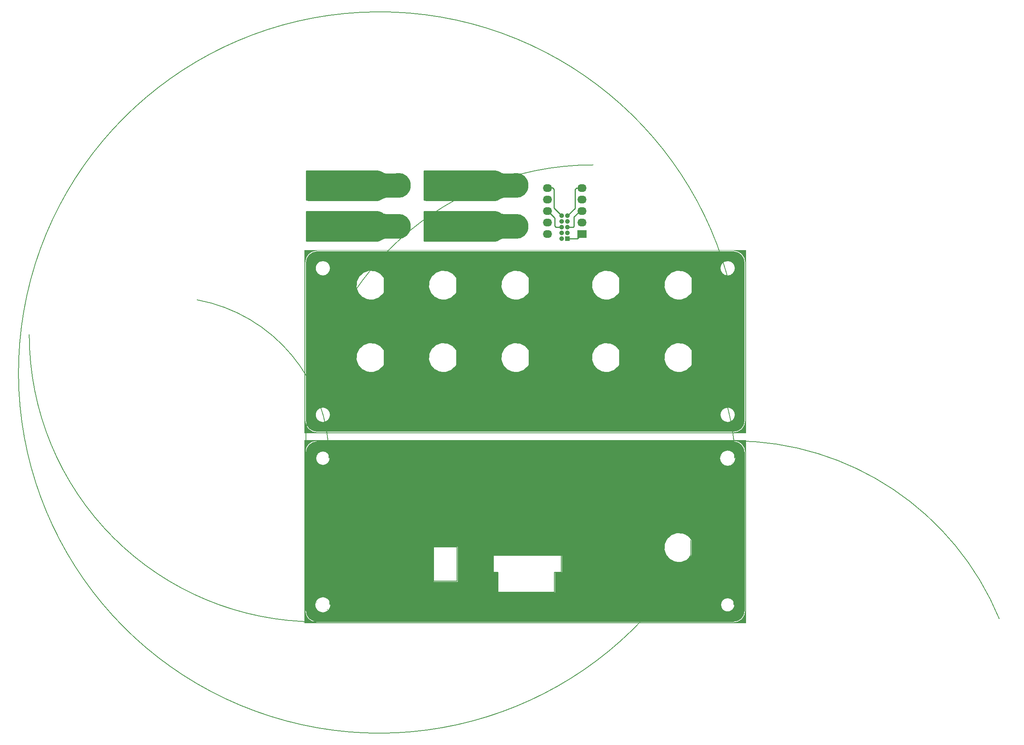
<source format=gbl>
%MOIN*%
%OFA0B0*%
%FSLAX46Y46*%
%IPPOS*%
%LPD*%
%ADD10C,0.0039370078740157488*%
%ADD11O,0.08X0.068*%
%ADD12R,0.08X0.068*%
%ADD13R,0.041338582677165357X0.041338582677165357*%
%ADD14C,0.041338582677165357*%
%ADD15C,0.00984251968503937*%
%ADD26C,0.0039370078740157488*%
%ADD27C,0.005905511811023622*%
%ADD38C,0.0039370078740157488*%
%ADD49C,0.0039370078740157488*%
%ADD50C,0.21653543307086615*%
%ADD51C,0.01*%
%ADD62C,0.0039370078740157488*%
%ADD63C,0.21653543307086615*%
%ADD64C,0.01*%
%ADD75C,0.0039370078740157488*%
%ADD76C,0.21653543307086615*%
%ADD77C,0.01*%
%ADD88C,0.0039370078740157488*%
%ADD89C,0.21653543307086615*%
%ADD90C,0.01*%
%LPD*%
G04 #@! TF.FileFunction,Copper,L2,Bot,Signal*
G04 Gerber Fmt 4.6, Leading zero omitted, Abs format (unit mm)*
G04 Created by KiCad (PCBNEW no-bzr-kicad_new3d-viewer) date 13/05/2016 23:43:42*
G01*
G04 APERTURE LIST*
G04 APERTURE END LIST*
D10*
D11*
X-0003370037Y0006472440D02*
X0002105552Y0003375590D03*
X0002105552Y0003475590D03*
X0002105552Y0003575590D03*
X0002105552Y0003675589D03*
X0002105552Y0003775590D03*
D12*
X0002405552Y0003375590D03*
D11*
X0002405552Y0003475590D03*
X0002405552Y0003575590D03*
X0002405552Y0003675589D03*
X0002405552Y0003775590D03*
D13*
X0002278072Y0003334251D03*
D14*
X0002278072Y0003384251D03*
X0002278072Y0003434251D03*
X0002278072Y0003484251D03*
X0002278072Y0003534251D03*
X0002228072Y0003384251D03*
X0002228072Y0003434251D03*
X0002228072Y0003484251D03*
X0002228072Y0003534251D03*
X0002228072Y0003334251D03*
D15*
X0002278072Y0003334251D02*
X0002364214Y0003334251D01*
X0002364214Y0003334251D02*
X0002405552Y0003375590D01*
X0002342560Y0003762440D02*
X0002342560Y0003614172D01*
X0002278072Y0003534251D02*
X0002342560Y0003598739D01*
X0002342560Y0003598739D02*
X0002342560Y0003614172D01*
X0002228072Y0003534251D02*
X0002160828Y0003601495D01*
X0002160828Y0003601495D02*
X0002160828Y0003764015D01*
X0002160828Y0003764015D02*
X0002147678Y0003777165D01*
X0002147678Y0003777165D02*
X0002097836Y0003777165D01*
X0002278072Y0003434251D02*
X0002327303Y0003434251D01*
X0002327303Y0003434251D02*
X0002334686Y0003441635D01*
X0002334686Y0003441635D02*
X0002334686Y0003523621D01*
X0002334686Y0003523621D02*
X0002386655Y0003575590D01*
X0002386655Y0003575590D02*
X0002405552Y0003575590D01*
X0002178841Y0003434251D02*
X0002168211Y0003444881D01*
X0002160970Y0003520172D02*
X0002168211Y0003512931D01*
X0002168211Y0003512931D02*
X0002168211Y0003444881D01*
X0002160828Y0003520172D02*
X0002160970Y0003520172D01*
X0002178841Y0003434251D02*
X0002228072Y0003434251D01*
X0002160828Y0003520172D02*
X0002103836Y0003577165D01*
X0002103836Y0003577165D02*
X0002097836Y0003577165D01*
X0002405552Y0003775590D02*
X0002355710Y0003775590D01*
X0002355710Y0003775590D02*
X0002342560Y0003762440D01*
G04 split*
G04 #@! TF.FileFunction,Copper,L2,Bot,Signal*
G04 Gerber Fmt 4.6, Leading zero omitted, Abs format (unit mm)*
G04 Created by KiCad (PCBNEW no-bzr-kicad_new3d-viewer) date 06/27/16 23:25:45*
G01G01*
G04 APERTURE LIST*
G04 APERTURE END LIST*
D26*
D27*
X0001319037Y0000652338D02*
X0001319037Y0000353127D01*
X0001114313Y0000652338D02*
X0001319037Y0000652338D01*
X0001114313Y0000353127D02*
X0001114313Y0000652338D01*
X0001319037Y0000353127D02*
X0001114313Y0000353127D01*
X0002165494Y0000431867D02*
X0002165494Y0000258637D01*
X0002224549Y0000431867D02*
X0002165494Y0000431867D01*
X0002224549Y0000577536D02*
X0002224549Y0000431867D01*
X0001633998Y0000577536D02*
X0002224549Y0000577536D01*
X0001633998Y0000431867D02*
X0001633998Y0000577536D01*
X0001673368Y0000431867D02*
X0001633998Y0000431867D01*
X0001673368Y0000258637D02*
X0001673368Y0000431867D01*
X0002165494Y0000258637D02*
X0001673368Y0000258637D01*
X0000212598Y0000149606D02*
G75*
G03G03X0005399999Y0003800002I-0001600000J0000000000D01X0005399999Y0003800002I-0001600000J0000000000D01*
G01G01*
X0000098425Y0000000000D02*
G75*
G02G02X0000000000Y0002500002I0000000000J0002500000D01X0000000000Y0002500002I0000000000J0002500000D01*
G01G01*
X0003724409Y0000149606D02*
G75*
G03G03X0094599999Y0003800002I-0001400000J0000000000D01X0094599999Y0003800002I-0001400000J0000000000D01*
G01G01*
X0003818897Y0000098425D02*
G75*
G02G02X0094499999Y0000000002I-0002500000J0000000000D01X0094499999Y0000000002I-0002500000J0000000000D01*
G01G01*
X0003732283Y0001425196D02*
G75*
G03G03X0094799999Y0036200002I-0001600000J0000000000D01X0094799999Y0036200002I-0001600000J0000000000D01*
G01G01*
X0003720472Y0001574803D02*
G75*
G02G02X0096999999Y0037500002I0000000000J-0002500000D01X0096999999Y0037500002I0000000000J-0002500000D01*
G01G01*
X0000000000Y0001476378D02*
G75*
G02G02X0002499999Y0040000002I0002500000J0000000000D01X0002499999Y0040000002I0002500000J0000000000D01*
G01G01*
X0000204724Y0001425196D02*
G75*
G03G03X0005199999Y0036200002I-0001400000J0000000000D01X0005199999Y0036200002I-0001400000J0000000000D01*
G01G01*
X0000000000Y0001476378D02*
X0000000000Y0000098425D01*
X0003818897Y0000098425D02*
X0003818897Y0001476378D01*
X0003720472Y0000000000D02*
X0000098425Y0000000000D01*
X0003720472Y0001574803D02*
X0000098425Y0001574803D01*
X0003352720Y0000585253D02*
G75*
G02G02X0085149999Y0018050002I-0002709089J0001584562D01X0085149999Y0018050002I-0002709089J0001584562D01*
G01G01*
X0003352362Y0000710630D02*
X0003352362Y0000584645D01*
D26*
X0003826771Y0001582677D02*
X-0000007874Y0001582677D01*
X0003826771Y0001580677D02*
X-0000007874Y0001580677D01*
X0003826771Y0001578677D02*
X0003726221Y0001578677D01*
X0000092674Y0001578677D02*
X-0000007874Y0001578677D01*
X0003826771Y0001576677D02*
X0003736276Y0001576677D01*
X0000082619Y0001576677D02*
X-0000007874Y0001576677D01*
X0003826771Y0001574677D02*
X0003746331Y0001574677D01*
X0000072566Y0001574677D02*
X-0000007874Y0001574677D01*
X0003826771Y0001572677D02*
X0003756385Y0001572677D01*
X0000062511Y0001572677D02*
X-0000007874Y0001572677D01*
X0003826771Y0001570677D02*
X0003761958Y0001570677D01*
X0000056939Y0001570677D02*
X-0000007874Y0001570677D01*
X0003826771Y0001568677D02*
X0003764951Y0001568677D01*
X0000053946Y0001568677D02*
X-0000007874Y0001568677D01*
X0003826771Y0001566677D02*
X0003767944Y0001566677D01*
X0000050952Y0001566677D02*
X-0000007874Y0001566677D01*
X0003826771Y0001564677D02*
X0003770936Y0001564677D01*
X0000047959Y0001564677D02*
X-0000007874Y0001564677D01*
X0003826771Y0001562677D02*
X0003773931Y0001562677D01*
X0000044966Y0001562677D02*
X-0000007874Y0001562677D01*
X0003826771Y0001560677D02*
X0003776924Y0001560677D01*
X0000041973Y0001560677D02*
X-0000007874Y0001560677D01*
X0003826771Y0001558677D02*
X0003779917Y0001558677D01*
X0000038979Y0001558677D02*
X-0000007874Y0001558677D01*
X0003826771Y0001556677D02*
X0003782910Y0001556677D01*
X0000035986Y0001556677D02*
X-0000007874Y0001556677D01*
X0003826771Y0001554677D02*
X0003785903Y0001554677D01*
X0000032993Y0001554677D02*
X-0000007874Y0001554677D01*
X0003826771Y0001552677D02*
X0003788897Y0001552677D01*
X0000030000Y0001552677D02*
X-0000007874Y0001552677D01*
X0003826771Y0001550677D02*
X0003791890Y0001550677D01*
X0000027007Y0001550677D02*
X-0000007874Y0001550677D01*
X0003826771Y0001548677D02*
X0003794182Y0001548677D01*
X0000024714Y0001548677D02*
X-0000007874Y0001548677D01*
X0003826771Y0001546677D02*
X0003795519Y0001546677D01*
X0000023378Y0001546677D02*
X-0000007874Y0001546677D01*
X0003826771Y0001544677D02*
X0003796855Y0001544677D01*
X0000022042Y0001544677D02*
X-0000007874Y0001544677D01*
X0003826771Y0001542677D02*
X0003798191Y0001542677D01*
X0000020705Y0001542677D02*
X-0000007874Y0001542677D01*
X0003826771Y0001540677D02*
X0003799528Y0001540677D01*
X0000019369Y0001540677D02*
X-0000007874Y0001540677D01*
X0003826771Y0001538677D02*
X0003800864Y0001538677D01*
X0000018032Y0001538677D02*
X-0000007874Y0001538677D01*
X0003826771Y0001536677D02*
X0003802200Y0001536677D01*
X0000016696Y0001536677D02*
X-0000007874Y0001536677D01*
X0003826771Y0001534677D02*
X0003803537Y0001534677D01*
X0000015360Y0001534677D02*
X-0000007874Y0001534677D01*
X0003826771Y0001532677D02*
X0003804873Y0001532677D01*
X0000014023Y0001532677D02*
X-0000007874Y0001532677D01*
X0003826771Y0001530677D02*
X0003806210Y0001530677D01*
X0000012687Y0001530677D02*
X-0000007874Y0001530677D01*
X0003826771Y0001528677D02*
X0003807546Y0001528677D01*
X0000011351Y0001528677D02*
X-0000007874Y0001528677D01*
X0003826771Y0001526677D02*
X0003808882Y0001526677D01*
X0000010014Y0001526677D02*
X-0000007874Y0001526677D01*
X0003826771Y0001524677D02*
X0003810219Y0001524677D01*
X0000008678Y0001524677D02*
X-0000007874Y0001524677D01*
X0003826771Y0001522677D02*
X0003811554Y0001522677D01*
X0000007342Y0001522677D02*
X-0000007874Y0001522677D01*
X0003826771Y0001520677D02*
X0003812891Y0001520677D01*
X0000006005Y0001520677D02*
X-0000007874Y0001520677D01*
X0003826771Y0001518677D02*
X0003814228Y0001518677D01*
X0000004669Y0001518677D02*
X-0000007874Y0001518677D01*
X0003826771Y0001516677D02*
X0003815538Y0001516677D01*
X0000003357Y0001516677D02*
X-0000007874Y0001516677D01*
X0003826771Y0001514677D02*
X0003816297Y0001514677D01*
X0000002599Y0001514677D02*
X-0000007874Y0001514677D01*
X0003826771Y0001512677D02*
X0003816694Y0001512677D01*
X0000002202Y0001512677D02*
X-0000007874Y0001512677D01*
X0003826771Y0001510677D02*
X0003817092Y0001510677D01*
X0000001804Y0001510677D02*
X-0000007874Y0001510677D01*
X0003826771Y0001508677D02*
X0003817490Y0001508677D01*
X0000001406Y0001508677D02*
X-0000007874Y0001508677D01*
X0003826771Y0001506677D02*
X0003817888Y0001506677D01*
X0000001008Y0001506677D02*
X-0000007874Y0001506677D01*
X0003826771Y0001504677D02*
X0003818286Y0001504677D01*
X0000000611Y0001504677D02*
X-0000007874Y0001504677D01*
X0003826771Y0001502677D02*
X0003818684Y0001502677D01*
X0000000213Y0001502677D02*
X-0000007874Y0001502677D01*
X0003826771Y0001500677D02*
X0003819081Y0001500677D01*
X-0000000184Y0001500677D02*
X-0000007874Y0001500677D01*
X0003826771Y0001498677D02*
X0003819479Y0001498677D01*
X-0000000582Y0001498677D02*
X-0000007874Y0001498677D01*
X0003826771Y0001496677D02*
X0003819877Y0001496677D01*
X-0000000979Y0001496677D02*
X-0000007874Y0001496677D01*
X0003826771Y0001494677D02*
X0003820275Y0001494677D01*
X-0000001376Y0001494677D02*
X-0000007874Y0001494677D01*
X0003826771Y0001492677D02*
X0003820672Y0001492677D01*
X-0000001775Y0001492677D02*
X-0000007874Y0001492677D01*
X0003826771Y0001490677D02*
X0003821070Y0001490677D01*
X-0000002173Y0001490677D02*
X-0000007874Y0001490677D01*
X0003826771Y0001488677D02*
X0003821468Y0001488677D01*
X-0000002571Y0001488677D02*
X-0000007874Y0001488677D01*
X0003826771Y0001486677D02*
X0003821865Y0001486677D01*
X-0000002969Y0001486677D02*
X-0000007874Y0001486677D01*
X0003826771Y0001484677D02*
X0003822263Y0001484677D01*
X-0000003366Y0001484677D02*
X-0000007874Y0001484677D01*
X0003826771Y0001482677D02*
X0003822662Y0001482677D01*
X-0000003764Y0001482677D02*
X-0000007874Y0001482677D01*
X0003826771Y0001480677D02*
X0003823060Y0001480677D01*
X-0000004162Y0001480677D02*
X-0000007874Y0001480677D01*
X0003826771Y0001478677D02*
X0003823456Y0001478677D01*
X-0000004560Y0001478677D02*
X-0000007874Y0001478677D01*
X0003826771Y0001476677D02*
X0003823759Y0001476677D01*
X-0000004861Y0001476677D02*
X-0000007874Y0001476677D01*
X0003826771Y0001474676D02*
X0003823818Y0001474676D01*
X-0000004921Y0001474676D02*
X-0000007874Y0001474676D01*
X0003826771Y0001472677D02*
X0003823818Y0001472677D01*
X-0000004921Y0001472677D02*
X-0000007874Y0001472677D01*
X0003826771Y0001470677D02*
X0003823818Y0001470677D01*
X-0000004921Y0001470677D02*
X-0000007874Y0001470677D01*
X0003826771Y0001468676D02*
X0003823818Y0001468676D01*
X-0000004921Y0001468676D02*
X-0000007874Y0001468676D01*
X0003826771Y0001466677D02*
X0003823818Y0001466677D01*
X-0000004921Y0001466677D02*
X-0000007874Y0001466677D01*
X0003826771Y0001464677D02*
X0003823818Y0001464677D01*
X-0000004921Y0001464677D02*
X-0000007874Y0001464677D01*
X0003826771Y0001462676D02*
X0003823818Y0001462676D01*
X-0000004921Y0001462676D02*
X-0000007874Y0001462676D01*
X0003826771Y0001460677D02*
X0003823818Y0001460677D01*
X-0000004921Y0001460677D02*
X-0000007874Y0001460677D01*
X0003826771Y0001458677D02*
X0003823818Y0001458677D01*
X-0000004921Y0001458677D02*
X-0000007874Y0001458677D01*
X0003826771Y0001456676D02*
X0003823818Y0001456676D01*
X-0000004921Y0001456676D02*
X-0000007874Y0001456676D01*
X0003826771Y0001454677D02*
X0003823818Y0001454677D01*
X-0000004921Y0001454677D02*
X-0000007874Y0001454677D01*
X0003826771Y0001452677D02*
X0003823818Y0001452677D01*
X-0000004921Y0001452677D02*
X-0000007874Y0001452677D01*
X0003826771Y0001450676D02*
X0003823818Y0001450676D01*
X-0000004921Y0001450676D02*
X-0000007874Y0001450676D01*
X0003826771Y0001448677D02*
X0003823818Y0001448677D01*
X-0000004921Y0001448677D02*
X-0000007874Y0001448677D01*
X0003826771Y0001446677D02*
X0003823818Y0001446677D01*
X-0000004921Y0001446677D02*
X-0000007874Y0001446677D01*
X0003826771Y0001444676D02*
X0003823818Y0001444676D01*
X-0000004921Y0001444676D02*
X-0000007874Y0001444676D01*
X0003826771Y0001442677D02*
X0003823818Y0001442677D01*
X-0000004921Y0001442677D02*
X-0000007874Y0001442677D01*
X0003826771Y0001440677D02*
X0003823818Y0001440677D01*
X-0000004921Y0001440677D02*
X-0000007874Y0001440677D01*
X0003826771Y0001438676D02*
X0003823818Y0001438676D01*
X-0000004921Y0001438676D02*
X-0000007874Y0001438676D01*
X0003826771Y0001436677D02*
X0003823818Y0001436677D01*
X-0000004921Y0001436677D02*
X-0000007874Y0001436677D01*
X0003826771Y0001434677D02*
X0003823818Y0001434677D01*
X-0000004921Y0001434677D02*
X-0000007874Y0001434677D01*
X0003826771Y0001432676D02*
X0003823818Y0001432676D01*
X-0000004921Y0001432676D02*
X-0000007874Y0001432676D01*
X0003826771Y0001430677D02*
X0003823818Y0001430677D01*
X-0000004921Y0001430677D02*
X-0000007874Y0001430677D01*
X0003826771Y0001428677D02*
X0003823818Y0001428677D01*
X-0000004921Y0001428677D02*
X-0000007874Y0001428677D01*
X0003826771Y0001426676D02*
X0003823818Y0001426676D01*
X-0000004921Y0001426676D02*
X-0000007874Y0001426676D01*
X0003826771Y0001424677D02*
X0003823818Y0001424677D01*
X-0000004921Y0001424677D02*
X-0000007874Y0001424677D01*
X0003826771Y0001422677D02*
X0003823818Y0001422677D01*
X-0000004921Y0001422677D02*
X-0000007874Y0001422677D01*
X0003826771Y0001420676D02*
X0003823818Y0001420676D01*
X-0000004921Y0001420676D02*
X-0000007874Y0001420676D01*
X0003826771Y0001418677D02*
X0003823818Y0001418677D01*
X-0000004921Y0001418677D02*
X-0000007874Y0001418677D01*
X0003826771Y0001416677D02*
X0003823818Y0001416677D01*
X-0000004921Y0001416677D02*
X-0000007874Y0001416677D01*
X0003826771Y0001414676D02*
X0003823818Y0001414676D01*
X-0000004921Y0001414676D02*
X-0000007874Y0001414676D01*
X0003826771Y0001412677D02*
X0003823818Y0001412677D01*
X-0000004921Y0001412677D02*
X-0000007874Y0001412677D01*
X0003826771Y0001410677D02*
X0003823818Y0001410677D01*
X-0000004921Y0001410677D02*
X-0000007874Y0001410677D01*
X0003826771Y0001408676D02*
X0003823818Y0001408676D01*
X-0000004921Y0001408676D02*
X-0000007874Y0001408676D01*
X0003826771Y0001406677D02*
X0003823818Y0001406677D01*
X-0000004921Y0001406677D02*
X-0000007874Y0001406677D01*
X0003826771Y0001404677D02*
X0003823818Y0001404677D01*
X-0000004921Y0001404677D02*
X-0000007874Y0001404677D01*
X0003826771Y0001402676D02*
X0003823818Y0001402676D01*
X-0000004921Y0001402676D02*
X-0000007874Y0001402676D01*
X0003826771Y0001400677D02*
X0003823818Y0001400677D01*
X-0000004921Y0001400677D02*
X-0000007874Y0001400677D01*
X0003826771Y0001398677D02*
X0003823818Y0001398677D01*
X-0000004921Y0001398677D02*
X-0000007874Y0001398677D01*
X0003826771Y0001396676D02*
X0003823818Y0001396676D01*
X-0000004921Y0001396676D02*
X-0000007874Y0001396676D01*
X0003826771Y0001394677D02*
X0003823818Y0001394677D01*
X-0000004921Y0001394677D02*
X-0000007874Y0001394677D01*
X0003826771Y0001392677D02*
X0003823818Y0001392677D01*
X-0000004921Y0001392677D02*
X-0000007874Y0001392677D01*
X0003826771Y0001390675D02*
X0003823818Y0001390675D01*
X-0000004921Y0001390675D02*
X-0000007874Y0001390675D01*
X0003826771Y0001388677D02*
X0003823818Y0001388677D01*
X-0000004921Y0001388677D02*
X-0000007874Y0001388677D01*
X0003826771Y0001386677D02*
X0003823818Y0001386677D01*
X-0000004921Y0001386677D02*
X-0000007874Y0001386677D01*
X0003826771Y0001384675D02*
X0003823818Y0001384675D01*
X-0000004921Y0001384675D02*
X-0000007874Y0001384675D01*
X0003826771Y0001382677D02*
X0003823818Y0001382677D01*
X-0000004921Y0001382677D02*
X-0000007874Y0001382677D01*
X0003826771Y0001380677D02*
X0003823818Y0001380677D01*
X-0000004921Y0001380677D02*
X-0000007874Y0001380677D01*
X0003826771Y0001378675D02*
X0003823818Y0001378675D01*
X-0000004921Y0001378675D02*
X-0000007874Y0001378675D01*
X0003826771Y0001376677D02*
X0003823818Y0001376677D01*
X-0000004921Y0001376677D02*
X-0000007874Y0001376677D01*
X0003826771Y0001374677D02*
X0003823818Y0001374677D01*
X-0000004921Y0001374677D02*
X-0000007874Y0001374677D01*
X0003826771Y0001372675D02*
X0003823818Y0001372675D01*
X-0000004921Y0001372675D02*
X-0000007874Y0001372675D01*
X0003826771Y0001370677D02*
X0003823818Y0001370677D01*
X-0000004921Y0001370677D02*
X-0000007874Y0001370677D01*
X0003826771Y0001368677D02*
X0003823818Y0001368677D01*
X-0000004921Y0001368677D02*
X-0000007874Y0001368677D01*
X0003826771Y0001366675D02*
X0003823818Y0001366675D01*
X-0000004921Y0001366675D02*
X-0000007874Y0001366675D01*
X0003826771Y0001364677D02*
X0003823818Y0001364677D01*
X-0000004921Y0001364677D02*
X-0000007874Y0001364677D01*
X0003826771Y0001362677D02*
X0003823818Y0001362677D01*
X-0000004921Y0001362677D02*
X-0000007874Y0001362677D01*
X0003826771Y0001360675D02*
X0003823818Y0001360675D01*
X-0000004921Y0001360675D02*
X-0000007874Y0001360675D01*
X0003826771Y0001358677D02*
X0003823818Y0001358677D01*
X-0000004921Y0001358677D02*
X-0000007874Y0001358677D01*
X0003826771Y0001356677D02*
X0003823818Y0001356677D01*
X-0000004921Y0001356677D02*
X-0000007874Y0001356677D01*
X0003826771Y0001354675D02*
X0003823818Y0001354675D01*
X-0000004921Y0001354675D02*
X-0000007874Y0001354675D01*
X0003826771Y0001352677D02*
X0003823818Y0001352677D01*
X-0000004921Y0001352677D02*
X-0000007874Y0001352677D01*
X0003826771Y0001350677D02*
X0003823818Y0001350677D01*
X-0000004921Y0001350677D02*
X-0000007874Y0001350677D01*
X0003826771Y0001348677D02*
X0003823818Y0001348677D01*
X-0000004921Y0001348677D02*
X-0000007874Y0001348677D01*
X0003826771Y0001346677D02*
X0003823818Y0001346677D01*
X-0000004921Y0001346677D02*
X-0000007874Y0001346677D01*
X0003826771Y0001344677D02*
X0003823818Y0001344677D01*
X-0000004921Y0001344677D02*
X-0000007874Y0001344677D01*
X0003826771Y0001342677D02*
X0003823818Y0001342677D01*
X-0000004921Y0001342677D02*
X-0000007874Y0001342677D01*
X0003826771Y0001340677D02*
X0003823818Y0001340677D01*
X-0000004921Y0001340677D02*
X-0000007874Y0001340677D01*
X0003826771Y0001338677D02*
X0003823818Y0001338677D01*
X-0000004921Y0001338677D02*
X-0000007874Y0001338677D01*
X0003826771Y0001336677D02*
X0003823818Y0001336677D01*
X-0000004921Y0001336677D02*
X-0000007874Y0001336677D01*
X0003826771Y0001334677D02*
X0003823818Y0001334677D01*
X-0000004921Y0001334677D02*
X-0000007874Y0001334677D01*
X0003826771Y0001332677D02*
X0003823818Y0001332677D01*
X-0000004921Y0001332677D02*
X-0000007874Y0001332677D01*
X0003826771Y0001330677D02*
X0003823818Y0001330677D01*
X-0000004921Y0001330677D02*
X-0000007874Y0001330677D01*
X0003826771Y0001328677D02*
X0003823818Y0001328677D01*
X-0000004921Y0001328677D02*
X-0000007874Y0001328677D01*
X0003826771Y0001326677D02*
X0003823818Y0001326677D01*
X-0000004921Y0001326677D02*
X-0000007874Y0001326677D01*
X0003826771Y0001324677D02*
X0003823818Y0001324677D01*
X-0000004921Y0001324677D02*
X-0000007874Y0001324677D01*
X0003826771Y0001322676D02*
X0003823818Y0001322676D01*
X-0000004921Y0001322676D02*
X-0000007874Y0001322676D01*
X0003826771Y0001320677D02*
X0003823818Y0001320677D01*
X-0000004921Y0001320677D02*
X-0000007874Y0001320677D01*
X0003826771Y0001318677D02*
X0003823818Y0001318677D01*
X-0000004921Y0001318677D02*
X-0000007874Y0001318677D01*
X0003826771Y0001316676D02*
X0003823818Y0001316676D01*
X-0000004921Y0001316676D02*
X-0000007874Y0001316676D01*
X0003826771Y0001314677D02*
X0003823818Y0001314677D01*
X-0000004921Y0001314677D02*
X-0000007874Y0001314677D01*
X0003826771Y0001312677D02*
X0003823818Y0001312677D01*
X-0000004921Y0001312677D02*
X-0000007874Y0001312677D01*
X0003826771Y0001310676D02*
X0003823818Y0001310676D01*
X-0000004921Y0001310676D02*
X-0000007874Y0001310676D01*
X0003826771Y0001308677D02*
X0003823818Y0001308677D01*
X-0000004921Y0001308677D02*
X-0000007874Y0001308677D01*
X0003826771Y0001306677D02*
X0003823818Y0001306677D01*
X-0000004921Y0001306677D02*
X-0000007874Y0001306677D01*
X0003826771Y0001304676D02*
X0003823818Y0001304676D01*
X-0000004921Y0001304676D02*
X-0000007874Y0001304676D01*
X0003826771Y0001302677D02*
X0003823818Y0001302677D01*
X-0000004921Y0001302677D02*
X-0000007874Y0001302677D01*
X0003826771Y0001300677D02*
X0003823818Y0001300677D01*
X-0000004921Y0001300677D02*
X-0000007874Y0001300677D01*
X0003826771Y0001298676D02*
X0003823818Y0001298676D01*
X-0000004921Y0001298676D02*
X-0000007874Y0001298676D01*
X0003826771Y0001296677D02*
X0003823818Y0001296677D01*
X-0000004921Y0001296677D02*
X-0000007874Y0001296677D01*
X0003826771Y0001294677D02*
X0003823818Y0001294677D01*
X-0000004921Y0001294677D02*
X-0000007874Y0001294677D01*
X0003826771Y0001292676D02*
X0003823818Y0001292676D01*
X-0000004921Y0001292676D02*
X-0000007874Y0001292676D01*
X0003826771Y0001290677D02*
X0003823818Y0001290677D01*
X-0000004921Y0001290677D02*
X-0000007874Y0001290677D01*
X0003826771Y0001288677D02*
X0003823818Y0001288677D01*
X-0000004921Y0001288677D02*
X-0000007874Y0001288677D01*
X0003826771Y0001286676D02*
X0003823818Y0001286676D01*
X-0000004921Y0001286676D02*
X-0000007874Y0001286676D01*
X0003826771Y0001284677D02*
X0003823818Y0001284677D01*
X-0000004921Y0001284677D02*
X-0000007874Y0001284677D01*
X0003826771Y0001282677D02*
X0003823818Y0001282677D01*
X-0000004921Y0001282677D02*
X-0000007874Y0001282677D01*
X0003826771Y0001280676D02*
X0003823818Y0001280676D01*
X-0000004921Y0001280676D02*
X-0000007874Y0001280676D01*
X0003826771Y0001278677D02*
X0003823818Y0001278677D01*
X-0000004921Y0001278677D02*
X-0000007874Y0001278677D01*
X0003826771Y0001276677D02*
X0003823818Y0001276677D01*
X-0000004921Y0001276677D02*
X-0000007874Y0001276677D01*
X0003826771Y0001274676D02*
X0003823818Y0001274676D01*
X-0000004921Y0001274676D02*
X-0000007874Y0001274676D01*
X0003826771Y0001272677D02*
X0003823818Y0001272677D01*
X-0000004921Y0001272677D02*
X-0000007874Y0001272677D01*
X0003826771Y0001270677D02*
X0003823818Y0001270677D01*
X-0000004921Y0001270677D02*
X-0000007874Y0001270677D01*
X0003826771Y0001268676D02*
X0003823818Y0001268676D01*
X-0000004921Y0001268676D02*
X-0000007874Y0001268676D01*
X0003826771Y0001266677D02*
X0003823818Y0001266677D01*
X-0000004921Y0001266677D02*
X-0000007874Y0001266677D01*
X0003826771Y0001264677D02*
X0003823818Y0001264677D01*
X-0000004921Y0001264677D02*
X-0000007874Y0001264677D01*
X0003826771Y0001262676D02*
X0003823818Y0001262676D01*
X-0000004921Y0001262676D02*
X-0000007874Y0001262676D01*
X0003826771Y0001260677D02*
X0003823818Y0001260677D01*
X-0000004921Y0001260677D02*
X-0000007874Y0001260677D01*
X0003826771Y0001258677D02*
X0003823818Y0001258677D01*
X-0000004921Y0001258677D02*
X-0000007874Y0001258677D01*
X0003826771Y0001256677D02*
X0003823818Y0001256677D01*
X-0000004921Y0001256677D02*
X-0000007874Y0001256677D01*
X0003826771Y0001254677D02*
X0003823818Y0001254677D01*
X-0000004921Y0001254677D02*
X-0000007874Y0001254677D01*
X0003826771Y0001252677D02*
X0003823818Y0001252677D01*
X-0000004921Y0001252677D02*
X-0000007874Y0001252677D01*
X0003826771Y0001250677D02*
X0003823818Y0001250677D01*
X-0000004921Y0001250677D02*
X-0000007874Y0001250677D01*
X0003826771Y0001248677D02*
X0003823818Y0001248677D01*
X-0000004921Y0001248677D02*
X-0000007874Y0001248677D01*
X0003826771Y0001246677D02*
X0003823818Y0001246677D01*
X-0000004921Y0001246677D02*
X-0000007874Y0001246677D01*
X0003826771Y0001244677D02*
X0003823818Y0001244677D01*
X-0000004921Y0001244677D02*
X-0000007874Y0001244677D01*
X0003826771Y0001242677D02*
X0003823818Y0001242677D01*
X-0000004921Y0001242677D02*
X-0000007874Y0001242677D01*
X0003826771Y0001240677D02*
X0003823818Y0001240677D01*
X-0000004921Y0001240677D02*
X-0000007874Y0001240677D01*
X0003826771Y0001238677D02*
X0003823818Y0001238677D01*
X-0000004921Y0001238677D02*
X-0000007874Y0001238677D01*
X0003826771Y0001236677D02*
X0003823818Y0001236677D01*
X-0000004921Y0001236677D02*
X-0000007874Y0001236677D01*
X0003826771Y0001234677D02*
X0003823818Y0001234677D01*
X-0000004921Y0001234677D02*
X-0000007874Y0001234677D01*
X0003826771Y0001232677D02*
X0003823818Y0001232677D01*
X-0000004921Y0001232677D02*
X-0000007874Y0001232677D01*
X0003826771Y0001230677D02*
X0003823818Y0001230677D01*
X-0000004921Y0001230677D02*
X-0000007874Y0001230677D01*
X0003826771Y0001228677D02*
X0003823818Y0001228677D01*
X-0000004921Y0001228677D02*
X-0000007874Y0001228677D01*
X0003826771Y0001226677D02*
X0003823818Y0001226677D01*
X-0000004921Y0001226677D02*
X-0000007874Y0001226677D01*
X0003826771Y0001224677D02*
X0003823818Y0001224677D01*
X-0000004921Y0001224677D02*
X-0000007874Y0001224677D01*
X0003826771Y0001222677D02*
X0003823818Y0001222677D01*
X-0000004921Y0001222677D02*
X-0000007874Y0001222677D01*
X0003826771Y0001220677D02*
X0003823818Y0001220677D01*
X-0000004921Y0001220677D02*
X-0000007874Y0001220677D01*
X0003826771Y0001218677D02*
X0003823818Y0001218677D01*
X-0000004921Y0001218677D02*
X-0000007874Y0001218677D01*
X0003826771Y0001216677D02*
X0003823818Y0001216677D01*
X-0000004921Y0001216677D02*
X-0000007874Y0001216677D01*
X0003826771Y0001214677D02*
X0003823818Y0001214677D01*
X-0000004921Y0001214677D02*
X-0000007874Y0001214677D01*
X0003826771Y0001212677D02*
X0003823818Y0001212677D01*
X-0000004921Y0001212677D02*
X-0000007874Y0001212677D01*
X0003826771Y0001210677D02*
X0003823818Y0001210677D01*
X-0000004921Y0001210677D02*
X-0000007874Y0001210677D01*
X0003826771Y0001208677D02*
X0003823818Y0001208677D01*
X-0000004921Y0001208677D02*
X-0000007874Y0001208677D01*
X0003826771Y0001206677D02*
X0003823818Y0001206677D01*
X-0000004921Y0001206677D02*
X-0000007874Y0001206677D01*
X0003826771Y0001204677D02*
X0003823818Y0001204677D01*
X-0000004921Y0001204677D02*
X-0000007874Y0001204677D01*
X0003826771Y0001202677D02*
X0003823818Y0001202677D01*
X-0000004921Y0001202677D02*
X-0000007874Y0001202677D01*
X0003826771Y0001200677D02*
X0003823818Y0001200677D01*
X-0000004921Y0001200677D02*
X-0000007874Y0001200677D01*
X0003826771Y0001198677D02*
X0003823818Y0001198677D01*
X-0000004921Y0001198677D02*
X-0000007874Y0001198677D01*
X0003826771Y0001196677D02*
X0003823818Y0001196677D01*
X-0000004921Y0001196677D02*
X-0000007874Y0001196677D01*
X0003826771Y0001194677D02*
X0003823818Y0001194677D01*
X-0000004921Y0001194677D02*
X-0000007874Y0001194677D01*
X0003826771Y0001192677D02*
X0003823818Y0001192677D01*
X-0000004921Y0001192677D02*
X-0000007874Y0001192677D01*
X0003826771Y0001190677D02*
X0003823818Y0001190677D01*
X-0000004921Y0001190677D02*
X-0000007874Y0001190677D01*
X0003826771Y0001188677D02*
X0003823818Y0001188677D01*
X-0000004921Y0001188677D02*
X-0000007874Y0001188677D01*
X0003826771Y0001186677D02*
X0003823818Y0001186677D01*
X-0000004921Y0001186677D02*
X-0000007874Y0001186677D01*
X0003826771Y0001184677D02*
X0003823818Y0001184677D01*
X-0000004921Y0001184677D02*
X-0000007874Y0001184677D01*
X0003826771Y0001182677D02*
X0003823818Y0001182677D01*
X-0000004921Y0001182677D02*
X-0000007874Y0001182677D01*
X0003826771Y0001180677D02*
X0003823818Y0001180677D01*
X-0000004921Y0001180677D02*
X-0000007874Y0001180677D01*
X0003826771Y0001178677D02*
X0003823818Y0001178677D01*
X-0000004921Y0001178677D02*
X-0000007874Y0001178677D01*
X0003826771Y0001176677D02*
X0003823818Y0001176677D01*
X-0000004921Y0001176677D02*
X-0000007874Y0001176677D01*
X0003826771Y0001174677D02*
X0003823818Y0001174677D01*
X-0000004921Y0001174677D02*
X-0000007874Y0001174677D01*
X0003826771Y0001172677D02*
X0003823818Y0001172677D01*
X-0000004921Y0001172677D02*
X-0000007874Y0001172677D01*
X0003826771Y0001170677D02*
X0003823818Y0001170677D01*
X-0000004921Y0001170677D02*
X-0000007874Y0001170677D01*
X0003826771Y0001168677D02*
X0003823818Y0001168677D01*
X-0000004921Y0001168677D02*
X-0000007874Y0001168677D01*
X0003826771Y0001166677D02*
X0003823818Y0001166677D01*
X-0000004921Y0001166677D02*
X-0000007874Y0001166677D01*
X0003826771Y0001164677D02*
X0003823818Y0001164677D01*
X-0000004921Y0001164677D02*
X-0000007874Y0001164677D01*
X0003826771Y0001162677D02*
X0003823818Y0001162677D01*
X-0000004921Y0001162677D02*
X-0000007874Y0001162677D01*
X0003826771Y0001160677D02*
X0003823818Y0001160677D01*
X-0000004921Y0001160677D02*
X-0000007874Y0001160677D01*
X0003826771Y0001158677D02*
X0003823818Y0001158677D01*
X-0000004921Y0001158677D02*
X-0000007874Y0001158677D01*
X0003826771Y0001156677D02*
X0003823818Y0001156677D01*
X-0000004921Y0001156677D02*
X-0000007874Y0001156677D01*
X0003826771Y0001154677D02*
X0003823818Y0001154677D01*
X-0000004921Y0001154677D02*
X-0000007874Y0001154677D01*
X0003826771Y0001152677D02*
X0003823818Y0001152677D01*
X-0000004921Y0001152677D02*
X-0000007874Y0001152677D01*
X0003826771Y0001150677D02*
X0003823818Y0001150677D01*
X-0000004921Y0001150677D02*
X-0000007874Y0001150677D01*
X0003826771Y0001148677D02*
X0003823818Y0001148677D01*
X-0000004921Y0001148677D02*
X-0000007874Y0001148677D01*
X0003826771Y0001146677D02*
X0003823818Y0001146677D01*
X-0000004921Y0001146677D02*
X-0000007874Y0001146677D01*
X0003826771Y0001144677D02*
X0003823818Y0001144677D01*
X-0000004921Y0001144677D02*
X-0000007874Y0001144677D01*
X0003826771Y0001142677D02*
X0003823818Y0001142677D01*
X-0000004921Y0001142677D02*
X-0000007874Y0001142677D01*
X0003826771Y0001140677D02*
X0003823818Y0001140677D01*
X-0000004921Y0001140677D02*
X-0000007874Y0001140677D01*
X0003826771Y0001138677D02*
X0003823818Y0001138677D01*
X-0000004921Y0001138677D02*
X-0000007874Y0001138677D01*
X0003826771Y0001136677D02*
X0003823818Y0001136677D01*
X-0000004921Y0001136677D02*
X-0000007874Y0001136677D01*
X0003826771Y0001134677D02*
X0003823818Y0001134677D01*
X-0000004921Y0001134677D02*
X-0000007874Y0001134677D01*
X0003826771Y0001132677D02*
X0003823818Y0001132677D01*
X-0000004921Y0001132677D02*
X-0000007874Y0001132677D01*
X0003826771Y0001130677D02*
X0003823818Y0001130677D01*
X-0000004921Y0001130677D02*
X-0000007874Y0001130677D01*
X0003826771Y0001128677D02*
X0003823818Y0001128677D01*
X-0000004921Y0001128677D02*
X-0000007874Y0001128677D01*
X0003826771Y0001126677D02*
X0003823818Y0001126677D01*
X-0000004921Y0001126677D02*
X-0000007874Y0001126677D01*
X0003826771Y0001124677D02*
X0003823818Y0001124677D01*
X-0000004921Y0001124677D02*
X-0000007874Y0001124677D01*
X0003826771Y0001122677D02*
X0003823818Y0001122677D01*
X-0000004921Y0001122677D02*
X-0000007874Y0001122677D01*
X0003826771Y0001120677D02*
X0003823818Y0001120677D01*
X-0000004921Y0001120677D02*
X-0000007874Y0001120677D01*
X0003826771Y0001118677D02*
X0003823818Y0001118677D01*
X-0000004921Y0001118677D02*
X-0000007874Y0001118677D01*
X0003826771Y0001116677D02*
X0003823818Y0001116677D01*
X-0000004921Y0001116677D02*
X-0000007874Y0001116677D01*
X0003826771Y0001114677D02*
X0003823818Y0001114677D01*
X-0000004921Y0001114677D02*
X-0000007874Y0001114677D01*
X0003826771Y0001112677D02*
X0003823818Y0001112677D01*
X-0000004921Y0001112677D02*
X-0000007874Y0001112677D01*
X0003826771Y0001110677D02*
X0003823818Y0001110677D01*
X-0000004921Y0001110677D02*
X-0000007874Y0001110677D01*
X0003826771Y0001108677D02*
X0003823818Y0001108677D01*
X-0000004921Y0001108677D02*
X-0000007874Y0001108677D01*
X0003826771Y0001106677D02*
X0003823818Y0001106677D01*
X-0000004921Y0001106677D02*
X-0000007874Y0001106677D01*
X0003826771Y0001104677D02*
X0003823818Y0001104677D01*
X-0000004921Y0001104677D02*
X-0000007874Y0001104677D01*
X0003826771Y0001102677D02*
X0003823818Y0001102677D01*
X-0000004921Y0001102677D02*
X-0000007874Y0001102677D01*
X0003826771Y0001100677D02*
X0003823818Y0001100677D01*
X-0000004921Y0001100677D02*
X-0000007874Y0001100677D01*
X0003826771Y0001098677D02*
X0003823818Y0001098677D01*
X-0000004921Y0001098677D02*
X-0000007874Y0001098677D01*
X0003826771Y0001096677D02*
X0003823818Y0001096677D01*
X-0000004921Y0001096677D02*
X-0000007874Y0001096677D01*
X0003826771Y0001094677D02*
X0003823818Y0001094677D01*
X-0000004921Y0001094677D02*
X-0000007874Y0001094677D01*
X0003826771Y0001092677D02*
X0003823818Y0001092677D01*
X-0000004921Y0001092677D02*
X-0000007874Y0001092677D01*
X0003826771Y0001090677D02*
X0003823818Y0001090677D01*
X-0000004921Y0001090677D02*
X-0000007874Y0001090677D01*
X0003826771Y0001088677D02*
X0003823818Y0001088677D01*
X-0000004921Y0001088677D02*
X-0000007874Y0001088677D01*
X0003826771Y0001086677D02*
X0003823818Y0001086677D01*
X-0000004921Y0001086677D02*
X-0000007874Y0001086677D01*
X0003826771Y0001084677D02*
X0003823818Y0001084677D01*
X-0000004921Y0001084677D02*
X-0000007874Y0001084677D01*
X0003826771Y0001082677D02*
X0003823818Y0001082677D01*
X-0000004921Y0001082677D02*
X-0000007874Y0001082677D01*
X0003826771Y0001080677D02*
X0003823818Y0001080677D01*
X-0000004921Y0001080677D02*
X-0000007874Y0001080677D01*
X0003826771Y0001078677D02*
X0003823818Y0001078677D01*
X-0000004921Y0001078677D02*
X-0000007874Y0001078677D01*
X0003826771Y0001076677D02*
X0003823818Y0001076677D01*
X-0000004921Y0001076677D02*
X-0000007874Y0001076677D01*
X0003826771Y0001074677D02*
X0003823818Y0001074677D01*
X-0000004921Y0001074677D02*
X-0000007874Y0001074677D01*
X0003826771Y0001072677D02*
X0003823818Y0001072677D01*
X-0000004921Y0001072677D02*
X-0000007874Y0001072677D01*
X0003826771Y0001070677D02*
X0003823818Y0001070677D01*
X-0000004921Y0001070677D02*
X-0000007874Y0001070677D01*
X0003826771Y0001068677D02*
X0003823818Y0001068677D01*
X-0000004921Y0001068677D02*
X-0000007874Y0001068677D01*
X0003826771Y0001066677D02*
X0003823818Y0001066677D01*
X-0000004921Y0001066677D02*
X-0000007874Y0001066677D01*
X0003826771Y0001064677D02*
X0003823818Y0001064677D01*
X-0000004921Y0001064677D02*
X-0000007874Y0001064677D01*
X0003826771Y0001062677D02*
X0003823818Y0001062677D01*
X-0000004921Y0001062677D02*
X-0000007874Y0001062677D01*
X0003826771Y0001060677D02*
X0003823818Y0001060677D01*
X-0000004921Y0001060677D02*
X-0000007874Y0001060677D01*
X0003826771Y0001058677D02*
X0003823818Y0001058677D01*
X-0000004921Y0001058677D02*
X-0000007874Y0001058677D01*
X0003826771Y0001056677D02*
X0003823818Y0001056677D01*
X-0000004921Y0001056677D02*
X-0000007874Y0001056677D01*
X0003826771Y0001054677D02*
X0003823818Y0001054677D01*
X-0000004921Y0001054677D02*
X-0000007874Y0001054677D01*
X0003826771Y0001052677D02*
X0003823818Y0001052677D01*
X-0000004921Y0001052677D02*
X-0000007874Y0001052677D01*
X0003826771Y0001050677D02*
X0003823818Y0001050677D01*
X-0000004921Y0001050677D02*
X-0000007874Y0001050677D01*
X0003826771Y0001048677D02*
X0003823818Y0001048677D01*
X-0000004921Y0001048677D02*
X-0000007874Y0001048677D01*
X0003826771Y0001046677D02*
X0003823818Y0001046677D01*
X-0000004921Y0001046677D02*
X-0000007874Y0001046677D01*
X0003826771Y0001044677D02*
X0003823818Y0001044677D01*
X-0000004921Y0001044677D02*
X-0000007874Y0001044677D01*
X0003826771Y0001042677D02*
X0003823818Y0001042677D01*
X-0000004921Y0001042677D02*
X-0000007874Y0001042677D01*
X0003826771Y0001040677D02*
X0003823818Y0001040677D01*
X-0000004921Y0001040677D02*
X-0000007874Y0001040677D01*
X0003826771Y0001038677D02*
X0003823818Y0001038677D01*
X-0000004921Y0001038677D02*
X-0000007874Y0001038677D01*
X0003826771Y0001036677D02*
X0003823818Y0001036677D01*
X-0000004921Y0001036677D02*
X-0000007874Y0001036677D01*
X0003826771Y0001034677D02*
X0003823818Y0001034677D01*
X-0000004921Y0001034677D02*
X-0000007874Y0001034677D01*
X0003826771Y0001032677D02*
X0003823818Y0001032677D01*
X-0000004921Y0001032677D02*
X-0000007874Y0001032677D01*
X0003826771Y0001030677D02*
X0003823818Y0001030677D01*
X-0000004921Y0001030677D02*
X-0000007874Y0001030677D01*
X0003826771Y0001028677D02*
X0003823818Y0001028677D01*
X-0000004921Y0001028677D02*
X-0000007874Y0001028677D01*
X0003826771Y0001026677D02*
X0003823818Y0001026677D01*
X-0000004921Y0001026677D02*
X-0000007874Y0001026677D01*
X0003826771Y0001024677D02*
X0003823818Y0001024677D01*
X-0000004921Y0001024677D02*
X-0000007874Y0001024677D01*
X0003826771Y0001022677D02*
X0003823818Y0001022677D01*
X-0000004921Y0001022677D02*
X-0000007874Y0001022677D01*
X0003826771Y0001020677D02*
X0003823818Y0001020677D01*
X-0000004921Y0001020677D02*
X-0000007874Y0001020677D01*
X0003826771Y0001018677D02*
X0003823818Y0001018677D01*
X-0000004921Y0001018677D02*
X-0000007874Y0001018677D01*
X0003826771Y0001016677D02*
X0003823818Y0001016677D01*
X-0000004921Y0001016677D02*
X-0000007874Y0001016677D01*
X0003826771Y0001014677D02*
X0003823818Y0001014677D01*
X-0000004921Y0001014677D02*
X-0000007874Y0001014677D01*
X0003826771Y0001012677D02*
X0003823818Y0001012677D01*
X-0000004921Y0001012677D02*
X-0000007874Y0001012677D01*
X0003826771Y0001010677D02*
X0003823818Y0001010677D01*
X-0000004921Y0001010677D02*
X-0000007874Y0001010677D01*
X0003826771Y0001008677D02*
X0003823818Y0001008677D01*
X-0000004921Y0001008677D02*
X-0000007874Y0001008677D01*
X0003826771Y0001006677D02*
X0003823818Y0001006677D01*
X-0000004921Y0001006677D02*
X-0000007874Y0001006677D01*
X0003826771Y0001004677D02*
X0003823818Y0001004677D01*
X-0000004921Y0001004677D02*
X-0000007874Y0001004677D01*
X0003826771Y0001002677D02*
X0003823818Y0001002677D01*
X-0000004921Y0001002677D02*
X-0000007874Y0001002677D01*
X0003826771Y0001000677D02*
X0003823818Y0001000677D01*
X-0000004921Y0001000677D02*
X-0000007874Y0001000677D01*
X0003826771Y0000998677D02*
X0003823818Y0000998677D01*
X-0000004921Y0000998677D02*
X-0000007874Y0000998677D01*
X0003826771Y0000996677D02*
X0003823818Y0000996677D01*
X-0000004921Y0000996677D02*
X-0000007874Y0000996677D01*
X0003826771Y0000994677D02*
X0003823818Y0000994677D01*
X-0000004921Y0000994677D02*
X-0000007874Y0000994677D01*
X0003826771Y0000992677D02*
X0003823818Y0000992677D01*
X-0000004921Y0000992677D02*
X-0000007874Y0000992677D01*
X0003826771Y0000990677D02*
X0003823818Y0000990677D01*
X-0000004921Y0000990677D02*
X-0000007874Y0000990677D01*
X0003826771Y0000988677D02*
X0003823818Y0000988677D01*
X-0000004921Y0000988677D02*
X-0000007874Y0000988677D01*
X0003826771Y0000986677D02*
X0003823818Y0000986677D01*
X-0000004921Y0000986677D02*
X-0000007874Y0000986677D01*
X0003826771Y0000984677D02*
X0003823818Y0000984677D01*
X-0000004921Y0000984677D02*
X-0000007874Y0000984677D01*
X0003826771Y0000982677D02*
X0003823818Y0000982677D01*
X-0000004921Y0000982677D02*
X-0000007874Y0000982677D01*
X0003826771Y0000980677D02*
X0003823818Y0000980677D01*
X-0000004921Y0000980677D02*
X-0000007874Y0000980677D01*
X0003826771Y0000978677D02*
X0003823818Y0000978677D01*
X-0000004921Y0000978677D02*
X-0000007874Y0000978677D01*
X0003826771Y0000976677D02*
X0003823818Y0000976677D01*
X-0000004921Y0000976677D02*
X-0000007874Y0000976677D01*
X0003826771Y0000974677D02*
X0003823818Y0000974677D01*
X-0000004921Y0000974677D02*
X-0000007874Y0000974677D01*
X0003826771Y0000972677D02*
X0003823818Y0000972677D01*
X-0000004921Y0000972677D02*
X-0000007874Y0000972677D01*
X0003826771Y0000970677D02*
X0003823818Y0000970677D01*
X-0000004921Y0000970677D02*
X-0000007874Y0000970677D01*
X0003826771Y0000968677D02*
X0003823818Y0000968677D01*
X-0000004921Y0000968677D02*
X-0000007874Y0000968677D01*
X0003826771Y0000966677D02*
X0003823818Y0000966677D01*
X-0000004921Y0000966677D02*
X-0000007874Y0000966677D01*
X0003826771Y0000964677D02*
X0003823818Y0000964677D01*
X-0000004921Y0000964677D02*
X-0000007874Y0000964677D01*
X0003826771Y0000962677D02*
X0003823818Y0000962677D01*
X-0000004921Y0000962677D02*
X-0000007874Y0000962677D01*
X0003826771Y0000960677D02*
X0003823818Y0000960677D01*
X-0000004921Y0000960677D02*
X-0000007874Y0000960677D01*
X0003826771Y0000958677D02*
X0003823818Y0000958677D01*
X-0000004921Y0000958677D02*
X-0000007874Y0000958677D01*
X0003826771Y0000956677D02*
X0003823818Y0000956677D01*
X-0000004921Y0000956677D02*
X-0000007874Y0000956677D01*
X0003826771Y0000954677D02*
X0003823818Y0000954677D01*
X-0000004921Y0000954677D02*
X-0000007874Y0000954677D01*
X0003826771Y0000952677D02*
X0003823818Y0000952677D01*
X-0000004921Y0000952677D02*
X-0000007874Y0000952677D01*
X0003826771Y0000950677D02*
X0003823818Y0000950677D01*
X-0000004921Y0000950677D02*
X-0000007874Y0000950677D01*
X0003826771Y0000948677D02*
X0003823818Y0000948677D01*
X-0000004921Y0000948677D02*
X-0000007874Y0000948677D01*
X0003826771Y0000946677D02*
X0003823818Y0000946677D01*
X-0000004921Y0000946677D02*
X-0000007874Y0000946677D01*
X0003826771Y0000944677D02*
X0003823818Y0000944677D01*
X-0000004921Y0000944677D02*
X-0000007874Y0000944677D01*
X0003826771Y0000942677D02*
X0003823818Y0000942677D01*
X-0000004921Y0000942677D02*
X-0000007874Y0000942677D01*
X0003826771Y0000940677D02*
X0003823818Y0000940677D01*
X-0000004921Y0000940677D02*
X-0000007874Y0000940677D01*
X0003826771Y0000938677D02*
X0003823818Y0000938677D01*
X-0000004921Y0000938677D02*
X-0000007874Y0000938677D01*
X0003826771Y0000936677D02*
X0003823818Y0000936677D01*
X-0000004921Y0000936677D02*
X-0000007874Y0000936677D01*
X0003826771Y0000934677D02*
X0003823818Y0000934677D01*
X-0000004921Y0000934677D02*
X-0000007874Y0000934677D01*
X0003826771Y0000932677D02*
X0003823818Y0000932677D01*
X-0000004921Y0000932677D02*
X-0000007874Y0000932677D01*
X0003826771Y0000930677D02*
X0003823818Y0000930677D01*
X-0000004921Y0000930677D02*
X-0000007874Y0000930677D01*
X0003826771Y0000928677D02*
X0003823818Y0000928677D01*
X-0000004921Y0000928677D02*
X-0000007874Y0000928677D01*
X0003826771Y0000926677D02*
X0003823818Y0000926677D01*
X-0000004921Y0000926677D02*
X-0000007874Y0000926677D01*
X0003826771Y0000924677D02*
X0003823818Y0000924677D01*
X-0000004921Y0000924677D02*
X-0000007874Y0000924677D01*
X0003826771Y0000922677D02*
X0003823818Y0000922677D01*
X-0000004921Y0000922677D02*
X-0000007874Y0000922677D01*
X0003826771Y0000920677D02*
X0003823818Y0000920677D01*
X-0000004921Y0000920677D02*
X-0000007874Y0000920677D01*
X0003826771Y0000918677D02*
X0003823818Y0000918677D01*
X-0000004921Y0000918677D02*
X-0000007874Y0000918677D01*
X0003826771Y0000916677D02*
X0003823818Y0000916677D01*
X-0000004921Y0000916677D02*
X-0000007874Y0000916677D01*
X0003826771Y0000914677D02*
X0003823818Y0000914677D01*
X-0000004921Y0000914677D02*
X-0000007874Y0000914677D01*
X0003826771Y0000912677D02*
X0003823818Y0000912677D01*
X-0000004921Y0000912677D02*
X-0000007874Y0000912677D01*
X0003826771Y0000910677D02*
X0003823818Y0000910677D01*
X-0000004921Y0000910677D02*
X-0000007874Y0000910677D01*
X0003826771Y0000908677D02*
X0003823818Y0000908677D01*
X-0000004921Y0000908677D02*
X-0000007874Y0000908677D01*
X0003826771Y0000906677D02*
X0003823818Y0000906677D01*
X-0000004921Y0000906677D02*
X-0000007874Y0000906677D01*
X0003826771Y0000904677D02*
X0003823818Y0000904677D01*
X-0000004921Y0000904677D02*
X-0000007874Y0000904677D01*
X0003826771Y0000902677D02*
X0003823818Y0000902677D01*
X-0000004921Y0000902677D02*
X-0000007874Y0000902677D01*
X0003826771Y0000900677D02*
X0003823818Y0000900677D01*
X-0000004921Y0000900677D02*
X-0000007874Y0000900677D01*
X0003826771Y0000898677D02*
X0003823818Y0000898677D01*
X-0000004921Y0000898677D02*
X-0000007874Y0000898677D01*
X0003826771Y0000896677D02*
X0003823818Y0000896677D01*
X-0000004921Y0000896677D02*
X-0000007874Y0000896677D01*
X0003826771Y0000894677D02*
X0003823818Y0000894677D01*
X-0000004921Y0000894677D02*
X-0000007874Y0000894677D01*
X0003826771Y0000892677D02*
X0003823818Y0000892677D01*
X-0000004921Y0000892677D02*
X-0000007874Y0000892677D01*
X0003826771Y0000890677D02*
X0003823818Y0000890677D01*
X-0000004921Y0000890677D02*
X-0000007874Y0000890677D01*
X0003826771Y0000888677D02*
X0003823818Y0000888677D01*
X-0000004921Y0000888677D02*
X-0000007874Y0000888677D01*
X0003826771Y0000886677D02*
X0003823818Y0000886677D01*
X-0000004921Y0000886677D02*
X-0000007874Y0000886677D01*
X0003826771Y0000884677D02*
X0003823818Y0000884677D01*
X-0000004921Y0000884677D02*
X-0000007874Y0000884677D01*
X0003826771Y0000882677D02*
X0003823818Y0000882677D01*
X-0000004921Y0000882677D02*
X-0000007874Y0000882677D01*
X0003826771Y0000880677D02*
X0003823818Y0000880677D01*
X-0000004921Y0000880677D02*
X-0000007874Y0000880677D01*
X0003826771Y0000878677D02*
X0003823818Y0000878677D01*
X-0000004921Y0000878677D02*
X-0000007874Y0000878677D01*
X0003826771Y0000876677D02*
X0003823818Y0000876677D01*
X-0000004921Y0000876677D02*
X-0000007874Y0000876677D01*
X0003826771Y0000874677D02*
X0003823818Y0000874677D01*
X-0000004921Y0000874677D02*
X-0000007874Y0000874677D01*
X0003826771Y0000872677D02*
X0003823818Y0000872677D01*
X-0000004921Y0000872677D02*
X-0000007874Y0000872677D01*
X0003826771Y0000870677D02*
X0003823818Y0000870677D01*
X-0000004921Y0000870677D02*
X-0000007874Y0000870677D01*
X0003826771Y0000868677D02*
X0003823818Y0000868677D01*
X-0000004921Y0000868677D02*
X-0000007874Y0000868677D01*
X0003826771Y0000866677D02*
X0003823818Y0000866677D01*
X-0000004921Y0000866677D02*
X-0000007874Y0000866677D01*
X0003826771Y0000864677D02*
X0003823818Y0000864677D01*
X-0000004921Y0000864677D02*
X-0000007874Y0000864677D01*
X0003826771Y0000862677D02*
X0003823818Y0000862677D01*
X-0000004921Y0000862677D02*
X-0000007874Y0000862677D01*
X0003826771Y0000860677D02*
X0003823818Y0000860677D01*
X-0000004921Y0000860677D02*
X-0000007874Y0000860677D01*
X0003826771Y0000858677D02*
X0003823818Y0000858677D01*
X-0000004921Y0000858677D02*
X-0000007874Y0000858677D01*
X0003826771Y0000856677D02*
X0003823818Y0000856677D01*
X-0000004921Y0000856677D02*
X-0000007874Y0000856677D01*
X0003826771Y0000854677D02*
X0003823818Y0000854677D01*
X-0000004921Y0000854677D02*
X-0000007874Y0000854677D01*
X0003826771Y0000852677D02*
X0003823818Y0000852677D01*
X-0000004921Y0000852677D02*
X-0000007874Y0000852677D01*
X0003826771Y0000850677D02*
X0003823818Y0000850677D01*
X-0000004921Y0000850677D02*
X-0000007874Y0000850677D01*
X0003826771Y0000848677D02*
X0003823818Y0000848677D01*
X-0000004921Y0000848677D02*
X-0000007874Y0000848677D01*
X0003826771Y0000846677D02*
X0003823818Y0000846677D01*
X-0000004921Y0000846677D02*
X-0000007874Y0000846677D01*
X0003826771Y0000844677D02*
X0003823818Y0000844677D01*
X-0000004921Y0000844677D02*
X-0000007874Y0000844677D01*
X0003826771Y0000842677D02*
X0003823818Y0000842677D01*
X-0000004921Y0000842677D02*
X-0000007874Y0000842677D01*
X0003826771Y0000840677D02*
X0003823818Y0000840677D01*
X-0000004921Y0000840677D02*
X-0000007874Y0000840677D01*
X0003826771Y0000838677D02*
X0003823818Y0000838677D01*
X-0000004921Y0000838677D02*
X-0000007874Y0000838677D01*
X0003826771Y0000836677D02*
X0003823818Y0000836677D01*
X-0000004921Y0000836677D02*
X-0000007874Y0000836677D01*
X0003826771Y0000834677D02*
X0003823818Y0000834677D01*
X-0000004921Y0000834677D02*
X-0000007874Y0000834677D01*
X0003826771Y0000832677D02*
X0003823818Y0000832677D01*
X-0000004921Y0000832677D02*
X-0000007874Y0000832677D01*
X0003826771Y0000830677D02*
X0003823818Y0000830677D01*
X-0000004921Y0000830677D02*
X-0000007874Y0000830677D01*
X0003826771Y0000828677D02*
X0003823818Y0000828677D01*
X-0000004921Y0000828677D02*
X-0000007874Y0000828677D01*
X0003826771Y0000826677D02*
X0003823818Y0000826677D01*
X-0000004921Y0000826677D02*
X-0000007874Y0000826677D01*
X0003826771Y0000824677D02*
X0003823818Y0000824677D01*
X-0000004921Y0000824677D02*
X-0000007874Y0000824677D01*
X0003826771Y0000822677D02*
X0003823818Y0000822677D01*
X-0000004921Y0000822677D02*
X-0000007874Y0000822677D01*
X0003826771Y0000820677D02*
X0003823818Y0000820677D01*
X-0000004921Y0000820677D02*
X-0000007874Y0000820677D01*
X0003826771Y0000818677D02*
X0003823818Y0000818677D01*
X-0000004921Y0000818677D02*
X-0000007874Y0000818677D01*
X0003826771Y0000816677D02*
X0003823818Y0000816677D01*
X-0000004921Y0000816677D02*
X-0000007874Y0000816677D01*
X0003826771Y0000814677D02*
X0003823818Y0000814677D01*
X-0000004921Y0000814677D02*
X-0000007874Y0000814677D01*
X0003826771Y0000812677D02*
X0003823818Y0000812677D01*
X-0000004921Y0000812677D02*
X-0000007874Y0000812677D01*
X0003826771Y0000810677D02*
X0003823818Y0000810677D01*
X-0000004921Y0000810677D02*
X-0000007874Y0000810677D01*
X0003826771Y0000808677D02*
X0003823818Y0000808677D01*
X-0000004921Y0000808677D02*
X-0000007874Y0000808677D01*
X0003826771Y0000806677D02*
X0003823818Y0000806677D01*
X-0000004921Y0000806677D02*
X-0000007874Y0000806677D01*
X0003826771Y0000804677D02*
X0003823818Y0000804677D01*
X-0000004921Y0000804677D02*
X-0000007874Y0000804677D01*
X0003826771Y0000802677D02*
X0003823818Y0000802677D01*
X-0000004921Y0000802677D02*
X-0000007874Y0000802677D01*
X0003826771Y0000800676D02*
X0003823818Y0000800676D01*
X-0000004921Y0000800676D02*
X-0000007874Y0000800676D01*
X0003826771Y0000798677D02*
X0003823818Y0000798677D01*
X-0000004921Y0000798677D02*
X-0000007874Y0000798677D01*
X0003826771Y0000796677D02*
X0003823818Y0000796677D01*
X-0000004921Y0000796677D02*
X-0000007874Y0000796677D01*
X0003826771Y0000794676D02*
X0003823818Y0000794676D01*
X-0000004921Y0000794676D02*
X-0000007874Y0000794676D01*
X0003826771Y0000792677D02*
X0003823818Y0000792677D01*
X-0000004921Y0000792677D02*
X-0000007874Y0000792677D01*
X0003826771Y0000790677D02*
X0003823818Y0000790677D01*
X-0000004921Y0000790677D02*
X-0000007874Y0000790677D01*
X0003826771Y0000788676D02*
X0003823818Y0000788676D01*
X-0000004921Y0000788676D02*
X-0000007874Y0000788676D01*
X0003826771Y0000786677D02*
X0003823818Y0000786677D01*
X-0000004921Y0000786677D02*
X-0000007874Y0000786677D01*
X0003826771Y0000784677D02*
X0003823818Y0000784677D01*
X-0000004921Y0000784677D02*
X-0000007874Y0000784677D01*
X0003826771Y0000782676D02*
X0003823818Y0000782676D01*
X-0000004921Y0000782676D02*
X-0000007874Y0000782676D01*
X0003826771Y0000780677D02*
X0003823818Y0000780677D01*
X-0000004921Y0000780677D02*
X-0000007874Y0000780677D01*
X0003826771Y0000778677D02*
X0003823818Y0000778677D01*
X-0000004921Y0000778677D02*
X-0000007874Y0000778677D01*
X0003826771Y0000776676D02*
X0003823818Y0000776676D01*
X-0000004921Y0000776676D02*
X-0000007874Y0000776676D01*
X0003826771Y0000774677D02*
X0003823818Y0000774677D01*
X-0000004921Y0000774677D02*
X-0000007874Y0000774677D01*
X0003826771Y0000772677D02*
X0003823818Y0000772677D01*
X-0000004921Y0000772677D02*
X-0000007874Y0000772677D01*
X0003826771Y0000770676D02*
X0003823818Y0000770676D01*
X-0000004921Y0000770676D02*
X-0000007874Y0000770676D01*
X0003826771Y0000768677D02*
X0003823818Y0000768677D01*
X-0000004921Y0000768677D02*
X-0000007874Y0000768677D01*
X0003826771Y0000766677D02*
X0003823818Y0000766677D01*
X-0000004921Y0000766677D02*
X-0000007874Y0000766677D01*
X0003826771Y0000764677D02*
X0003823818Y0000764677D01*
X-0000004921Y0000764677D02*
X-0000007874Y0000764677D01*
X0003826771Y0000762677D02*
X0003823818Y0000762677D01*
X-0000004921Y0000762677D02*
X-0000007874Y0000762677D01*
X0003826771Y0000760677D02*
X0003823818Y0000760677D01*
X-0000004921Y0000760677D02*
X-0000007874Y0000760677D01*
X0003826771Y0000758677D02*
X0003823818Y0000758677D01*
X-0000004921Y0000758677D02*
X-0000007874Y0000758677D01*
X0003826771Y0000756677D02*
X0003823818Y0000756677D01*
X-0000004921Y0000756677D02*
X-0000007874Y0000756677D01*
X0003826771Y0000754677D02*
X0003823818Y0000754677D01*
X-0000004921Y0000754677D02*
X-0000007874Y0000754677D01*
X0003826771Y0000752677D02*
X0003823818Y0000752677D01*
X-0000004921Y0000752677D02*
X-0000007874Y0000752677D01*
X0003826771Y0000750677D02*
X0003823818Y0000750677D01*
X-0000004921Y0000750677D02*
X-0000007874Y0000750677D01*
X0003826771Y0000748677D02*
X0003823818Y0000748677D01*
X-0000004921Y0000748677D02*
X-0000007874Y0000748677D01*
X0003826771Y0000746677D02*
X0003823818Y0000746677D01*
X-0000004921Y0000746677D02*
X-0000007874Y0000746677D01*
X0003826771Y0000744677D02*
X0003823818Y0000744677D01*
X-0000004921Y0000744677D02*
X-0000007874Y0000744677D01*
X0003826771Y0000742677D02*
X0003823818Y0000742677D01*
X-0000004921Y0000742677D02*
X-0000007874Y0000742677D01*
X0003826771Y0000740677D02*
X0003823818Y0000740677D01*
X-0000004921Y0000740677D02*
X-0000007874Y0000740677D01*
X0003826771Y0000738677D02*
X0003823818Y0000738677D01*
X-0000004921Y0000738677D02*
X-0000007874Y0000738677D01*
X0003826771Y0000736677D02*
X0003823818Y0000736677D01*
X-0000004921Y0000736677D02*
X-0000007874Y0000736677D01*
X0003826771Y0000734677D02*
X0003823818Y0000734677D01*
X-0000004921Y0000734677D02*
X-0000007874Y0000734677D01*
X0003826771Y0000732677D02*
X0003823818Y0000732677D01*
X-0000004921Y0000732677D02*
X-0000007874Y0000732677D01*
X0003826771Y0000730677D02*
X0003823818Y0000730677D01*
X-0000004921Y0000730677D02*
X-0000007874Y0000730677D01*
X0003826771Y0000728677D02*
X0003823818Y0000728677D01*
X-0000004921Y0000728677D02*
X-0000007874Y0000728677D01*
X0003826771Y0000726677D02*
X0003823818Y0000726677D01*
X-0000004921Y0000726677D02*
X-0000007874Y0000726677D01*
X0003826771Y0000724676D02*
X0003823818Y0000724676D01*
X-0000004921Y0000724676D02*
X-0000007874Y0000724676D01*
X0003826771Y0000722677D02*
X0003823818Y0000722677D01*
X-0000004921Y0000722677D02*
X-0000007874Y0000722677D01*
X0003826771Y0000720677D02*
X0003823818Y0000720677D01*
X-0000004921Y0000720677D02*
X-0000007874Y0000720677D01*
X0003826771Y0000718676D02*
X0003823818Y0000718676D01*
X-0000004921Y0000718676D02*
X-0000007874Y0000718676D01*
X0003826771Y0000716677D02*
X0003823818Y0000716677D01*
X-0000004921Y0000716677D02*
X-0000007874Y0000716677D01*
X0003826771Y0000714677D02*
X0003823818Y0000714677D01*
X-0000004921Y0000714677D02*
X-0000007874Y0000714677D01*
X0003826771Y0000712676D02*
X0003823818Y0000712676D01*
X-0000004921Y0000712676D02*
X-0000007874Y0000712676D01*
X0003826771Y0000710677D02*
X0003823818Y0000710677D01*
X-0000004921Y0000710677D02*
X-0000007874Y0000710677D01*
X0003826771Y0000708677D02*
X0003823818Y0000708677D01*
X-0000004921Y0000708677D02*
X-0000007874Y0000708677D01*
X0003826771Y0000706676D02*
X0003823818Y0000706676D01*
X-0000004921Y0000706676D02*
X-0000007874Y0000706676D01*
X0003826771Y0000704677D02*
X0003823818Y0000704677D01*
X-0000004921Y0000704677D02*
X-0000007874Y0000704677D01*
X0003826771Y0000702677D02*
X0003823818Y0000702677D01*
X-0000004921Y0000702677D02*
X-0000007874Y0000702677D01*
X0003826771Y0000700676D02*
X0003823818Y0000700676D01*
X-0000004921Y0000700676D02*
X-0000007874Y0000700676D01*
X0003826771Y0000698677D02*
X0003823818Y0000698677D01*
X-0000004921Y0000698677D02*
X-0000007874Y0000698677D01*
X0003826771Y0000696677D02*
X0003823818Y0000696677D01*
X-0000004921Y0000696677D02*
X-0000007874Y0000696677D01*
X0003826771Y0000694676D02*
X0003823818Y0000694676D01*
X-0000004921Y0000694676D02*
X-0000007874Y0000694676D01*
X0003826771Y0000692677D02*
X0003823818Y0000692677D01*
X-0000004921Y0000692677D02*
X-0000007874Y0000692677D01*
X0003826771Y0000690677D02*
X0003823818Y0000690677D01*
X-0000004921Y0000690677D02*
X-0000007874Y0000690677D01*
X0003826771Y0000688676D02*
X0003823818Y0000688676D01*
X-0000004921Y0000688676D02*
X-0000007874Y0000688676D01*
X0003826771Y0000686677D02*
X0003823818Y0000686677D01*
X-0000004921Y0000686677D02*
X-0000007874Y0000686677D01*
X0003826771Y0000684677D02*
X0003823818Y0000684677D01*
X-0000004921Y0000684677D02*
X-0000007874Y0000684677D01*
X0003826771Y0000682676D02*
X0003823818Y0000682676D01*
X-0000004921Y0000682676D02*
X-0000007874Y0000682676D01*
X0003826771Y0000680677D02*
X0003823818Y0000680677D01*
X-0000004921Y0000680677D02*
X-0000007874Y0000680677D01*
X0003826771Y0000678677D02*
X0003823818Y0000678677D01*
X-0000004921Y0000678677D02*
X-0000007874Y0000678677D01*
X0003826771Y0000676676D02*
X0003823818Y0000676676D01*
X-0000004921Y0000676676D02*
X-0000007874Y0000676676D01*
X0003826771Y0000674677D02*
X0003823818Y0000674677D01*
X-0000004921Y0000674677D02*
X-0000007874Y0000674677D01*
X0003826771Y0000672677D02*
X0003823818Y0000672677D01*
X-0000004921Y0000672677D02*
X-0000007874Y0000672677D01*
X0003826771Y0000670676D02*
X0003823818Y0000670676D01*
X-0000004921Y0000670676D02*
X-0000007874Y0000670676D01*
X0003826771Y0000668677D02*
X0003823818Y0000668677D01*
X-0000004921Y0000668677D02*
X-0000007874Y0000668677D01*
X0003826771Y0000666677D02*
X0003823818Y0000666677D01*
X-0000004921Y0000666677D02*
X-0000007874Y0000666677D01*
X0003826771Y0000664677D02*
X0003823818Y0000664677D01*
X-0000004921Y0000664677D02*
X-0000007874Y0000664677D01*
X0003826771Y0000662677D02*
X0003823818Y0000662677D01*
X-0000004921Y0000662677D02*
X-0000007874Y0000662677D01*
X0003826771Y0000660677D02*
X0003823818Y0000660677D01*
X-0000004921Y0000660677D02*
X-0000007874Y0000660677D01*
X0003826771Y0000658677D02*
X0003823818Y0000658677D01*
X-0000004921Y0000658677D02*
X-0000007874Y0000658677D01*
X0003826771Y0000656677D02*
X0003823818Y0000656677D01*
X-0000004921Y0000656677D02*
X-0000007874Y0000656677D01*
X0003826771Y0000654677D02*
X0003823818Y0000654677D01*
X-0000004921Y0000654677D02*
X-0000007874Y0000654677D01*
X0003826771Y0000652677D02*
X0003823818Y0000652677D01*
X-0000004921Y0000652677D02*
X-0000007874Y0000652677D01*
X0003826771Y0000650677D02*
X0003823818Y0000650677D01*
X-0000004921Y0000650677D02*
X-0000007874Y0000650677D01*
X0003826771Y0000648677D02*
X0003823818Y0000648677D01*
X-0000004921Y0000648677D02*
X-0000007874Y0000648677D01*
X0003826771Y0000646677D02*
X0003823818Y0000646677D01*
X-0000004921Y0000646677D02*
X-0000007874Y0000646677D01*
X0003826771Y0000644677D02*
X0003823818Y0000644677D01*
X-0000004921Y0000644677D02*
X-0000007874Y0000644677D01*
X0003826771Y0000642677D02*
X0003823818Y0000642677D01*
X-0000004921Y0000642677D02*
X-0000007874Y0000642677D01*
X0003826771Y0000640677D02*
X0003823818Y0000640677D01*
X-0000004921Y0000640677D02*
X-0000007874Y0000640677D01*
X0003826771Y0000638677D02*
X0003823818Y0000638677D01*
X-0000004921Y0000638677D02*
X-0000007874Y0000638677D01*
X0003826771Y0000636676D02*
X0003823818Y0000636676D01*
X-0000004921Y0000636676D02*
X-0000007874Y0000636676D01*
X0003826771Y0000634677D02*
X0003823818Y0000634677D01*
X-0000004921Y0000634677D02*
X-0000007874Y0000634677D01*
X0003826771Y0000632677D02*
X0003823818Y0000632677D01*
X-0000004921Y0000632677D02*
X-0000007874Y0000632677D01*
X0003826771Y0000630676D02*
X0003823818Y0000630676D01*
X-0000004921Y0000630676D02*
X-0000007874Y0000630676D01*
X0003826771Y0000628677D02*
X0003823818Y0000628677D01*
X-0000004921Y0000628677D02*
X-0000007874Y0000628677D01*
X0003826771Y0000626677D02*
X0003823818Y0000626677D01*
X-0000004921Y0000626677D02*
X-0000007874Y0000626677D01*
X0003826771Y0000624677D02*
X0003823818Y0000624677D01*
X-0000004921Y0000624677D02*
X-0000007874Y0000624677D01*
X0003826771Y0000622677D02*
X0003823818Y0000622677D01*
X-0000004921Y0000622677D02*
X-0000007874Y0000622677D01*
X0003826771Y0000620677D02*
X0003823818Y0000620677D01*
X-0000004921Y0000620677D02*
X-0000007874Y0000620677D01*
X0003826771Y0000618677D02*
X0003823818Y0000618677D01*
X-0000004921Y0000618677D02*
X-0000007874Y0000618677D01*
X0003826771Y0000616677D02*
X0003823818Y0000616677D01*
X-0000004921Y0000616677D02*
X-0000007874Y0000616677D01*
X0003826771Y0000614677D02*
X0003823818Y0000614677D01*
X-0000004921Y0000614677D02*
X-0000007874Y0000614677D01*
X0003826771Y0000612677D02*
X0003823818Y0000612677D01*
X-0000004921Y0000612677D02*
X-0000007874Y0000612677D01*
X0003826771Y0000610677D02*
X0003823818Y0000610677D01*
X-0000004921Y0000610677D02*
X-0000007874Y0000610677D01*
X0003826771Y0000608677D02*
X0003823818Y0000608677D01*
X-0000004921Y0000608677D02*
X-0000007874Y0000608677D01*
X0003826771Y0000606677D02*
X0003823818Y0000606677D01*
X-0000004921Y0000606677D02*
X-0000007874Y0000606677D01*
X0003826771Y0000604677D02*
X0003823818Y0000604677D01*
X-0000004921Y0000604677D02*
X-0000007874Y0000604677D01*
X0003826771Y0000602677D02*
X0003823818Y0000602677D01*
X-0000004921Y0000602677D02*
X-0000007874Y0000602677D01*
X0003826771Y0000600677D02*
X0003823818Y0000600677D01*
X-0000004921Y0000600677D02*
X-0000007874Y0000600677D01*
X0003826771Y0000598677D02*
X0003823818Y0000598677D01*
X-0000004921Y0000598677D02*
X-0000007874Y0000598677D01*
X0003826771Y0000596677D02*
X0003823818Y0000596677D01*
X-0000004921Y0000596677D02*
X-0000007874Y0000596677D01*
X0003826771Y0000594677D02*
X0003823818Y0000594677D01*
X-0000004921Y0000594677D02*
X-0000007874Y0000594677D01*
X0003826771Y0000592677D02*
X0003823818Y0000592677D01*
X-0000004921Y0000592677D02*
X-0000007874Y0000592677D01*
X0003826771Y0000590677D02*
X0003823818Y0000590677D01*
X-0000004921Y0000590677D02*
X-0000007874Y0000590677D01*
X0003826771Y0000588677D02*
X0003823818Y0000588677D01*
X-0000004921Y0000588677D02*
X-0000007874Y0000588677D01*
X0003826771Y0000586677D02*
X0003823818Y0000586677D01*
X-0000004921Y0000586677D02*
X-0000007874Y0000586677D01*
X0003826771Y0000584677D02*
X0003823818Y0000584677D01*
X-0000004921Y0000584677D02*
X-0000007874Y0000584677D01*
X0003826771Y0000582677D02*
X0003823818Y0000582677D01*
X-0000004921Y0000582677D02*
X-0000007874Y0000582677D01*
X0003826771Y0000580677D02*
X0003823818Y0000580677D01*
X-0000004921Y0000580677D02*
X-0000007874Y0000580677D01*
X0003826771Y0000578677D02*
X0003823818Y0000578677D01*
X-0000004921Y0000578677D02*
X-0000007874Y0000578677D01*
X0003826771Y0000576677D02*
X0003823818Y0000576677D01*
X-0000004921Y0000576677D02*
X-0000007874Y0000576677D01*
X0003826771Y0000574677D02*
X0003823818Y0000574677D01*
X-0000004921Y0000574677D02*
X-0000007874Y0000574677D01*
X0003826771Y0000572677D02*
X0003823818Y0000572677D01*
X-0000004921Y0000572677D02*
X-0000007874Y0000572677D01*
X0003826771Y0000570677D02*
X0003823818Y0000570677D01*
X-0000004921Y0000570677D02*
X-0000007874Y0000570677D01*
X0003826771Y0000568677D02*
X0003823818Y0000568677D01*
X-0000004921Y0000568677D02*
X-0000007874Y0000568677D01*
X0003826771Y0000566677D02*
X0003823818Y0000566677D01*
X-0000004921Y0000566677D02*
X-0000007874Y0000566677D01*
X0003826771Y0000564677D02*
X0003823818Y0000564677D01*
X-0000004921Y0000564677D02*
X-0000007874Y0000564677D01*
X0003826771Y0000562677D02*
X0003823818Y0000562677D01*
X-0000004921Y0000562677D02*
X-0000007874Y0000562677D01*
X0003826771Y0000560677D02*
X0003823818Y0000560677D01*
X-0000004921Y0000560677D02*
X-0000007874Y0000560677D01*
X0003826771Y0000558677D02*
X0003823818Y0000558677D01*
X-0000004921Y0000558677D02*
X-0000007874Y0000558677D01*
X0003826771Y0000556677D02*
X0003823818Y0000556677D01*
X-0000004921Y0000556677D02*
X-0000007874Y0000556677D01*
X0003826771Y0000554677D02*
X0003823818Y0000554677D01*
X-0000004921Y0000554677D02*
X-0000007874Y0000554677D01*
X0003826771Y0000552677D02*
X0003823818Y0000552677D01*
X-0000004921Y0000552677D02*
X-0000007874Y0000552677D01*
X0003826771Y0000550677D02*
X0003823818Y0000550677D01*
X-0000004921Y0000550677D02*
X-0000007874Y0000550677D01*
X0003826771Y0000548677D02*
X0003823818Y0000548677D01*
X-0000004921Y0000548677D02*
X-0000007874Y0000548677D01*
X0003826771Y0000546677D02*
X0003823818Y0000546677D01*
X-0000004921Y0000546677D02*
X-0000007874Y0000546677D01*
X0003826771Y0000544677D02*
X0003823818Y0000544677D01*
X-0000004921Y0000544677D02*
X-0000007874Y0000544677D01*
X0003826771Y0000542677D02*
X0003823818Y0000542677D01*
X-0000004921Y0000542677D02*
X-0000007874Y0000542677D01*
X0003826771Y0000540677D02*
X0003823818Y0000540677D01*
X-0000004921Y0000540677D02*
X-0000007874Y0000540677D01*
X0003826771Y0000538677D02*
X0003823818Y0000538677D01*
X-0000004921Y0000538677D02*
X-0000007874Y0000538677D01*
X0003826771Y0000536677D02*
X0003823818Y0000536677D01*
X-0000004921Y0000536677D02*
X-0000007874Y0000536677D01*
X0003826771Y0000534677D02*
X0003823818Y0000534677D01*
X-0000004921Y0000534677D02*
X-0000007874Y0000534677D01*
X0003826771Y0000532677D02*
X0003823818Y0000532677D01*
X-0000004921Y0000532677D02*
X-0000007874Y0000532677D01*
X0003826771Y0000530677D02*
X0003823818Y0000530677D01*
X-0000004921Y0000530677D02*
X-0000007874Y0000530677D01*
X0003826771Y0000528677D02*
X0003823818Y0000528677D01*
X-0000004921Y0000528677D02*
X-0000007874Y0000528677D01*
X0003826771Y0000526677D02*
X0003823818Y0000526677D01*
X-0000004921Y0000526677D02*
X-0000007874Y0000526677D01*
X0003826771Y0000524677D02*
X0003823818Y0000524677D01*
X-0000004921Y0000524677D02*
X-0000007874Y0000524677D01*
X0003826771Y0000522676D02*
X0003823818Y0000522676D01*
X-0000004921Y0000522676D02*
X-0000007874Y0000522676D01*
X0003826771Y0000520676D02*
X0003823818Y0000520676D01*
X-0000004921Y0000520676D02*
X-0000007874Y0000520676D01*
X0003826771Y0000518677D02*
X0003823818Y0000518677D01*
X-0000004921Y0000518677D02*
X-0000007874Y0000518677D01*
X0003826771Y0000516677D02*
X0003823818Y0000516677D01*
X-0000004921Y0000516677D02*
X-0000007874Y0000516677D01*
X0003826771Y0000514677D02*
X0003823818Y0000514677D01*
X-0000004921Y0000514677D02*
X-0000007874Y0000514677D01*
X0003826771Y0000512677D02*
X0003823818Y0000512677D01*
X-0000004921Y0000512677D02*
X-0000007874Y0000512677D01*
X0003826771Y0000510677D02*
X0003823818Y0000510677D01*
X-0000004921Y0000510677D02*
X-0000007874Y0000510677D01*
X0003826771Y0000508677D02*
X0003823818Y0000508677D01*
X-0000004921Y0000508677D02*
X-0000007874Y0000508677D01*
X0003826771Y0000506677D02*
X0003823818Y0000506677D01*
X-0000004921Y0000506677D02*
X-0000007874Y0000506677D01*
X0003826771Y0000504677D02*
X0003823818Y0000504677D01*
X-0000004921Y0000504677D02*
X-0000007874Y0000504677D01*
X0003826771Y0000502677D02*
X0003823818Y0000502677D01*
X-0000004921Y0000502677D02*
X-0000007874Y0000502677D01*
X0003826771Y0000500677D02*
X0003823818Y0000500677D01*
X-0000004921Y0000500677D02*
X-0000007874Y0000500677D01*
X0003826771Y0000498677D02*
X0003823818Y0000498677D01*
X-0000004921Y0000498677D02*
X-0000007874Y0000498677D01*
X0003826771Y0000496677D02*
X0003823818Y0000496677D01*
X-0000004921Y0000496677D02*
X-0000007874Y0000496677D01*
X0003826771Y0000494677D02*
X0003823818Y0000494677D01*
X-0000004921Y0000494677D02*
X-0000007874Y0000494677D01*
X0003826771Y0000492677D02*
X0003823818Y0000492677D01*
X-0000004921Y0000492677D02*
X-0000007874Y0000492677D01*
X0003826771Y0000490677D02*
X0003823818Y0000490677D01*
X-0000004921Y0000490677D02*
X-0000007874Y0000490677D01*
X0003826771Y0000488677D02*
X0003823818Y0000488677D01*
X-0000004921Y0000488677D02*
X-0000007874Y0000488677D01*
X0003826771Y0000486677D02*
X0003823818Y0000486677D01*
X-0000004921Y0000486677D02*
X-0000007874Y0000486677D01*
X0003826771Y0000484677D02*
X0003823818Y0000484677D01*
X-0000004921Y0000484677D02*
X-0000007874Y0000484677D01*
X0003826771Y0000482677D02*
X0003823818Y0000482677D01*
X-0000004921Y0000482677D02*
X-0000007874Y0000482677D01*
X0003826771Y0000480677D02*
X0003823818Y0000480677D01*
X-0000004921Y0000480677D02*
X-0000007874Y0000480677D01*
X0003826771Y0000478677D02*
X0003823818Y0000478677D01*
X-0000004921Y0000478677D02*
X-0000007874Y0000478677D01*
X0003826771Y0000476677D02*
X0003823818Y0000476677D01*
X-0000004921Y0000476677D02*
X-0000007874Y0000476677D01*
X0003826771Y0000474677D02*
X0003823818Y0000474677D01*
X-0000004921Y0000474677D02*
X-0000007874Y0000474677D01*
X0003826771Y0000472677D02*
X0003823818Y0000472677D01*
X-0000004921Y0000472677D02*
X-0000007874Y0000472677D01*
X0003826771Y0000470677D02*
X0003823818Y0000470677D01*
X-0000004921Y0000470677D02*
X-0000007874Y0000470677D01*
X0003826771Y0000468677D02*
X0003823818Y0000468677D01*
X-0000004921Y0000468677D02*
X-0000007874Y0000468677D01*
X0003826771Y0000466677D02*
X0003823818Y0000466677D01*
X-0000004921Y0000466677D02*
X-0000007874Y0000466677D01*
X0003826771Y0000464677D02*
X0003823818Y0000464677D01*
X-0000004921Y0000464677D02*
X-0000007874Y0000464677D01*
X0003826771Y0000462677D02*
X0003823818Y0000462677D01*
X-0000004921Y0000462677D02*
X-0000007874Y0000462677D01*
X0003826771Y0000460677D02*
X0003823818Y0000460677D01*
X-0000004921Y0000460677D02*
X-0000007874Y0000460677D01*
X0003826771Y0000458677D02*
X0003823818Y0000458677D01*
X-0000004921Y0000458677D02*
X-0000007874Y0000458677D01*
X0003826771Y0000456677D02*
X0003823818Y0000456677D01*
X-0000004921Y0000456677D02*
X-0000007874Y0000456677D01*
X0003826771Y0000454677D02*
X0003823818Y0000454677D01*
X-0000004921Y0000454677D02*
X-0000007874Y0000454677D01*
X0003826771Y0000452677D02*
X0003823818Y0000452677D01*
X-0000004921Y0000452677D02*
X-0000007874Y0000452677D01*
X0003826771Y0000450677D02*
X0003823818Y0000450677D01*
X-0000004921Y0000450677D02*
X-0000007874Y0000450677D01*
X0003826771Y0000448677D02*
X0003823818Y0000448677D01*
X-0000004921Y0000448677D02*
X-0000007874Y0000448677D01*
X0003826771Y0000446677D02*
X0003823818Y0000446677D01*
X-0000004921Y0000446677D02*
X-0000007874Y0000446677D01*
X0003826771Y0000444677D02*
X0003823818Y0000444677D01*
X-0000004921Y0000444677D02*
X-0000007874Y0000444677D01*
X0003826771Y0000442677D02*
X0003823818Y0000442677D01*
X-0000004921Y0000442677D02*
X-0000007874Y0000442677D01*
X0003826771Y0000440677D02*
X0003823818Y0000440677D01*
X-0000004921Y0000440677D02*
X-0000007874Y0000440677D01*
X0003826771Y0000438677D02*
X0003823818Y0000438677D01*
X-0000004921Y0000438677D02*
X-0000007874Y0000438677D01*
X0003826771Y0000436677D02*
X0003823818Y0000436677D01*
X-0000004921Y0000436677D02*
X-0000007874Y0000436677D01*
X0003826771Y0000434677D02*
X0003823818Y0000434677D01*
X-0000004921Y0000434677D02*
X-0000007874Y0000434677D01*
X0003826771Y0000432677D02*
X0003823818Y0000432677D01*
X-0000004921Y0000432677D02*
X-0000007874Y0000432677D01*
X0003826771Y0000430677D02*
X0003823818Y0000430677D01*
X-0000004921Y0000430677D02*
X-0000007874Y0000430677D01*
X0003826771Y0000428677D02*
X0003823818Y0000428677D01*
X-0000004921Y0000428677D02*
X-0000007874Y0000428677D01*
X0003826771Y0000426677D02*
X0003823818Y0000426677D01*
X-0000004921Y0000426677D02*
X-0000007874Y0000426677D01*
X0003826771Y0000424677D02*
X0003823818Y0000424677D01*
X-0000004921Y0000424677D02*
X-0000007874Y0000424677D01*
X0003826771Y0000422677D02*
X0003823818Y0000422677D01*
X-0000004921Y0000422677D02*
X-0000007874Y0000422677D01*
X0003826771Y0000420677D02*
X0003823818Y0000420677D01*
X-0000004921Y0000420677D02*
X-0000007874Y0000420677D01*
X0003826771Y0000418677D02*
X0003823818Y0000418677D01*
X-0000004921Y0000418677D02*
X-0000007874Y0000418677D01*
X0003826771Y0000416677D02*
X0003823818Y0000416677D01*
X-0000004921Y0000416677D02*
X-0000007874Y0000416677D01*
X0003826771Y0000414677D02*
X0003823818Y0000414677D01*
X-0000004921Y0000414677D02*
X-0000007874Y0000414677D01*
X0003826771Y0000412677D02*
X0003823818Y0000412677D01*
X-0000004921Y0000412677D02*
X-0000007874Y0000412677D01*
X0003826771Y0000410677D02*
X0003823818Y0000410677D01*
X-0000004921Y0000410677D02*
X-0000007874Y0000410677D01*
X0003826771Y0000408677D02*
X0003823818Y0000408677D01*
X-0000004921Y0000408677D02*
X-0000007874Y0000408677D01*
X0003826771Y0000406677D02*
X0003823818Y0000406677D01*
X-0000004921Y0000406677D02*
X-0000007874Y0000406677D01*
X0003826771Y0000404677D02*
X0003823818Y0000404677D01*
X-0000004921Y0000404677D02*
X-0000007874Y0000404677D01*
X0003826771Y0000402677D02*
X0003823818Y0000402677D01*
X-0000004921Y0000402677D02*
X-0000007874Y0000402677D01*
X0003826771Y0000400677D02*
X0003823818Y0000400677D01*
X-0000004921Y0000400677D02*
X-0000007874Y0000400677D01*
X0003826771Y0000398677D02*
X0003823818Y0000398677D01*
X-0000004921Y0000398677D02*
X-0000007874Y0000398677D01*
X0003826771Y0000396677D02*
X0003823818Y0000396677D01*
X-0000004921Y0000396677D02*
X-0000007874Y0000396677D01*
X0003826771Y0000394677D02*
X0003823818Y0000394677D01*
X-0000004921Y0000394677D02*
X-0000007874Y0000394677D01*
X0003826771Y0000392677D02*
X0003823818Y0000392677D01*
X-0000004921Y0000392677D02*
X-0000007874Y0000392677D01*
X0003826771Y0000390677D02*
X0003823818Y0000390677D01*
X-0000004921Y0000390677D02*
X-0000007874Y0000390677D01*
X0003826771Y0000388677D02*
X0003823818Y0000388677D01*
X-0000004921Y0000388677D02*
X-0000007874Y0000388677D01*
X0003826771Y0000386677D02*
X0003823818Y0000386677D01*
X-0000004921Y0000386677D02*
X-0000007874Y0000386677D01*
X0003826771Y0000384676D02*
X0003823818Y0000384676D01*
X-0000004921Y0000384676D02*
X-0000007874Y0000384676D01*
X0003826771Y0000382677D02*
X0003823818Y0000382677D01*
X-0000004921Y0000382677D02*
X-0000007874Y0000382677D01*
X0003826771Y0000380677D02*
X0003823818Y0000380677D01*
X-0000004921Y0000380677D02*
X-0000007874Y0000380677D01*
X0003826771Y0000378676D02*
X0003823818Y0000378676D01*
X-0000004921Y0000378676D02*
X-0000007874Y0000378676D01*
X0003826771Y0000376677D02*
X0003823818Y0000376677D01*
X-0000004921Y0000376677D02*
X-0000007874Y0000376677D01*
X0003826771Y0000374677D02*
X0003823818Y0000374677D01*
X-0000004921Y0000374677D02*
X-0000007874Y0000374677D01*
X0003826771Y0000372676D02*
X0003823818Y0000372676D01*
X-0000004921Y0000372676D02*
X-0000007874Y0000372676D01*
X0003826771Y0000370677D02*
X0003823818Y0000370677D01*
X-0000004921Y0000370677D02*
X-0000007874Y0000370677D01*
X0003826771Y0000368677D02*
X0003823818Y0000368677D01*
X-0000004921Y0000368677D02*
X-0000007874Y0000368677D01*
X0003826771Y0000366676D02*
X0003823818Y0000366676D01*
X-0000004921Y0000366676D02*
X-0000007874Y0000366676D01*
X0003826771Y0000364677D02*
X0003823818Y0000364677D01*
X-0000004921Y0000364677D02*
X-0000007874Y0000364677D01*
X0003826771Y0000362677D02*
X0003823818Y0000362677D01*
X-0000004921Y0000362677D02*
X-0000007874Y0000362677D01*
X0003826771Y0000360677D02*
X0003823818Y0000360677D01*
X-0000004921Y0000360677D02*
X-0000007874Y0000360677D01*
X0003826771Y0000358677D02*
X0003823818Y0000358677D01*
X-0000004921Y0000358677D02*
X-0000007874Y0000358677D01*
X0003826771Y0000356677D02*
X0003823818Y0000356677D01*
X-0000004921Y0000356677D02*
X-0000007874Y0000356677D01*
X0003826771Y0000354677D02*
X0003823818Y0000354677D01*
X-0000004921Y0000354677D02*
X-0000007874Y0000354677D01*
X0003826771Y0000352677D02*
X0003823818Y0000352677D01*
X-0000004921Y0000352677D02*
X-0000007874Y0000352677D01*
X0003826771Y0000350677D02*
X0003823818Y0000350677D01*
X-0000004921Y0000350677D02*
X-0000007874Y0000350677D01*
X0003826771Y0000348677D02*
X0003823818Y0000348677D01*
X-0000004921Y0000348677D02*
X-0000007874Y0000348677D01*
X0003826771Y0000346676D02*
X0003823818Y0000346676D01*
X-0000004921Y0000346676D02*
X-0000007874Y0000346676D01*
X0003826771Y0000344677D02*
X0003823818Y0000344677D01*
X-0000004921Y0000344677D02*
X-0000007874Y0000344677D01*
X0003826771Y0000342677D02*
X0003823818Y0000342677D01*
X-0000004921Y0000342677D02*
X-0000007874Y0000342677D01*
X0003826771Y0000340676D02*
X0003823818Y0000340676D01*
X-0000004921Y0000340676D02*
X-0000007874Y0000340676D01*
X0003826771Y0000338677D02*
X0003823818Y0000338677D01*
X-0000004921Y0000338677D02*
X-0000007874Y0000338677D01*
X0003826771Y0000336677D02*
X0003823818Y0000336677D01*
X-0000004921Y0000336677D02*
X-0000007874Y0000336677D01*
X0003826771Y0000334676D02*
X0003823818Y0000334676D01*
X-0000004921Y0000334676D02*
X-0000007874Y0000334676D01*
X0003826771Y0000332677D02*
X0003823818Y0000332677D01*
X-0000004921Y0000332677D02*
X-0000007874Y0000332677D01*
X0003826771Y0000330677D02*
X0003823818Y0000330677D01*
X-0000004921Y0000330677D02*
X-0000007874Y0000330677D01*
X0003826771Y0000328676D02*
X0003823818Y0000328676D01*
X-0000004921Y0000328676D02*
X-0000007874Y0000328676D01*
X0003826771Y0000326677D02*
X0003823818Y0000326677D01*
X-0000004921Y0000326677D02*
X-0000007874Y0000326677D01*
X0003826771Y0000324677D02*
X0003823818Y0000324677D01*
X-0000004921Y0000324677D02*
X-0000007874Y0000324677D01*
X0003826771Y0000322676D02*
X0003823818Y0000322676D01*
X-0000004921Y0000322676D02*
X-0000007874Y0000322676D01*
X0003826771Y0000320677D02*
X0003823818Y0000320677D01*
X-0000004921Y0000320677D02*
X-0000007874Y0000320677D01*
X0003826771Y0000318677D02*
X0003823818Y0000318677D01*
X-0000004921Y0000318677D02*
X-0000007874Y0000318677D01*
X0003826771Y0000316677D02*
X0003823818Y0000316677D01*
X-0000004921Y0000316677D02*
X-0000007874Y0000316677D01*
X0003826771Y0000314677D02*
X0003823818Y0000314677D01*
X-0000004921Y0000314677D02*
X-0000007874Y0000314677D01*
X0003826771Y0000312677D02*
X0003823818Y0000312677D01*
X-0000004921Y0000312677D02*
X-0000007874Y0000312677D01*
X0003826771Y0000310677D02*
X0003823818Y0000310677D01*
X-0000004921Y0000310677D02*
X-0000007874Y0000310677D01*
X0003826771Y0000308677D02*
X0003823818Y0000308677D01*
X-0000004921Y0000308677D02*
X-0000007874Y0000308677D01*
X0003826771Y0000306677D02*
X0003823818Y0000306677D01*
X-0000004921Y0000306677D02*
X-0000007874Y0000306677D01*
X0003826771Y0000304677D02*
X0003823818Y0000304677D01*
X-0000004921Y0000304677D02*
X-0000007874Y0000304677D01*
X0003826771Y0000302677D02*
X0003823818Y0000302677D01*
X-0000004921Y0000302677D02*
X-0000007874Y0000302677D01*
X0003826771Y0000300677D02*
X0003823818Y0000300677D01*
X-0000004921Y0000300677D02*
X-0000007874Y0000300677D01*
X0003826771Y0000298677D02*
X0003823818Y0000298677D01*
X-0000004921Y0000298677D02*
X-0000007874Y0000298677D01*
X0003826771Y0000296677D02*
X0003823818Y0000296677D01*
X-0000004921Y0000296677D02*
X-0000007874Y0000296677D01*
X0003826771Y0000294677D02*
X0003823818Y0000294677D01*
X-0000004921Y0000294677D02*
X-0000007874Y0000294677D01*
X0003826771Y0000292677D02*
X0003823818Y0000292677D01*
X-0000004921Y0000292677D02*
X-0000007874Y0000292677D01*
X0003826771Y0000290677D02*
X0003823818Y0000290677D01*
X-0000004921Y0000290677D02*
X-0000007874Y0000290677D01*
X0003826771Y0000288677D02*
X0003823818Y0000288677D01*
X-0000004921Y0000288677D02*
X-0000007874Y0000288677D01*
X0003826771Y0000286677D02*
X0003823818Y0000286677D01*
X-0000004921Y0000286677D02*
X-0000007874Y0000286677D01*
X0003826771Y0000284677D02*
X0003823818Y0000284677D01*
X-0000004921Y0000284677D02*
X-0000007874Y0000284677D01*
X0003826771Y0000282677D02*
X0003823818Y0000282677D01*
X-0000004921Y0000282677D02*
X-0000007874Y0000282677D01*
X0003826771Y0000280677D02*
X0003823818Y0000280677D01*
X-0000004921Y0000280677D02*
X-0000007874Y0000280677D01*
X0003826771Y0000278677D02*
X0003823818Y0000278677D01*
X-0000004921Y0000278677D02*
X-0000007874Y0000278677D01*
X0003826771Y0000276677D02*
X0003823818Y0000276677D01*
X-0000004921Y0000276677D02*
X-0000007874Y0000276677D01*
X0003826771Y0000274677D02*
X0003823818Y0000274677D01*
X-0000004921Y0000274677D02*
X-0000007874Y0000274677D01*
X0003826771Y0000272677D02*
X0003823818Y0000272677D01*
X-0000004921Y0000272677D02*
X-0000007874Y0000272677D01*
X0003826771Y0000270677D02*
X0003823818Y0000270677D01*
X-0000004921Y0000270677D02*
X-0000007874Y0000270677D01*
X0003826771Y0000268677D02*
X0003823818Y0000268677D01*
X-0000004921Y0000268677D02*
X-0000007874Y0000268677D01*
X0003826771Y0000266677D02*
X0003823818Y0000266677D01*
X-0000004921Y0000266677D02*
X-0000007874Y0000266677D01*
X0003826771Y0000264677D02*
X0003823818Y0000264677D01*
X-0000004921Y0000264677D02*
X-0000007874Y0000264677D01*
X0003826771Y0000262677D02*
X0003823818Y0000262677D01*
X-0000004921Y0000262677D02*
X-0000007874Y0000262677D01*
X0003826771Y0000260677D02*
X0003823818Y0000260677D01*
X-0000004921Y0000260677D02*
X-0000007874Y0000260677D01*
X0003826771Y0000258677D02*
X0003823818Y0000258677D01*
X-0000004921Y0000258677D02*
X-0000007874Y0000258677D01*
X0003826771Y0000256677D02*
X0003823818Y0000256677D01*
X-0000004921Y0000256677D02*
X-0000007874Y0000256677D01*
X0003826771Y0000254677D02*
X0003823818Y0000254677D01*
X-0000004921Y0000254677D02*
X-0000007874Y0000254677D01*
X0003826771Y0000252676D02*
X0003823818Y0000252676D01*
X-0000004921Y0000252676D02*
X-0000007874Y0000252676D01*
X0003826771Y0000250676D02*
X0003823818Y0000250676D01*
X-0000004921Y0000250676D02*
X-0000007874Y0000250676D01*
X0003826771Y0000248677D02*
X0003823818Y0000248677D01*
X-0000004921Y0000248677D02*
X-0000007874Y0000248677D01*
X0003826771Y0000246677D02*
X0003823818Y0000246677D01*
X-0000004921Y0000246677D02*
X-0000007874Y0000246677D01*
X0003826771Y0000244677D02*
X0003823818Y0000244677D01*
X-0000004921Y0000244677D02*
X-0000007874Y0000244677D01*
X0003826771Y0000242677D02*
X0003823818Y0000242677D01*
X-0000004921Y0000242677D02*
X-0000007874Y0000242677D01*
X0003826771Y0000240677D02*
X0003823818Y0000240677D01*
X-0000004921Y0000240677D02*
X-0000007874Y0000240677D01*
X0003826771Y0000238677D02*
X0003823818Y0000238677D01*
X-0000004921Y0000238677D02*
X-0000007874Y0000238677D01*
X0003826771Y0000236677D02*
X0003823818Y0000236677D01*
X-0000004921Y0000236677D02*
X-0000007874Y0000236677D01*
X0003826771Y0000234677D02*
X0003823818Y0000234677D01*
X-0000004921Y0000234677D02*
X-0000007874Y0000234677D01*
X0003826771Y0000232677D02*
X0003823818Y0000232677D01*
X-0000004921Y0000232677D02*
X-0000007874Y0000232677D01*
X0003826771Y0000230677D02*
X0003823818Y0000230677D01*
X-0000004921Y0000230677D02*
X-0000007874Y0000230677D01*
X0003826771Y0000228677D02*
X0003823818Y0000228677D01*
X-0000004921Y0000228677D02*
X-0000007874Y0000228677D01*
X0003826771Y0000226677D02*
X0003823818Y0000226677D01*
X-0000004921Y0000226677D02*
X-0000007874Y0000226677D01*
X0003826771Y0000224677D02*
X0003823818Y0000224677D01*
X-0000004921Y0000224677D02*
X-0000007874Y0000224677D01*
X0003826771Y0000222677D02*
X0003823818Y0000222677D01*
X-0000004921Y0000222677D02*
X-0000007874Y0000222677D01*
X0003826771Y0000220677D02*
X0003823818Y0000220677D01*
X-0000004921Y0000220677D02*
X-0000007874Y0000220677D01*
X0003826771Y0000218677D02*
X0003823818Y0000218677D01*
X-0000004921Y0000218677D02*
X-0000007874Y0000218677D01*
X0003826771Y0000216677D02*
X0003823818Y0000216677D01*
X-0000004921Y0000216677D02*
X-0000007874Y0000216677D01*
X0003826771Y0000214677D02*
X0003823818Y0000214677D01*
X-0000004921Y0000214677D02*
X-0000007874Y0000214677D01*
X0003826771Y0000212677D02*
X0003823818Y0000212677D01*
X-0000004921Y0000212677D02*
X-0000007874Y0000212677D01*
X0003826771Y0000210677D02*
X0003823818Y0000210677D01*
X-0000004921Y0000210677D02*
X-0000007874Y0000210677D01*
X0003826771Y0000208677D02*
X0003823818Y0000208677D01*
X-0000004921Y0000208677D02*
X-0000007874Y0000208677D01*
X0003826771Y0000206677D02*
X0003823818Y0000206677D01*
X-0000004921Y0000206677D02*
X-0000007874Y0000206677D01*
X0003826771Y0000204677D02*
X0003823818Y0000204677D01*
X-0000004921Y0000204677D02*
X-0000007874Y0000204677D01*
X0003826771Y0000202677D02*
X0003823818Y0000202677D01*
X-0000004921Y0000202677D02*
X-0000007874Y0000202677D01*
X0003826771Y0000200677D02*
X0003823818Y0000200677D01*
X-0000004921Y0000200677D02*
X-0000007874Y0000200677D01*
X0003826771Y0000198676D02*
X0003823818Y0000198676D01*
X-0000004921Y0000198676D02*
X-0000007874Y0000198676D01*
X0003826771Y0000196677D02*
X0003823818Y0000196677D01*
X-0000004921Y0000196677D02*
X-0000007874Y0000196677D01*
X0003826771Y0000194677D02*
X0003823818Y0000194677D01*
X-0000004921Y0000194677D02*
X-0000007874Y0000194677D01*
X0003826771Y0000192676D02*
X0003823818Y0000192676D01*
X-0000004921Y0000192676D02*
X-0000007874Y0000192676D01*
X0003826771Y0000190677D02*
X0003823818Y0000190677D01*
X-0000004921Y0000190677D02*
X-0000007874Y0000190677D01*
X0003826771Y0000188677D02*
X0003823818Y0000188677D01*
X-0000004921Y0000188677D02*
X-0000007874Y0000188677D01*
X0003826771Y0000186677D02*
X0003823818Y0000186677D01*
X-0000004921Y0000186677D02*
X-0000007874Y0000186677D01*
X0003826771Y0000184677D02*
X0003823818Y0000184677D01*
X-0000004921Y0000184677D02*
X-0000007874Y0000184677D01*
X0003826771Y0000182677D02*
X0003823818Y0000182677D01*
X-0000004921Y0000182677D02*
X-0000007874Y0000182677D01*
X0003826771Y0000180677D02*
X0003823818Y0000180677D01*
X-0000004921Y0000180677D02*
X-0000007874Y0000180677D01*
X0003826771Y0000178677D02*
X0003823818Y0000178677D01*
X-0000004921Y0000178677D02*
X-0000007874Y0000178677D01*
X0003826771Y0000176676D02*
X0003823818Y0000176676D01*
X-0000004921Y0000176676D02*
X-0000007874Y0000176676D01*
X0003826771Y0000174677D02*
X0003823818Y0000174677D01*
X-0000004921Y0000174677D02*
X-0000007874Y0000174677D01*
X0003826771Y0000172677D02*
X0003823818Y0000172677D01*
X-0000004921Y0000172677D02*
X-0000007874Y0000172677D01*
X0003826771Y0000170676D02*
X0003823818Y0000170676D01*
X-0000004921Y0000170676D02*
X-0000007874Y0000170676D01*
X0003826771Y0000168677D02*
X0003823818Y0000168677D01*
X-0000004921Y0000168677D02*
X-0000007874Y0000168677D01*
X0003826771Y0000166677D02*
X0003823818Y0000166677D01*
X-0000004921Y0000166677D02*
X-0000007874Y0000166677D01*
X0003826771Y0000164677D02*
X0003823818Y0000164677D01*
X-0000004921Y0000164677D02*
X-0000007874Y0000164677D01*
X0003826771Y0000162677D02*
X0003823818Y0000162677D01*
X-0000004921Y0000162677D02*
X-0000007874Y0000162677D01*
X0003826771Y0000160677D02*
X0003823818Y0000160677D01*
X-0000004921Y0000160677D02*
X-0000007874Y0000160677D01*
X0003826771Y0000158677D02*
X0003823818Y0000158677D01*
X-0000004921Y0000158677D02*
X-0000007874Y0000158677D01*
X0003826771Y0000156677D02*
X0003823818Y0000156677D01*
X-0000004921Y0000156677D02*
X-0000007874Y0000156677D01*
X0003826771Y0000154677D02*
X0003823818Y0000154677D01*
X-0000004921Y0000154677D02*
X-0000007874Y0000154677D01*
X0003826771Y0000152677D02*
X0003823818Y0000152677D01*
X-0000004921Y0000152677D02*
X-0000007874Y0000152677D01*
X0003826771Y0000150677D02*
X0003823818Y0000150677D01*
X-0000004921Y0000150677D02*
X-0000007874Y0000150677D01*
X0003826771Y0000148677D02*
X0003823818Y0000148677D01*
X-0000004921Y0000148677D02*
X-0000007874Y0000148677D01*
X0003826771Y0000146677D02*
X0003823818Y0000146677D01*
X-0000004921Y0000146677D02*
X-0000007874Y0000146677D01*
X0003826771Y0000144677D02*
X0003823818Y0000144677D01*
X-0000004921Y0000144677D02*
X-0000007874Y0000144677D01*
X0003826771Y0000142677D02*
X0003823818Y0000142677D01*
X-0000004921Y0000142677D02*
X-0000007874Y0000142677D01*
X0003826771Y0000140677D02*
X0003823818Y0000140677D01*
X-0000004921Y0000140677D02*
X-0000007874Y0000140677D01*
X0003826771Y0000138677D02*
X0003823818Y0000138677D01*
X-0000004921Y0000138677D02*
X-0000007874Y0000138677D01*
X0003826771Y0000136677D02*
X0003823818Y0000136677D01*
X-0000004921Y0000136677D02*
X-0000007874Y0000136677D01*
X0003826771Y0000134677D02*
X0003823818Y0000134677D01*
X-0000004921Y0000134677D02*
X-0000007874Y0000134677D01*
X0003826771Y0000132677D02*
X0003823818Y0000132677D01*
X-0000004921Y0000132677D02*
X-0000007874Y0000132677D01*
X0003826771Y0000130675D02*
X0003823818Y0000130675D01*
X-0000004921Y0000130675D02*
X-0000007874Y0000130675D01*
X0003826771Y0000128677D02*
X0003823818Y0000128677D01*
X-0000004921Y0000128677D02*
X-0000007874Y0000128677D01*
X0003826771Y0000126677D02*
X0003823818Y0000126677D01*
X-0000004921Y0000126677D02*
X-0000007874Y0000126677D01*
X0003826771Y0000124677D02*
X0003823818Y0000124677D01*
X-0000004921Y0000124677D02*
X-0000007874Y0000124677D01*
X0003826771Y0000122677D02*
X0003823818Y0000122677D01*
X-0000004921Y0000122677D02*
X-0000007874Y0000122677D01*
X0003826771Y0000120677D02*
X0003823818Y0000120677D01*
X-0000004921Y0000120677D02*
X-0000007874Y0000120677D01*
X0003826771Y0000118677D02*
X0003823818Y0000118677D01*
X-0000004921Y0000118677D02*
X-0000007874Y0000118677D01*
X0003826771Y0000116677D02*
X0003823818Y0000116677D01*
X-0000004921Y0000116677D02*
X-0000007874Y0000116677D01*
X0003826771Y0000114677D02*
X0003823818Y0000114677D01*
X-0000004921Y0000114677D02*
X-0000007874Y0000114677D01*
X0003826771Y0000112677D02*
X0003823818Y0000112677D01*
X-0000004921Y0000112677D02*
X-0000007874Y0000112677D01*
X0003826771Y0000110677D02*
X0003823818Y0000110677D01*
X-0000004921Y0000110677D02*
X-0000007874Y0000110677D01*
X0003826771Y0000108677D02*
X0003823818Y0000108677D01*
X-0000004921Y0000108677D02*
X-0000007874Y0000108677D01*
X0003826771Y0000106677D02*
X0003823818Y0000106677D01*
X-0000004921Y0000106677D02*
X-0000007874Y0000106677D01*
X0003826771Y0000104677D02*
X0003823818Y0000104677D01*
X-0000004921Y0000104677D02*
X-0000007874Y0000104677D01*
X0003826771Y0000102677D02*
X0003823818Y0000102677D01*
X-0000004921Y0000102677D02*
X-0000007874Y0000102677D01*
X0003826771Y0000100677D02*
X0003823818Y0000100677D01*
X-0000004921Y0000100677D02*
X-0000007874Y0000100677D01*
X0003826771Y0000098677D02*
X0003823818Y0000098677D01*
X-0000004921Y0000098677D02*
X-0000007874Y0000098677D01*
X0003826771Y0000096677D02*
X0003823567Y0000096677D01*
X-0000004669Y0000096677D02*
X-0000007874Y0000096677D01*
X0003826771Y0000094676D02*
X0003823169Y0000094676D01*
X-0000004272Y0000094676D02*
X-0000007874Y0000094676D01*
X0003826771Y0000092677D02*
X0003822771Y0000092677D01*
X-0000003874Y0000092677D02*
X-0000007874Y0000092677D01*
X0003826771Y0000090677D02*
X0003822374Y0000090677D01*
X-0000003476Y0000090677D02*
X-0000007874Y0000090677D01*
X0003826771Y0000088677D02*
X0003821976Y0000088677D01*
X-0000003078Y0000088677D02*
X-0000007874Y0000088677D01*
X0003826771Y0000086676D02*
X0003821578Y0000086676D01*
X-0000002680Y0000086676D02*
X-0000007874Y0000086676D01*
X0003826771Y0000084677D02*
X0003821180Y0000084677D01*
X-0000002282Y0000084677D02*
X-0000007874Y0000084677D01*
X0003826771Y0000082677D02*
X0003820782Y0000082677D01*
X-0000001885Y0000082677D02*
X-0000007874Y0000082677D01*
X0003826771Y0000080677D02*
X0003820384Y0000080677D01*
X-0000001487Y0000080677D02*
X-0000007874Y0000080677D01*
X0003826771Y0000078677D02*
X0003819987Y0000078677D01*
X-0000001089Y0000078677D02*
X-0000007874Y0000078677D01*
X0003826771Y0000076677D02*
X0003819589Y0000076677D01*
X-0000000691Y0000076677D02*
X-0000007874Y0000076677D01*
X0003826771Y0000074677D02*
X0003819191Y0000074677D01*
X-0000000293Y0000074677D02*
X-0000007874Y0000074677D01*
X0003826771Y0000072677D02*
X0003818793Y0000072677D01*
X0000000103Y0000072677D02*
X-0000007874Y0000072677D01*
X0003826771Y0000070677D02*
X0003818395Y0000070677D01*
X0000000501Y0000070677D02*
X-0000007874Y0000070677D01*
X0003826771Y0000068677D02*
X0003817998Y0000068677D01*
X0000000899Y0000068677D02*
X-0000007874Y0000068677D01*
X0003826771Y0000066677D02*
X0003817600Y0000066677D01*
X0000001297Y0000066677D02*
X-0000007874Y0000066677D01*
X0003826771Y0000064677D02*
X0003817202Y0000064677D01*
X0000001695Y0000064677D02*
X-0000007874Y0000064677D01*
X0003826771Y0000062677D02*
X0003816804Y0000062677D01*
X0000002093Y0000062677D02*
X-0000007874Y0000062677D01*
X0003826771Y0000060677D02*
X0003816406Y0000060677D01*
X0000002490Y0000060677D02*
X-0000007874Y0000060677D01*
X0003826771Y0000058677D02*
X0003815767Y0000058677D01*
X0000003130Y0000058677D02*
X-0000007874Y0000058677D01*
X0003826771Y0000056677D02*
X0003814596Y0000056677D01*
X0000004301Y0000056677D02*
X-0000007874Y0000056677D01*
X0003826771Y0000054677D02*
X0003813260Y0000054677D01*
X0000005637Y0000054677D02*
X-0000007874Y0000054677D01*
X0003826771Y0000052677D02*
X0003811923Y0000052677D01*
X0000006973Y0000052677D02*
X-0000007874Y0000052677D01*
X0003826771Y0000050677D02*
X0003810587Y0000050677D01*
X0000008310Y0000050677D02*
X-0000007874Y0000050677D01*
X0003826771Y0000048677D02*
X0003809250Y0000048677D01*
X0000009646Y0000048677D02*
X-0000007874Y0000048677D01*
X0003826771Y0000046677D02*
X0003807914Y0000046677D01*
X0000010982Y0000046677D02*
X-0000007874Y0000046677D01*
X0003826771Y0000044677D02*
X0003806578Y0000044677D01*
X0000012319Y0000044677D02*
X-0000007874Y0000044677D01*
X0003826771Y0000042677D02*
X0003805241Y0000042677D01*
X0000013655Y0000042677D02*
X-0000007874Y0000042677D01*
X0003826771Y0000040677D02*
X0003803905Y0000040677D01*
X0000014991Y0000040677D02*
X-0000007874Y0000040677D01*
X0003826771Y0000038677D02*
X0003802568Y0000038677D01*
X0000016327Y0000038677D02*
X-0000007874Y0000038677D01*
X0003826771Y0000036677D02*
X0003801232Y0000036677D01*
X0000017664Y0000036677D02*
X-0000007874Y0000036677D01*
X0003826771Y0000034677D02*
X0003799896Y0000034677D01*
X0000019001Y0000034677D02*
X-0000007874Y0000034677D01*
X0003826771Y0000032675D02*
X0003798560Y0000032675D01*
X0000020337Y0000032675D02*
X-0000007874Y0000032675D01*
X0003826771Y0000030677D02*
X0003797223Y0000030677D01*
X0000021673Y0000030677D02*
X-0000007874Y0000030677D01*
X0003826771Y0000028677D02*
X0003795887Y0000028677D01*
X0000023010Y0000028677D02*
X-0000007874Y0000028677D01*
X0003826771Y0000026677D02*
X0003794551Y0000026677D01*
X0000024346Y0000026677D02*
X-0000007874Y0000026677D01*
X0003826771Y0000024677D02*
X0003792715Y0000024677D01*
X0000026182Y0000024677D02*
X-0000007874Y0000024677D01*
X0003826771Y0000022677D02*
X0003789722Y0000022677D01*
X0000029175Y0000022677D02*
X-0000007874Y0000022677D01*
X0003826771Y0000020677D02*
X0003786728Y0000020677D01*
X0000032168Y0000020677D02*
X-0000007874Y0000020677D01*
X0003826771Y0000018677D02*
X0003783735Y0000018677D01*
X0000035161Y0000018677D02*
X-0000007874Y0000018677D01*
X0003826771Y0000016677D02*
X0003780742Y0000016677D01*
X0000038155Y0000016677D02*
X-0000007874Y0000016677D01*
X0003826771Y0000014677D02*
X0003777749Y0000014677D01*
X0000041148Y0000014677D02*
X-0000007874Y0000014677D01*
X0003826771Y0000012677D02*
X0003774756Y0000012677D01*
X0000044141Y0000012677D02*
X-0000007874Y0000012677D01*
X0003826771Y0000010677D02*
X0003771762Y0000010677D01*
X0000047134Y0000010677D02*
X-0000007874Y0000010677D01*
X0003826771Y0000008677D02*
X0003768769Y0000008677D01*
X0000050127Y0000008677D02*
X-0000007874Y0000008677D01*
X0003826771Y0000006677D02*
X0003765776Y0000006677D01*
X0000053121Y0000006677D02*
X-0000007874Y0000006677D01*
X0003826771Y0000004677D02*
X0003762783Y0000004677D01*
X0000056114Y0000004677D02*
X-0000007874Y0000004677D01*
X0003826771Y0000002677D02*
X0003759126Y0000002677D01*
X0000059771Y0000002677D02*
X-0000007874Y0000002677D01*
X0003826771Y0000000677D02*
X0003749102Y0000000677D01*
X0000069795Y0000000677D02*
X-0000007874Y0000000677D01*
X0003826771Y-0000001322D02*
X0003739047Y-0000001322D01*
X0000079850Y-0000001322D02*
X-0000007874Y-0000001322D01*
X0003826771Y-0000003322D02*
X0003728992Y-0000003322D01*
X0000089903Y-0000003322D02*
X-0000007874Y-0000003322D01*
X0003826771Y-0000005321D02*
X-0000007874Y-0000005321D01*
X0003826771Y-0000007322D02*
X-0000007874Y-0000007322D01*
X0003719986Y0001569881D02*
X0000098909Y0001569881D01*
X0003730042Y0001567880D02*
X0000088855Y0001567880D01*
X0003740097Y0001565881D02*
X0000078800Y0001565881D01*
X0003750151Y0001563881D02*
X0000068745Y0001563881D01*
X0003757405Y0001561880D02*
X0000061492Y0001561880D01*
X0003760398Y0001559881D02*
X0000058499Y0001559881D01*
X0003763391Y0001557881D02*
X0000055505Y0001557881D01*
X0003766383Y0001555880D02*
X0000052512Y0001555880D01*
X0003769378Y0001553881D02*
X0000049519Y0001553881D01*
X0003772371Y0001551881D02*
X0000046526Y0001551881D01*
X0003775364Y0001549880D02*
X0000043532Y0001549880D01*
X0003778357Y0001547881D02*
X0000040539Y0001547881D01*
X0003781351Y0001545881D02*
X0000037546Y0001545881D01*
X0003784344Y0001543880D02*
X0000034553Y0001543880D01*
X0003786885Y0001541881D02*
X0000032009Y0001541881D01*
X0003788222Y0001539881D02*
X0000030675Y0001539881D01*
X0003789557Y0001537880D02*
X0000029339Y0001537880D01*
X0003790894Y0001535881D02*
X0000028002Y0001535881D01*
X0003792231Y0001533881D02*
X0000026666Y0001533881D01*
X0003793567Y0001531880D02*
X0000025330Y0001531880D01*
X0003794903Y0001529881D02*
X0000023993Y0001529881D01*
X0003796240Y0001527881D02*
X0000022657Y0001527881D01*
X0003797576Y0001525880D02*
X0000021320Y0001525880D01*
X0003798913Y0001523881D02*
X0000019984Y0001523881D01*
X0003800249Y0001521881D02*
X0000018648Y0001521881D01*
X0003801585Y0001519880D02*
X0000017311Y0001519880D01*
X0003802922Y0001517881D02*
X0000015975Y0001517881D01*
X0003804257Y0001515881D02*
X0000014639Y0001515881D01*
X0003805593Y0001513880D02*
X0000013302Y0001513880D01*
X0003806817Y0001511881D02*
X0000012079Y0001511881D01*
X0003807214Y0001509881D02*
X0000011681Y0001509881D01*
X0003807612Y0001507880D02*
X0000011284Y0001507880D01*
X0003808011Y0001505881D02*
X0000010886Y0001505881D01*
X0003808409Y0001503881D02*
X0000010488Y0001503881D01*
X0003808806Y0001501879D02*
X0000010089Y0001501879D01*
X0003809204Y0001499881D02*
X0000009692Y0001499881D01*
X0003809602Y0001497881D02*
X0000009295Y0001497881D01*
X0003810000Y0001495879D02*
X0000008897Y0001495879D01*
X0003810398Y0001493881D02*
X0000008499Y0001493881D01*
X0003810796Y0001491881D02*
X0003675465Y0001491881D01*
X0003663115Y0001491881D02*
X0000008101Y0001491881D01*
X0003811193Y0001489879D02*
X0003685521Y0001489879D01*
X0003653061Y0001489879D02*
X0000007703Y0001489879D01*
X0003811591Y0001487881D02*
X0003695368Y0001487881D01*
X0003643213Y0001487881D02*
X0000007305Y0001487881D01*
X0003811989Y0001485881D02*
X0003698361Y0001485881D01*
X0003640220Y0001485881D02*
X0000006908Y0001485881D01*
X0003812387Y0001483879D02*
X0003701354Y0001483879D01*
X0003637227Y0001483879D02*
X0000156414Y0001483879D01*
X0000142797Y0001483879D02*
X0000006510Y0001483879D01*
X0003812785Y0001481881D02*
X0003704348Y0001481881D01*
X0003634234Y0001481881D02*
X0000166469Y0001481881D01*
X0000132742Y0001481881D02*
X0000006112Y0001481881D01*
X0003813182Y0001479881D02*
X0003707340Y0001479881D01*
X0003631241Y0001479881D02*
X0000173755Y0001479881D01*
X0000125456Y0001479881D02*
X0000005714Y0001479881D01*
X0003813580Y0001477879D02*
X0003710334Y0001477879D01*
X0003628247Y0001477879D02*
X0000176749Y0001477879D01*
X0000122463Y0001477879D02*
X0000005315Y0001477879D01*
X0003813976Y0001475881D02*
X0003713327Y0001475881D01*
X0003625254Y0001475881D02*
X0000179742Y0001475881D01*
X0000119470Y0001475881D02*
X0000004921Y0001475881D01*
X0003813976Y0001473881D02*
X0003716320Y0001473881D01*
X0003622261Y0001473881D02*
X0000182735Y0001473881D01*
X0000116477Y0001473881D02*
X0000004921Y0001473881D01*
X0003813976Y0001471879D02*
X0003718206Y0001471879D01*
X0003620375Y0001471879D02*
X0000185728Y0001471879D01*
X0000113483Y0001471879D02*
X0000004921Y0001471879D01*
X0003813976Y0001469881D02*
X0003719542Y0001469881D01*
X0003619039Y0001469881D02*
X0000188721Y0001469881D01*
X0000110291Y0001469881D02*
X0000004921Y0001469881D01*
X0003813976Y0001467881D02*
X0003720879Y0001467881D01*
X0003617703Y0001467881D02*
X0000191715Y0001467881D01*
X0000106940Y0001467881D02*
X0000004921Y0001467881D01*
X0003813976Y0001465881D02*
X0003722215Y0001465881D01*
X0003616366Y0001465881D02*
X0000193242Y0001465881D01*
X0000105651Y0001465881D02*
X0000004921Y0001465881D01*
X0003813976Y0001463881D02*
X0003723552Y0001463881D01*
X0003615030Y0001463881D02*
X0000194578Y0001463881D01*
X0000104541Y0001463881D02*
X0000004921Y0001463881D01*
X0003813976Y0001461881D02*
X0003724888Y0001461881D01*
X0003613694Y0001461881D02*
X0000195915Y0001461881D01*
X0000103297Y0001461881D02*
X0000004921Y0001461881D01*
X0003813976Y0001459881D02*
X0003726224Y0001459881D01*
X0003612357Y0001459881D02*
X0000197250Y0001459881D01*
X0000101960Y0001459881D02*
X0000004921Y0001459881D01*
X0003813976Y0001457881D02*
X0003727561Y0001457881D01*
X0003611021Y0001457881D02*
X0000198588Y0001457881D01*
X0000100624Y0001457881D02*
X0000004921Y0001457881D01*
X0003813976Y0001455881D02*
X0003728897Y0001455881D01*
X0003609685Y0001455881D02*
X0000199924Y0001455881D01*
X0000099288Y0001455881D02*
X0000004921Y0001455881D01*
X0003813976Y0001453881D02*
X0003730233Y0001453881D01*
X0003608348Y0001453881D02*
X0000201311Y0001453881D01*
X0000097951Y0001453881D02*
X0000004921Y0001453881D01*
X0003813976Y0001451881D02*
X0003731570Y0001451881D01*
X0003607012Y0001451881D02*
X0000202867Y0001451881D01*
X0000096615Y0001451881D02*
X0000004921Y0001451881D01*
X0003813976Y0001449881D02*
X0003732294Y0001449881D01*
X0003606288Y0001449881D02*
X0000204374Y0001449881D01*
X0000095279Y0001449881D02*
X0000004921Y0001449881D01*
X0003813976Y0001447881D02*
X0003732692Y0001447881D01*
X0003605889Y0001447881D02*
X0000205133Y0001447881D01*
X0000094078Y0001447881D02*
X0000004921Y0001447881D01*
X0003813976Y0001445881D02*
X0003733090Y0001445881D01*
X0003605491Y0001445881D02*
X0000205531Y0001445881D01*
X0000093681Y0001445881D02*
X0000004921Y0001445881D01*
X0003813976Y0001443881D02*
X0003733487Y0001443881D01*
X0003605094Y0001443881D02*
X0000205928Y0001443881D01*
X0000093283Y0001443881D02*
X0000004921Y0001443881D01*
X0003813976Y0001441881D02*
X0003733885Y0001441881D01*
X0003604696Y0001441881D02*
X0000206325Y0001441881D01*
X0000092885Y0001441881D02*
X0000004921Y0001441881D01*
X0003813976Y0001439881D02*
X0003734283Y0001439881D01*
X0003604298Y0001439881D02*
X0000206724Y0001439881D01*
X0000092487Y0001439881D02*
X0000004921Y0001439881D01*
X0003813976Y0001437881D02*
X0003734681Y0001437881D01*
X0003603901Y0001437881D02*
X0000207122Y0001437881D01*
X0000092090Y0001437881D02*
X0000004921Y0001437881D01*
X0003813976Y0001435881D02*
X0003735079Y0001435881D01*
X0003603503Y0001435881D02*
X0000207520Y0001435881D01*
X0000091692Y0001435881D02*
X0000004921Y0001435881D01*
X0003813976Y0001433881D02*
X0003735477Y0001433881D01*
X0003603105Y0001433881D02*
X0000207918Y0001433881D01*
X0000091294Y0001433881D02*
X0000004921Y0001433881D01*
X0003813976Y0001431881D02*
X0003735874Y0001431881D01*
X0003602707Y0001431881D02*
X0000208315Y0001431881D01*
X0000090896Y0001431881D02*
X0000004921Y0001431881D01*
X0003813976Y0001429881D02*
X0003736272Y0001429881D01*
X0003602309Y0001429881D02*
X0000208713Y0001429881D01*
X0000090498Y0001429881D02*
X0000004921Y0001429881D01*
X0003813976Y0001427881D02*
X0003736670Y0001427881D01*
X0003601911Y0001427881D02*
X0000209111Y0001427881D01*
X0000090100Y0001427881D02*
X0000004921Y0001427881D01*
X0003813976Y0001425881D02*
X0003737068Y0001425881D01*
X0003601514Y0001425881D02*
X0000209509Y0001425881D01*
X0000089703Y0001425881D02*
X0000004921Y0001425881D01*
X0003813976Y0001423881D02*
X0003736943Y0001423881D01*
X0003601639Y0001423881D02*
X0000209384Y0001423881D01*
X0000089828Y0001423881D02*
X0000004921Y0001423881D01*
X0003813976Y0001421881D02*
X0003736545Y0001421881D01*
X0003602037Y0001421881D02*
X0000208986Y0001421881D01*
X0000090225Y0001421881D02*
X0000004921Y0001421881D01*
X0003813976Y0001419881D02*
X0003736147Y0001419881D01*
X0003602435Y0001419881D02*
X0000208588Y0001419881D01*
X0000090624Y0001419881D02*
X0000004921Y0001419881D01*
X0003813976Y0001417881D02*
X0003735748Y0001417881D01*
X0003602832Y0001417881D02*
X0000208190Y0001417881D01*
X0000091021Y0001417881D02*
X0000004921Y0001417881D01*
X0003813976Y0001415881D02*
X0003735351Y0001415881D01*
X0003603230Y0001415881D02*
X0000207792Y0001415881D01*
X0000091419Y0001415881D02*
X0000004921Y0001415881D01*
X0003813976Y0001413881D02*
X0003734954Y0001413881D01*
X0003603628Y0001413881D02*
X0000207394Y0001413881D01*
X0000091817Y0001413881D02*
X0000004921Y0001413881D01*
X0003813976Y0001411881D02*
X0003734556Y0001411881D01*
X0003604026Y0001411881D02*
X0000206997Y0001411881D01*
X0000092215Y0001411881D02*
X0000004921Y0001411881D01*
X0003813976Y0001409881D02*
X0003734158Y0001409881D01*
X0003604424Y0001409881D02*
X0000206598Y0001409881D01*
X0000092613Y0001409881D02*
X0000004921Y0001409881D01*
X0003813976Y0001407881D02*
X0003733760Y0001407881D01*
X0003604822Y0001407881D02*
X0000206201Y0001407881D01*
X0000093011Y0001407881D02*
X0000004921Y0001407881D01*
X0003813976Y0001405881D02*
X0003733362Y0001405881D01*
X0003605219Y0001405881D02*
X0000205803Y0001405881D01*
X0000093408Y0001405881D02*
X0000004921Y0001405881D01*
X0003813976Y0001403881D02*
X0003732964Y0001403881D01*
X0003605617Y0001403881D02*
X0000205405Y0001403881D01*
X0000093805Y0001403881D02*
X0000004921Y0001403881D01*
X0003813976Y0001401881D02*
X0003732566Y0001401881D01*
X0003606015Y0001401881D02*
X0000204848Y0001401881D01*
X0000094363Y0001401881D02*
X0000004921Y0001401881D01*
X0003813976Y0001399881D02*
X0003732168Y0001399881D01*
X0003606413Y0001399881D02*
X0000203511Y0001399881D01*
X0000095699Y0001399881D02*
X0000004921Y0001399881D01*
X0003813976Y0001397881D02*
X0003731148Y0001397881D01*
X0003607433Y0001397881D02*
X0000202176Y0001397881D01*
X0000097036Y0001397881D02*
X0000004921Y0001397881D01*
X0003813976Y0001395881D02*
X0003729812Y0001395881D01*
X0003608769Y0001395881D02*
X0000200839Y0001395881D01*
X0000098372Y0001395881D02*
X0000004921Y0001395881D01*
X0003813976Y0001393881D02*
X0003728476Y0001393881D01*
X0003610105Y0001393881D02*
X0000199503Y0001393881D01*
X0000099708Y0001393881D02*
X0000004921Y0001393881D01*
X0003813976Y0001391881D02*
X0003727140Y0001391881D01*
X0003611442Y0001391881D02*
X0000198167Y0001391881D01*
X0000101045Y0001391881D02*
X0000004921Y0001391881D01*
X0003813976Y0001389881D02*
X0003725802Y0001389881D01*
X0003612778Y0001389881D02*
X0000196830Y0001389881D01*
X0000102381Y0001389881D02*
X0000004921Y0001389881D01*
X0003813976Y0001387881D02*
X0003724467Y0001387881D01*
X0003614115Y0001387881D02*
X0000195494Y0001387881D01*
X0000103718Y0001387881D02*
X0000004921Y0001387881D01*
X0003813976Y0001385881D02*
X0003723131Y0001385881D01*
X0003615451Y0001385881D02*
X0000194157Y0001385881D01*
X0000104921Y0001385881D02*
X0000004921Y0001385881D01*
X0003813976Y0001383881D02*
X0003721794Y0001383881D01*
X0003616787Y0001383881D02*
X0000192821Y0001383881D01*
X0000106012Y0001383881D02*
X0000004921Y0001383881D01*
X0003813976Y0001381881D02*
X0003720458Y0001381881D01*
X0003618124Y0001381881D02*
X0000190772Y0001381881D01*
X0000107715Y0001381881D02*
X0000004921Y0001381881D01*
X0003813976Y0001379881D02*
X0003719122Y0001379881D01*
X0003619459Y0001379881D02*
X0000187778Y0001379881D01*
X0000110915Y0001379881D02*
X0000004921Y0001379881D01*
X0003813976Y0001377881D02*
X0003717785Y0001377881D01*
X0003620796Y0001377881D02*
X0000184784Y0001377881D01*
X0000114115Y0001377881D02*
X0000004921Y0001377881D01*
X0003813976Y0001375881D02*
X0003715378Y0001375881D01*
X0003623204Y0001375881D02*
X0000181792Y0001375881D01*
X0000117314Y0001375881D02*
X0000004921Y0001375881D01*
X0003813976Y0001373881D02*
X0003712384Y0001373881D01*
X0003626197Y0001373881D02*
X0000178799Y0001373881D01*
X0000120413Y0001373881D02*
X0000004921Y0001373881D01*
X0003813976Y0001371881D02*
X0003709391Y0001371881D01*
X0003629190Y0001371881D02*
X0000175806Y0001371881D01*
X0000123406Y0001371881D02*
X0000004921Y0001371881D01*
X0003813976Y0001369881D02*
X0003706398Y0001369881D01*
X0003632183Y0001369881D02*
X0000172813Y0001369881D01*
X0000126399Y0001369881D02*
X0000004921Y0001369881D01*
X0003813976Y0001367881D02*
X0003703405Y0001367881D01*
X0003635177Y0001367881D02*
X0000163302Y0001367881D01*
X0000135909Y0001367881D02*
X0000004921Y0001367881D01*
X0003813976Y0001365881D02*
X0003700412Y0001365881D01*
X0003638169Y0001365881D02*
X0000153248Y0001365881D01*
X0000145964Y0001365881D02*
X0000004921Y0001365881D01*
X0003813976Y0001363881D02*
X0003697419Y0001363881D01*
X0003641163Y0001363881D02*
X0000004921Y0001363881D01*
X0003813976Y0001361881D02*
X0003692409Y0001361881D01*
X0003646173Y0001361881D02*
X0000004921Y0001361881D01*
X0003813976Y0001359881D02*
X0003682353Y0001359881D01*
X0003656228Y0001359881D02*
X0000004921Y0001359881D01*
X0003813976Y0001357881D02*
X0003672299Y0001357881D01*
X0003666282Y0001357881D02*
X0000004921Y0001357881D01*
X0003813976Y0001355881D02*
X0000004921Y0001355881D01*
X0003813976Y0001353881D02*
X0000004921Y0001353881D01*
X0003813976Y0001351881D02*
X0000004921Y0001351881D01*
X0003813976Y0001349881D02*
X0000004921Y0001349881D01*
X0003813976Y0001347881D02*
X0000004921Y0001347881D01*
X0003813976Y0001345881D02*
X0000004921Y0001345881D01*
X0003813976Y0001343880D02*
X0000004921Y0001343880D01*
X0003813976Y0001341881D02*
X0000004921Y0001341881D01*
X0003813976Y0001339881D02*
X0000004921Y0001339881D01*
X0003813976Y0001337880D02*
X0000004921Y0001337880D01*
X0003813976Y0001335881D02*
X0000004921Y0001335881D01*
X0003813976Y0001333881D02*
X0000004921Y0001333881D01*
X0003813976Y0001331880D02*
X0000004921Y0001331880D01*
X0003813976Y0001329881D02*
X0000004921Y0001329881D01*
X0003813976Y0001327881D02*
X0000004921Y0001327881D01*
X0003813976Y0001325880D02*
X0000004921Y0001325880D01*
X0003813976Y0001323881D02*
X0000004921Y0001323881D01*
X0003813976Y0001321881D02*
X0000004921Y0001321881D01*
X0003813976Y0001319880D02*
X0000004921Y0001319880D01*
X0003813976Y0001317881D02*
X0000004921Y0001317881D01*
X0003813976Y0001315881D02*
X0000004921Y0001315881D01*
X0003813976Y0001313881D02*
X0000004921Y0001313881D01*
X0003813976Y0001311881D02*
X0000004921Y0001311881D01*
X0003813976Y0001309881D02*
X0000004921Y0001309881D01*
X0003813976Y0001307881D02*
X0000004921Y0001307881D01*
X0003813976Y0001305881D02*
X0000004921Y0001305881D01*
X0003813976Y0001303881D02*
X0000004921Y0001303881D01*
X0003813976Y0001301881D02*
X0000004921Y0001301881D01*
X0003813976Y0001299881D02*
X0000004921Y0001299881D01*
X0003813976Y0001297881D02*
X0000004921Y0001297881D01*
X0003813976Y0001295881D02*
X0000004921Y0001295881D01*
X0003813976Y0001293881D02*
X0000004921Y0001293881D01*
X0003813976Y0001291881D02*
X0000004921Y0001291881D01*
X0003813976Y0001289881D02*
X0000004921Y0001289881D01*
X0003813976Y0001287881D02*
X0000004921Y0001287881D01*
X0003813976Y0001285881D02*
X0000004921Y0001285881D01*
X0003813976Y0001283881D02*
X0000004921Y0001283881D01*
X0003813976Y0001281881D02*
X0000004921Y0001281881D01*
X0003813976Y0001279881D02*
X0000004921Y0001279881D01*
X0003813976Y0001277881D02*
X0000004921Y0001277881D01*
X0003813976Y0001275881D02*
X0000004921Y0001275881D01*
X0003813976Y0001273881D02*
X0000004921Y0001273881D01*
X0003813976Y0001271881D02*
X0000004921Y0001271881D01*
X0003813976Y0001269881D02*
X0000004921Y0001269881D01*
X0003813976Y0001267881D02*
X0000004921Y0001267881D01*
X0003813976Y0001265881D02*
X0000004921Y0001265881D01*
X0003813976Y0001263881D02*
X0000004921Y0001263881D01*
X0003813976Y0001261881D02*
X0000004921Y0001261881D01*
X0003813976Y0001259881D02*
X0000004921Y0001259881D01*
X0003813976Y0001257881D02*
X0000004921Y0001257881D01*
X0003813976Y0001255881D02*
X0000004921Y0001255881D01*
X0003813976Y0001253881D02*
X0000004921Y0001253881D01*
X0003813976Y0001251881D02*
X0000004921Y0001251881D01*
X0003813976Y0001249881D02*
X0000004921Y0001249881D01*
X0003813976Y0001247881D02*
X0000004921Y0001247881D01*
X0003813976Y0001245881D02*
X0000004921Y0001245881D01*
X0003813976Y0001243881D02*
X0000004921Y0001243881D01*
X0003813976Y0001241881D02*
X0000004921Y0001241881D01*
X0003813976Y0001239881D02*
X0000004921Y0001239881D01*
X0003813976Y0001237881D02*
X0000004921Y0001237881D01*
X0003813976Y0001235881D02*
X0000004921Y0001235881D01*
X0003813976Y0001233881D02*
X0000004921Y0001233881D01*
X0003813976Y0001231881D02*
X0000004921Y0001231881D01*
X0003813976Y0001229881D02*
X0000004921Y0001229881D01*
X0003813976Y0001227881D02*
X0000004921Y0001227881D01*
X0003813976Y0001225881D02*
X0000004921Y0001225881D01*
X0003813976Y0001223881D02*
X0000004921Y0001223881D01*
X0003813976Y0001221881D02*
X0000004921Y0001221881D01*
X0003813976Y0001219881D02*
X0000004921Y0001219881D01*
X0003813976Y0001217881D02*
X0000004921Y0001217881D01*
X0003813976Y0001215881D02*
X0000004921Y0001215881D01*
X0003813976Y0001213881D02*
X0000004921Y0001213881D01*
X0003813976Y0001211881D02*
X0000004921Y0001211881D01*
X0003813976Y0001209881D02*
X0000004921Y0001209881D01*
X0003813976Y0001207881D02*
X0000004921Y0001207881D01*
X0003813976Y0001205881D02*
X0000004921Y0001205881D01*
X0003813976Y0001203881D02*
X0000004921Y0001203881D01*
X0003813976Y0001201881D02*
X0000004921Y0001201881D01*
X0003813976Y0001199881D02*
X0000004921Y0001199881D01*
X0003813976Y0001197881D02*
X0000004921Y0001197881D01*
X0003813976Y0001195881D02*
X0000004921Y0001195881D01*
X0003813976Y0001193881D02*
X0000004921Y0001193881D01*
X0003813976Y0001191881D02*
X0000004921Y0001191881D01*
X0003813976Y0001189881D02*
X0000004921Y0001189881D01*
X0003813976Y0001187881D02*
X0000004921Y0001187881D01*
X0003813976Y0001185881D02*
X0000004921Y0001185881D01*
X0003813976Y0001183881D02*
X0000004921Y0001183881D01*
X0003813976Y0001181881D02*
X0000004921Y0001181881D01*
X0003813976Y0001179881D02*
X0000004921Y0001179881D01*
X0003813976Y0001177881D02*
X0000004921Y0001177881D01*
X0003813976Y0001175881D02*
X0000004921Y0001175881D01*
X0003813976Y0001173881D02*
X0000004921Y0001173881D01*
X0003813976Y0001171881D02*
X0000004921Y0001171881D01*
X0003813976Y0001169881D02*
X0000004921Y0001169881D01*
X0003813976Y0001167881D02*
X0000004921Y0001167881D01*
X0003813976Y0001165881D02*
X0000004921Y0001165881D01*
X0003813976Y0001163881D02*
X0000004921Y0001163881D01*
X0003813976Y0001161881D02*
X0000004921Y0001161881D01*
X0003813976Y0001159881D02*
X0000004921Y0001159881D01*
X0003813976Y0001157881D02*
X0000004921Y0001157881D01*
X0003813976Y0001155881D02*
X0000004921Y0001155881D01*
X0003813976Y0001153881D02*
X0000004921Y0001153881D01*
X0003813976Y0001151881D02*
X0000004921Y0001151881D01*
X0003813976Y0001149881D02*
X0000004921Y0001149881D01*
X0003813976Y0001147881D02*
X0000004921Y0001147881D01*
X0003813976Y0001145881D02*
X0000004921Y0001145881D01*
X0003813976Y0001143881D02*
X0000004921Y0001143881D01*
X0003813976Y0001141881D02*
X0000004921Y0001141881D01*
X0003813976Y0001139881D02*
X0000004921Y0001139881D01*
X0003813976Y0001137881D02*
X0000004921Y0001137881D01*
X0003813976Y0001135881D02*
X0000004921Y0001135881D01*
X0003813976Y0001133881D02*
X0000004921Y0001133881D01*
X0003813976Y0001131881D02*
X0000004921Y0001131881D01*
X0003813976Y0001129881D02*
X0000004921Y0001129881D01*
X0003813976Y0001127881D02*
X0000004921Y0001127881D01*
X0003813976Y0001125881D02*
X0000004921Y0001125881D01*
X0003813976Y0001123881D02*
X0000004921Y0001123881D01*
X0003813976Y0001121881D02*
X0000004921Y0001121881D01*
X0003813976Y0001119881D02*
X0000004921Y0001119881D01*
X0003813976Y0001117881D02*
X0000004921Y0001117881D01*
X0003813976Y0001115881D02*
X0000004921Y0001115881D01*
X0003813976Y0001113881D02*
X0000004921Y0001113881D01*
X0003813976Y0001111881D02*
X0000004921Y0001111881D01*
X0003813976Y0001109881D02*
X0000004921Y0001109881D01*
X0003813976Y0001107881D02*
X0000004921Y0001107881D01*
X0003813976Y0001105881D02*
X0000004921Y0001105881D01*
X0003813976Y0001103881D02*
X0000004921Y0001103881D01*
X0003813976Y0001101881D02*
X0000004921Y0001101881D01*
X0003813976Y0001099881D02*
X0000004921Y0001099881D01*
X0003813976Y0001097881D02*
X0000004921Y0001097881D01*
X0003813976Y0001095881D02*
X0000004921Y0001095881D01*
X0003813976Y0001093881D02*
X0000004921Y0001093881D01*
X0003813976Y0001091881D02*
X0000004921Y0001091881D01*
X0003813976Y0001089881D02*
X0000004921Y0001089881D01*
X0003813976Y0001087881D02*
X0000004921Y0001087881D01*
X0003813976Y0001085881D02*
X0000004921Y0001085881D01*
X0003813976Y0001083881D02*
X0000004921Y0001083881D01*
X0003813976Y0001081881D02*
X0000004921Y0001081881D01*
X0003813976Y0001079881D02*
X0000004921Y0001079881D01*
X0003813976Y0001077881D02*
X0000004921Y0001077881D01*
X0003813976Y0001075881D02*
X0000004921Y0001075881D01*
X0003813976Y0001073881D02*
X0000004921Y0001073881D01*
X0003813976Y0001071881D02*
X0000004921Y0001071881D01*
X0003813976Y0001069881D02*
X0000004921Y0001069881D01*
X0003813976Y0001067881D02*
X0000004921Y0001067881D01*
X0003813976Y0001065881D02*
X0000004921Y0001065881D01*
X0003813976Y0001063881D02*
X0000004921Y0001063881D01*
X0003813976Y0001061881D02*
X0000004921Y0001061881D01*
X0003813976Y0001059881D02*
X0000004921Y0001059881D01*
X0003813976Y0001057881D02*
X0000004921Y0001057881D01*
X0003813976Y0001055881D02*
X0000004921Y0001055881D01*
X0003813976Y0001053881D02*
X0000004921Y0001053881D01*
X0003813976Y0001051881D02*
X0000004921Y0001051881D01*
X0003813976Y0001049881D02*
X0000004921Y0001049881D01*
X0003813976Y0001047881D02*
X0000004921Y0001047881D01*
X0003813976Y0001045881D02*
X0000004921Y0001045881D01*
X0003813976Y0001043881D02*
X0000004921Y0001043881D01*
X0003813976Y0001041881D02*
X0000004921Y0001041881D01*
X0003813976Y0001039881D02*
X0000004921Y0001039881D01*
X0003813976Y0001037881D02*
X0000004921Y0001037881D01*
X0003813976Y0001035881D02*
X0000004921Y0001035881D01*
X0003813976Y0001033881D02*
X0000004921Y0001033881D01*
X0003813976Y0001031881D02*
X0000004921Y0001031881D01*
X0003813976Y0001029881D02*
X0000004921Y0001029881D01*
X0003813976Y0001027881D02*
X0000004921Y0001027881D01*
X0003813976Y0001025881D02*
X0000004921Y0001025881D01*
X0003813976Y0001023881D02*
X0000004921Y0001023881D01*
X0003813976Y0001021881D02*
X0000004921Y0001021881D01*
X0003813976Y0001019881D02*
X0000004921Y0001019881D01*
X0003813976Y0001017881D02*
X0000004921Y0001017881D01*
X0003813976Y0001015881D02*
X0000004921Y0001015881D01*
X0003813976Y0001013881D02*
X0000004921Y0001013881D01*
X0003813976Y0001011881D02*
X0000004921Y0001011881D01*
X0003813976Y0001009881D02*
X0000004921Y0001009881D01*
X0003813976Y0001007881D02*
X0000004921Y0001007881D01*
X0003813976Y0001005881D02*
X0000004921Y0001005881D01*
X0003813976Y0001003881D02*
X0000004921Y0001003881D01*
X0003813976Y0001001881D02*
X0000004921Y0001001881D01*
X0003813976Y0000999881D02*
X0000004921Y0000999881D01*
X0003813976Y0000997881D02*
X0000004921Y0000997881D01*
X0003813976Y0000995881D02*
X0000004921Y0000995881D01*
X0003813976Y0000993881D02*
X0000004921Y0000993881D01*
X0003813976Y0000991881D02*
X0000004921Y0000991881D01*
X0003813976Y0000989881D02*
X0000004921Y0000989881D01*
X0003813976Y0000987880D02*
X0000004921Y0000987880D01*
X0003813976Y0000985881D02*
X0000004921Y0000985881D01*
X0003813976Y0000983881D02*
X0000004921Y0000983881D01*
X0003813976Y0000981880D02*
X0000004921Y0000981880D01*
X0003813976Y0000979881D02*
X0000004921Y0000979881D01*
X0003813976Y0000977881D02*
X0000004921Y0000977881D01*
X0003813976Y0000975880D02*
X0000004921Y0000975880D01*
X0003813976Y0000973881D02*
X0000004921Y0000973881D01*
X0003813976Y0000971881D02*
X0000004921Y0000971881D01*
X0003813976Y0000969880D02*
X0000004921Y0000969880D01*
X0003813976Y0000967881D02*
X0000004921Y0000967881D01*
X0003813976Y0000965881D02*
X0000004921Y0000965881D01*
X0003813976Y0000963880D02*
X0000004921Y0000963880D01*
X0003813976Y0000961881D02*
X0000004921Y0000961881D01*
X0003813976Y0000959881D02*
X0000004921Y0000959881D01*
X0003813976Y0000957880D02*
X0000004921Y0000957880D01*
X0003813976Y0000955881D02*
X0000004921Y0000955881D01*
X0003813976Y0000953881D02*
X0000004921Y0000953881D01*
X0003813976Y0000951880D02*
X0000004921Y0000951880D01*
X0003813976Y0000949881D02*
X0000004921Y0000949881D01*
X0003813976Y0000947881D02*
X0000004921Y0000947881D01*
X0003813976Y0000945880D02*
X0000004921Y0000945880D01*
X0003813976Y0000943881D02*
X0000004921Y0000943881D01*
X0003813976Y0000941881D02*
X0000004921Y0000941881D01*
X0003813976Y0000939880D02*
X0000004921Y0000939880D01*
X0003813976Y0000937881D02*
X0000004921Y0000937881D01*
X0003813976Y0000935881D02*
X0000004921Y0000935881D01*
X0003813976Y0000933880D02*
X0000004921Y0000933880D01*
X0003813976Y0000931881D02*
X0000004921Y0000931881D01*
X0003813976Y0000929881D02*
X0000004921Y0000929881D01*
X0003813976Y0000927881D02*
X0000004921Y0000927881D01*
X0003813976Y0000925881D02*
X0000004921Y0000925881D01*
X0003813976Y0000923881D02*
X0000004921Y0000923881D01*
X0003813976Y0000921881D02*
X0000004921Y0000921881D01*
X0003813976Y0000919881D02*
X0000004921Y0000919881D01*
X0003813976Y0000917881D02*
X0000004921Y0000917881D01*
X0003813976Y0000915881D02*
X0000004921Y0000915881D01*
X0003813976Y0000913881D02*
X0000004921Y0000913881D01*
X0003813976Y0000911880D02*
X0000004921Y0000911880D01*
X0003813976Y0000909881D02*
X0000004921Y0000909881D01*
X0003813976Y0000907881D02*
X0000004921Y0000907881D01*
X0003813976Y0000905880D02*
X0000004921Y0000905880D01*
X0003813976Y0000903881D02*
X0000004921Y0000903881D01*
X0003813976Y0000901881D02*
X0000004921Y0000901881D01*
X0003813976Y0000899880D02*
X0000004921Y0000899880D01*
X0003813976Y0000897881D02*
X0000004921Y0000897881D01*
X0003813976Y0000895881D02*
X0000004921Y0000895881D01*
X0003813976Y0000893880D02*
X0000004921Y0000893880D01*
X0003813976Y0000891881D02*
X0000004921Y0000891881D01*
X0003813976Y0000889881D02*
X0000004921Y0000889881D01*
X0003813976Y0000887880D02*
X0000004921Y0000887880D01*
X0003813976Y0000885881D02*
X0000004921Y0000885881D01*
X0003813976Y0000883881D02*
X0000004921Y0000883881D01*
X0003813976Y0000881880D02*
X0000004921Y0000881880D01*
X0003813976Y0000879881D02*
X0000004921Y0000879881D01*
X0003813976Y0000877881D02*
X0000004921Y0000877881D01*
X0003813976Y0000875880D02*
X0000004921Y0000875880D01*
X0003813976Y0000873881D02*
X0000004921Y0000873881D01*
X0003813976Y0000871881D02*
X0000004921Y0000871881D01*
X0003813976Y0000869880D02*
X0000004921Y0000869880D01*
X0003813976Y0000867881D02*
X0000004921Y0000867881D01*
X0003813976Y0000865881D02*
X0000004921Y0000865881D01*
X0003813976Y0000863880D02*
X0000004921Y0000863880D01*
X0003813976Y0000861881D02*
X0000004921Y0000861881D01*
X0003813976Y0000859881D02*
X0000004921Y0000859881D01*
X0003813976Y0000857880D02*
X0000004921Y0000857880D01*
X0003813976Y0000855881D02*
X0000004921Y0000855881D01*
X0003813976Y0000853881D02*
X0000004921Y0000853881D01*
X0003813976Y0000851881D02*
X0000004921Y0000851881D01*
X0003813976Y0000849881D02*
X0000004921Y0000849881D01*
X0003813976Y0000847881D02*
X0000004921Y0000847881D01*
X0003813976Y0000845881D02*
X0000004921Y0000845881D01*
X0003813976Y0000843881D02*
X0000004921Y0000843881D01*
X0003813976Y0000841881D02*
X0000004921Y0000841881D01*
X0003813976Y0000839881D02*
X0000004921Y0000839881D01*
X0003813976Y0000837881D02*
X0000004921Y0000837881D01*
X0003813976Y0000835881D02*
X0000004921Y0000835881D01*
X0003813976Y0000833881D02*
X0000004921Y0000833881D01*
X0003813976Y0000831881D02*
X0000004921Y0000831881D01*
X0003813976Y0000829881D02*
X0000004921Y0000829881D01*
X0003813976Y0000827881D02*
X0000004921Y0000827881D01*
X0003813976Y0000825881D02*
X0000004921Y0000825881D01*
X0003813976Y0000823881D02*
X0000004921Y0000823881D01*
X0003813976Y0000821881D02*
X0000004921Y0000821881D01*
X0003813976Y0000819881D02*
X0000004921Y0000819881D01*
X0003813976Y0000817881D02*
X0000004921Y0000817881D01*
X0003813976Y0000815881D02*
X0000004921Y0000815881D01*
X0003813976Y0000813881D02*
X0000004921Y0000813881D01*
X0003813976Y0000811881D02*
X0000004921Y0000811881D01*
X0003813976Y0000809881D02*
X0000004921Y0000809881D01*
X0003813976Y0000807881D02*
X0000004921Y0000807881D01*
X0003813976Y0000805881D02*
X0000004921Y0000805881D01*
X0003813976Y0000803881D02*
X0000004921Y0000803881D01*
X0003813976Y0000801881D02*
X0000004921Y0000801881D01*
X0003813976Y0000799881D02*
X0000004921Y0000799881D01*
X0003813976Y0000797881D02*
X0000004921Y0000797881D01*
X0003813976Y0000795881D02*
X0000004921Y0000795881D01*
X0003813976Y0000793881D02*
X0000004921Y0000793881D01*
X0003813976Y0000791881D02*
X0000004921Y0000791881D01*
X0003813976Y0000789881D02*
X0000004921Y0000789881D01*
X0003813976Y0000787881D02*
X0000004921Y0000787881D01*
X0003813976Y0000785881D02*
X0000004921Y0000785881D01*
X0003813976Y0000783881D02*
X0000004921Y0000783881D01*
X0003813976Y0000781880D02*
X0000004921Y0000781880D01*
X0003813976Y0000779881D02*
X0000004921Y0000779881D01*
X0003813976Y0000777881D02*
X0000004921Y0000777881D01*
X0003813976Y0000775881D02*
X0000004921Y0000775881D01*
X0003813976Y0000773881D02*
X0003246977Y0000773881D01*
X0003224889Y0000773881D02*
X0000004921Y0000773881D01*
X0003813976Y0000771881D02*
X0003278425Y0000771881D01*
X0003219210Y0000771881D02*
X0000004921Y0000771881D01*
X0003813976Y0000769881D02*
X0003282780Y0000769881D01*
X0003213531Y0000769881D02*
X0000004921Y0000769881D01*
X0003813976Y0000767881D02*
X0003286954Y0000767881D01*
X0003207852Y0000767881D02*
X0000004921Y0000767881D01*
X0003813976Y0000765881D02*
X0003291129Y0000765881D01*
X0003202173Y0000765881D02*
X0000004921Y0000765881D01*
X0003813976Y0000763881D02*
X0003295303Y0000763881D01*
X0003196493Y0000763881D02*
X0000004921Y0000763881D01*
X0003813976Y0000761881D02*
X0003299477Y0000761881D01*
X0003190815Y0000761881D02*
X0000004921Y0000761881D01*
X0003813976Y0000759881D02*
X0003303956Y0000759881D01*
X0003185136Y0000759881D02*
X0000004921Y0000759881D01*
X0003813976Y0000757881D02*
X0003309384Y0000757881D01*
X0003180260Y0000757881D02*
X0000004921Y0000757881D01*
X0003813976Y0000755881D02*
X0003312001Y0000755881D01*
X0003177869Y0000755881D02*
X0000004921Y0000755881D01*
X0003813976Y0000753881D02*
X0003316175Y0000753881D01*
X0003175640Y0000753881D02*
X0000004921Y0000753881D01*
X0003813976Y0000751881D02*
X0003320350Y0000751881D01*
X0003173411Y0000751881D02*
X0000004921Y0000751881D01*
X0003813976Y0000749881D02*
X0003323718Y0000749881D01*
X0003171182Y0000749881D02*
X0000004921Y0000749881D01*
X0003813976Y0000747881D02*
X0003325547Y0000747881D01*
X0003168953Y0000747881D02*
X0000004921Y0000747881D01*
X0003813976Y0000745881D02*
X0003327343Y0000745881D01*
X0003166724Y0000745881D02*
X0000004921Y0000745881D01*
X0003813976Y0000743881D02*
X0003329138Y0000743881D01*
X0003164495Y0000743881D02*
X0000004921Y0000743881D01*
X0003813976Y0000741881D02*
X0003330932Y0000741881D01*
X0003162266Y0000741881D02*
X0000004921Y0000741881D01*
X0003813976Y0000739881D02*
X0003332727Y0000739881D01*
X0003160037Y0000739881D02*
X0000004921Y0000739881D01*
X0003813976Y0000737881D02*
X0003334521Y0000737881D01*
X0003157808Y0000737881D02*
X0000004921Y0000737881D01*
X0003813976Y0000735881D02*
X0003336316Y0000735881D01*
X0003155579Y0000735881D02*
X0000004921Y0000735881D01*
X0003813976Y0000733881D02*
X0003338110Y0000733881D01*
X0003153350Y0000733881D02*
X0000004921Y0000733881D01*
X0003813976Y0000731881D02*
X0003339905Y0000731881D01*
X0003151121Y0000731881D02*
X0000004921Y0000731881D01*
X0003813976Y0000729881D02*
X0003341699Y0000729881D01*
X0003148892Y0000729881D02*
X0000004921Y0000729881D01*
X0003813976Y0000727881D02*
X0003343494Y0000727881D01*
X0003146663Y0000727881D02*
X0000004921Y0000727881D01*
X0003813976Y0000725881D02*
X0003345288Y0000725881D01*
X0003144434Y0000725881D02*
X0000004921Y0000725881D01*
X0003813976Y0000723881D02*
X0003347083Y0000723881D01*
X0003142760Y0000723881D02*
X0000004921Y0000723881D01*
X0003813976Y0000721881D02*
X0003348877Y0000721881D01*
X0003141797Y0000721881D02*
X0000004921Y0000721881D01*
X0003813976Y0000719881D02*
X0003350672Y0000719881D01*
X0003140838Y0000719881D02*
X0000004921Y0000719881D01*
X0003813976Y0000717881D02*
X0003352467Y0000717881D01*
X0003139881Y0000717881D02*
X0000004921Y0000717881D01*
X0003813976Y0000715881D02*
X0003354261Y0000715881D01*
X0003138923Y0000715881D02*
X0000004921Y0000715881D01*
X0003813976Y0000713881D02*
X0003356045Y0000713881D01*
X0003137965Y0000713881D02*
X0000004921Y0000713881D01*
X0003813976Y0000711881D02*
X0003357058Y0000711881D01*
X0003137007Y0000711881D02*
X0000004921Y0000711881D01*
X0003813976Y0000709881D02*
X0003357283Y0000709881D01*
X0003136048Y0000709881D02*
X0000004921Y0000709881D01*
X0003813976Y0000707881D02*
X0003357283Y0000707881D01*
X0003135090Y0000707881D02*
X0000004921Y0000707881D01*
X0003813976Y0000705881D02*
X0003357283Y0000705881D01*
X0003134132Y0000705881D02*
X0000004921Y0000705881D01*
X0003813976Y0000703881D02*
X0003357283Y0000703881D01*
X0003133173Y0000703881D02*
X0000004921Y0000703881D01*
X0003813976Y0000701881D02*
X0003357283Y0000701881D01*
X0003132216Y0000701881D02*
X0000004921Y0000701881D01*
X0003813976Y0000699881D02*
X0003357283Y0000699881D01*
X0003131257Y0000699881D02*
X0000004921Y0000699881D01*
X0003813976Y0000697881D02*
X0003357283Y0000697881D01*
X0003130299Y0000697881D02*
X0000004921Y0000697881D01*
X0003813976Y0000695881D02*
X0003357283Y0000695881D01*
X0003129341Y0000695881D02*
X0000004921Y0000695881D01*
X0003813976Y0000693881D02*
X0003357283Y0000693881D01*
X0003128383Y0000693881D02*
X0000004921Y0000693881D01*
X0003813976Y0000691881D02*
X0003357283Y0000691881D01*
X0003127425Y0000691881D02*
X0000004921Y0000691881D01*
X0003813976Y0000689881D02*
X0003357283Y0000689881D01*
X0003126466Y0000689881D02*
X0000004921Y0000689881D01*
X0003813976Y0000687881D02*
X0003357283Y0000687881D01*
X0003125508Y0000687881D02*
X0000004921Y0000687881D01*
X0003813976Y0000685881D02*
X0003357283Y0000685881D01*
X0003124550Y0000685881D02*
X0000004921Y0000685881D01*
X0003813976Y0000683881D02*
X0003357283Y0000683881D01*
X0003123592Y0000683881D02*
X0000004921Y0000683881D01*
X0003813976Y0000681881D02*
X0003357283Y0000681881D01*
X0003122633Y0000681881D02*
X0000004921Y0000681881D01*
X0003813976Y0000679881D02*
X0003357283Y0000679881D01*
X0003121788Y0000679881D02*
X0000004921Y0000679881D01*
X0003813976Y0000677881D02*
X0003357283Y0000677881D01*
X0003121406Y0000677881D02*
X0000004921Y0000677881D01*
X0003813976Y0000675881D02*
X0003357283Y0000675881D01*
X0003121297Y0000675881D02*
X0000004921Y0000675881D01*
X0003813976Y0000673881D02*
X0003357283Y0000673881D01*
X0003121190Y0000673881D02*
X0000004921Y0000673881D01*
X0003813976Y0000671881D02*
X0003357283Y0000671881D01*
X0003121082Y0000671881D02*
X0000004921Y0000671881D01*
X0003813976Y0000669881D02*
X0003357283Y0000669881D01*
X0003120973Y0000669881D02*
X0000004921Y0000669881D01*
X0003813976Y0000667881D02*
X0003357283Y0000667881D01*
X0003120864Y0000667881D02*
X0000004921Y0000667881D01*
X0003813976Y0000665881D02*
X0003357283Y0000665881D01*
X0003120757Y0000665881D02*
X0000004921Y0000665881D01*
X0003813976Y0000663881D02*
X0003357283Y0000663881D01*
X0003120648Y0000663881D02*
X0000004921Y0000663881D01*
X0003813976Y0000661881D02*
X0003357283Y0000661881D01*
X0003120540Y0000661881D02*
X0000004921Y0000661881D01*
X0003813976Y0000659881D02*
X0003357283Y0000659881D01*
X0003120432Y0000659881D02*
X0000004921Y0000659881D01*
X0003813976Y0000657881D02*
X0003357283Y0000657881D01*
X0003120323Y0000657881D02*
X0000004921Y0000657881D01*
X0003813976Y0000655881D02*
X0003357283Y0000655881D01*
X0003120215Y0000655881D02*
X0001322423Y0000655881D01*
X0001110926Y0000655881D02*
X0000004921Y0000655881D01*
X0003813976Y0000653881D02*
X0003357283Y0000653881D01*
X0003120107Y0000653881D02*
X0001323651Y0000653881D01*
X0001109698Y0000653881D02*
X0000004921Y0000653881D01*
X0003813976Y0000651881D02*
X0003357283Y0000651881D01*
X0003119999Y0000651881D02*
X0001323958Y0000651881D01*
X0001109391Y0000651881D02*
X0000004921Y0000651881D01*
X0003813976Y0000649881D02*
X0003357283Y0000649881D01*
X0003119890Y0000649881D02*
X0001323958Y0000649881D01*
X0001109391Y0000649881D02*
X0000004921Y0000649881D01*
X0003813976Y0000647881D02*
X0003357283Y0000647881D01*
X0003119782Y0000647881D02*
X0001323958Y0000647881D01*
X0001109391Y0000647881D02*
X0000004921Y0000647881D01*
X0003813976Y0000645881D02*
X0003357283Y0000645881D01*
X0003119674Y0000645881D02*
X0001323958Y0000645881D01*
X0001109391Y0000645881D02*
X0000004921Y0000645881D01*
X0003813976Y0000643881D02*
X0003357283Y0000643881D01*
X0003119565Y0000643881D02*
X0001323958Y0000643881D01*
X0001109391Y0000643881D02*
X0000004921Y0000643881D01*
X0003813976Y0000641881D02*
X0003357283Y0000641881D01*
X0003119456Y0000641881D02*
X0001323958Y0000641881D01*
X0001109391Y0000641881D02*
X0000004921Y0000641881D01*
X0003813976Y0000639881D02*
X0003357283Y0000639881D01*
X0003119349Y0000639881D02*
X0001323958Y0000639881D01*
X0001109391Y0000639881D02*
X0000004921Y0000639881D01*
X0003813976Y0000637881D02*
X0003357283Y0000637881D01*
X0003119241Y0000637881D02*
X0001323958Y0000637881D01*
X0001109391Y0000637881D02*
X0000004921Y0000637881D01*
X0003813976Y0000635881D02*
X0003357283Y0000635881D01*
X0003119132Y0000635881D02*
X0001323958Y0000635881D01*
X0001109391Y0000635881D02*
X0000004921Y0000635881D01*
X0003813976Y0000633881D02*
X0003357283Y0000633881D01*
X0003119023Y0000633881D02*
X0001323958Y0000633881D01*
X0001109391Y0000633881D02*
X0000004921Y0000633881D01*
X0003813976Y0000631881D02*
X0003357283Y0000631881D01*
X0003118916Y0000631881D02*
X0001323958Y0000631881D01*
X0001109391Y0000631881D02*
X0000004921Y0000631881D01*
X0003813976Y0000629881D02*
X0003357283Y0000629881D01*
X0003118907Y0000629881D02*
X0001323958Y0000629881D01*
X0001109391Y0000629881D02*
X0000004921Y0000629881D01*
X0003813976Y0000627881D02*
X0003357283Y0000627881D01*
X0003119319Y0000627881D02*
X0001323958Y0000627881D01*
X0001109391Y0000627881D02*
X0000004921Y0000627881D01*
X0003813976Y0000625881D02*
X0003357283Y0000625881D01*
X0003120024Y0000625881D02*
X0001323958Y0000625881D01*
X0001109391Y0000625881D02*
X0000004921Y0000625881D01*
X0003813976Y0000623881D02*
X0003357283Y0000623881D01*
X0003120728Y0000623881D02*
X0001323958Y0000623881D01*
X0001109391Y0000623881D02*
X0000004921Y0000623881D01*
X0003813976Y0000621881D02*
X0003357283Y0000621881D01*
X0003121432Y0000621881D02*
X0001323958Y0000621881D01*
X0001109391Y0000621881D02*
X0000004921Y0000621881D01*
X0003813976Y0000619881D02*
X0003357283Y0000619881D01*
X0003122137Y0000619881D02*
X0001323958Y0000619881D01*
X0001109391Y0000619881D02*
X0000004921Y0000619881D01*
X0003813976Y0000617881D02*
X0003357283Y0000617881D01*
X0003122841Y0000617881D02*
X0001323958Y0000617881D01*
X0001109391Y0000617881D02*
X0000004921Y0000617881D01*
X0003813976Y0000615881D02*
X0003357283Y0000615881D01*
X0003123545Y0000615881D02*
X0001323958Y0000615881D01*
X0001109391Y0000615881D02*
X0000004921Y0000615881D01*
X0003813976Y0000613881D02*
X0003357283Y0000613881D01*
X0003124250Y0000613881D02*
X0001323958Y0000613881D01*
X0001109391Y0000613881D02*
X0000004921Y0000613881D01*
X0003813976Y0000611881D02*
X0003357283Y0000611881D01*
X0003124954Y0000611881D02*
X0001323958Y0000611881D01*
X0001109391Y0000611881D02*
X0000004921Y0000611881D01*
X0003813976Y0000609881D02*
X0003357283Y0000609881D01*
X0003125658Y0000609881D02*
X0001323958Y0000609881D01*
X0001109391Y0000609881D02*
X0000004921Y0000609881D01*
X0003813976Y0000607881D02*
X0003357283Y0000607881D01*
X0003126030Y0000607881D02*
X0001323958Y0000607881D01*
X0001109391Y0000607881D02*
X0000004921Y0000607881D01*
X0003813976Y0000605881D02*
X0003357283Y0000605881D01*
X0003126944Y0000605881D02*
X0001323958Y0000605881D01*
X0001109391Y0000605881D02*
X0000004921Y0000605881D01*
X0003813976Y0000603881D02*
X0003357283Y0000603881D01*
X0003127771Y0000603881D02*
X0001323958Y0000603881D01*
X0001109391Y0000603881D02*
X0000004921Y0000603881D01*
X0003813976Y0000601881D02*
X0003357283Y0000601881D01*
X0003128476Y0000601881D02*
X0001323958Y0000601881D01*
X0001109391Y0000601881D02*
X0000004921Y0000601881D01*
X0003813976Y0000599881D02*
X0003357283Y0000599881D01*
X0003129180Y0000599881D02*
X0001323958Y0000599881D01*
X0001109391Y0000599881D02*
X0000004921Y0000599881D01*
X0003813976Y0000597881D02*
X0003357283Y0000597881D01*
X0003129884Y0000597881D02*
X0001323958Y0000597881D01*
X0001109391Y0000597881D02*
X0000004921Y0000597881D01*
X0003813976Y0000595881D02*
X0003357283Y0000595881D01*
X0003130588Y0000595881D02*
X0001323958Y0000595881D01*
X0001109391Y0000595881D02*
X0000004921Y0000595881D01*
X0003813976Y0000593881D02*
X0003357283Y0000593881D01*
X0003131292Y0000593881D02*
X0001323958Y0000593881D01*
X0001109391Y0000593881D02*
X0000004921Y0000593881D01*
X0003813976Y0000591881D02*
X0003357283Y0000591881D01*
X0003131997Y0000591881D02*
X0001323958Y0000591881D01*
X0001109391Y0000591881D02*
X0000004921Y0000591881D01*
X0003813976Y0000589881D02*
X0003357283Y0000589881D01*
X0003132702Y0000589881D02*
X0001323958Y0000589881D01*
X0001109391Y0000589881D02*
X0000004921Y0000589881D01*
X0003813976Y0000587881D02*
X0003357283Y0000587881D01*
X0003133406Y0000587881D02*
X0001323958Y0000587881D01*
X0001109391Y0000587881D02*
X0000004921Y0000587881D01*
X0003813976Y0000585881D02*
X0003357544Y0000585881D01*
X0003134110Y0000585881D02*
X0001323958Y0000585881D01*
X0001109391Y0000585881D02*
X0000004921Y0000585881D01*
X0003813976Y0000583881D02*
X0003357374Y0000583881D01*
X0003134815Y0000583881D02*
X0001323958Y0000583881D01*
X0001109391Y0000583881D02*
X0000004921Y0000583881D01*
X0003813976Y0000581881D02*
X0003356388Y0000581881D01*
X0003135791Y0000581881D02*
X0002226733Y0000581881D01*
X0001631813Y0000581881D02*
X0001323958Y0000581881D01*
X0001109391Y0000581881D02*
X0000004921Y0000581881D01*
X0003813976Y0000579881D02*
X0003355060Y0000579881D01*
X0003137426Y0000579881D02*
X0002228787Y0000579881D01*
X0001629760Y0000579881D02*
X0001323958Y0000579881D01*
X0001109391Y0000579881D02*
X0000004921Y0000579881D01*
X0003813976Y0000577881D02*
X0003353732Y0000577881D01*
X0003139220Y0000577881D02*
X0002229401Y0000577881D01*
X0001629145Y0000577881D02*
X0001323958Y0000577881D01*
X0001109391Y0000577881D02*
X0000004921Y0000577881D01*
X0003813976Y0000575881D02*
X0003352404Y0000575881D01*
X0003141015Y0000575881D02*
X0002229470Y0000575881D01*
X0001629076Y0000575881D02*
X0001323958Y0000575881D01*
X0001109391Y0000575881D02*
X0000004921Y0000575881D01*
X0003813976Y0000573881D02*
X0003351076Y0000573881D01*
X0003142808Y0000573881D02*
X0002229470Y0000573881D01*
X0001629076Y0000573881D02*
X0001323958Y0000573881D01*
X0001109391Y0000573881D02*
X0000004921Y0000573881D01*
X0003813976Y0000571881D02*
X0003349748Y0000571881D01*
X0003144604Y0000571881D02*
X0002229470Y0000571881D01*
X0001629076Y0000571881D02*
X0001323958Y0000571881D01*
X0001109391Y0000571881D02*
X0000004921Y0000571881D01*
X0003813976Y0000569881D02*
X0003348232Y0000569881D01*
X0003146398Y0000569881D02*
X0002229470Y0000569881D01*
X0001629076Y0000569881D02*
X0001323958Y0000569881D01*
X0001109391Y0000569881D02*
X0000004921Y0000569881D01*
X0003813976Y0000567881D02*
X0003346006Y0000567881D01*
X0003148193Y0000567881D02*
X0002229470Y0000567881D01*
X0001629076Y0000567881D02*
X0001323958Y0000567881D01*
X0001109391Y0000567881D02*
X0000004921Y0000567881D01*
X0003813976Y0000565881D02*
X0003343777Y0000565881D01*
X0003149988Y0000565881D02*
X0002229470Y0000565881D01*
X0001629076Y0000565881D02*
X0001323958Y0000565881D01*
X0001109391Y0000565881D02*
X0000004921Y0000565881D01*
X0003813976Y0000563881D02*
X0003341548Y0000563881D01*
X0003151782Y0000563881D02*
X0002229470Y0000563881D01*
X0001629076Y0000563881D02*
X0001323958Y0000563881D01*
X0001109391Y0000563881D02*
X0000004921Y0000563881D01*
X0003813976Y0000561881D02*
X0003339319Y0000561881D01*
X0003153577Y0000561881D02*
X0002229470Y0000561881D01*
X0001629076Y0000561881D02*
X0001323958Y0000561881D01*
X0001109391Y0000561881D02*
X0000004921Y0000561881D01*
X0003813976Y0000559881D02*
X0003337090Y0000559881D01*
X0003155371Y0000559881D02*
X0002229470Y0000559881D01*
X0001629076Y0000559881D02*
X0001323958Y0000559881D01*
X0001109391Y0000559881D02*
X0000004921Y0000559881D01*
X0003813976Y0000557881D02*
X0003334861Y0000557881D01*
X0003157166Y0000557881D02*
X0002229470Y0000557881D01*
X0001629076Y0000557881D02*
X0001323958Y0000557881D01*
X0001109391Y0000557881D02*
X0000004921Y0000557881D01*
X0003813976Y0000555881D02*
X0003332632Y0000555881D01*
X0003158960Y0000555881D02*
X0002229470Y0000555881D01*
X0001629076Y0000555881D02*
X0001323958Y0000555881D01*
X0001109391Y0000555881D02*
X0000004921Y0000555881D01*
X0003813976Y0000553881D02*
X0003330403Y0000553881D01*
X0003160755Y0000553881D02*
X0002229470Y0000553881D01*
X0001629076Y0000553881D02*
X0001323958Y0000553881D01*
X0001109391Y0000553881D02*
X0000004921Y0000553881D01*
X0003813976Y0000551881D02*
X0003328174Y0000551881D01*
X0003162549Y0000551881D02*
X0002229470Y0000551881D01*
X0001629076Y0000551881D02*
X0001323958Y0000551881D01*
X0001109391Y0000551881D02*
X0000004921Y0000551881D01*
X0003813976Y0000549881D02*
X0003325945Y0000549881D01*
X0003164344Y0000549881D02*
X0002229470Y0000549881D01*
X0001629076Y0000549881D02*
X0001323958Y0000549881D01*
X0001109391Y0000549881D02*
X0000004921Y0000549881D01*
X0003813976Y0000547881D02*
X0003323716Y0000547881D01*
X0003166138Y0000547881D02*
X0002229470Y0000547881D01*
X0001629076Y0000547881D02*
X0001323958Y0000547881D01*
X0001109391Y0000547881D02*
X0000004921Y0000547881D01*
X0003813976Y0000545881D02*
X0003321487Y0000545881D01*
X0003167933Y0000545881D02*
X0002229470Y0000545881D01*
X0001629076Y0000545881D02*
X0001323958Y0000545881D01*
X0001109391Y0000545881D02*
X0000004921Y0000545881D01*
X0003813976Y0000543881D02*
X0003319258Y0000543881D01*
X0003170756Y0000543881D02*
X0002229470Y0000543881D01*
X0001629076Y0000543881D02*
X0001323958Y0000543881D01*
X0001109391Y0000543881D02*
X0000004921Y0000543881D01*
X0003813976Y0000541881D02*
X0003317029Y0000541881D01*
X0003174931Y0000541881D02*
X0002229470Y0000541881D01*
X0001629076Y0000541881D02*
X0001323958Y0000541881D01*
X0001109391Y0000541881D02*
X0000004921Y0000541881D01*
X0003813976Y0000539881D02*
X0003314800Y0000539881D01*
X0003179105Y0000539881D02*
X0002229470Y0000539881D01*
X0001629076Y0000539881D02*
X0001323958Y0000539881D01*
X0001109391Y0000539881D02*
X0000004921Y0000539881D01*
X0003813976Y0000537881D02*
X0003312571Y0000537881D01*
X0003183280Y0000537881D02*
X0002229470Y0000537881D01*
X0001629076Y0000537881D02*
X0001323958Y0000537881D01*
X0001109391Y0000537881D02*
X0000004921Y0000537881D01*
X0003813976Y0000535881D02*
X0003308374Y0000535881D01*
X0003187454Y0000535881D02*
X0002229470Y0000535881D01*
X0001629076Y0000535881D02*
X0001323958Y0000535881D01*
X0001109391Y0000535881D02*
X0000004921Y0000535881D01*
X0003813976Y0000533881D02*
X0003302696Y0000533881D01*
X0003191507Y0000533881D02*
X0002229470Y0000533881D01*
X0001629076Y0000533881D02*
X0001323958Y0000533881D01*
X0001109391Y0000533881D02*
X0000004921Y0000533881D01*
X0003813976Y0000531881D02*
X0003297017Y0000531881D01*
X0003194598Y0000531881D02*
X0002229470Y0000531881D01*
X0001629076Y0000531881D02*
X0001323958Y0000531881D01*
X0001109391Y0000531881D02*
X0000004921Y0000531881D01*
X0003813976Y0000529881D02*
X0003291337Y0000529881D01*
X0003197689Y0000529881D02*
X0002229470Y0000529881D01*
X0001629076Y0000529881D02*
X0001323958Y0000529881D01*
X0001109391Y0000529881D02*
X0000004921Y0000529881D01*
X0003813976Y0000527881D02*
X0003285659Y0000527881D01*
X0003204152Y0000527881D02*
X0002229470Y0000527881D01*
X0001629076Y0000527881D02*
X0001323958Y0000527881D01*
X0001109391Y0000527881D02*
X0000004921Y0000527881D01*
X0003813976Y0000525881D02*
X0003279980Y0000525881D01*
X0003208326Y0000525881D02*
X0002229470Y0000525881D01*
X0001629076Y0000525881D02*
X0001323958Y0000525881D01*
X0001109391Y0000525881D02*
X0000004921Y0000525881D01*
X0003813976Y0000523881D02*
X0003274301Y0000523881D01*
X0003212501Y0000523881D02*
X0002229470Y0000523881D01*
X0001629076Y0000523881D02*
X0001323958Y0000523881D01*
X0001109391Y0000523881D02*
X0000004921Y0000523881D01*
X0003813976Y0000521881D02*
X0003268622Y0000521881D01*
X0003234930Y0000521881D02*
X0002229470Y0000521881D01*
X0001629076Y0000521881D02*
X0001323958Y0000521881D01*
X0001109391Y0000521881D02*
X0000004921Y0000521881D01*
X0003813976Y0000519881D02*
X0002229470Y0000519881D01*
X0001629076Y0000519881D02*
X0001323958Y0000519881D01*
X0001109391Y0000519881D02*
X0000004921Y0000519881D01*
X0003813976Y0000517881D02*
X0002229470Y0000517881D01*
X0001629076Y0000517881D02*
X0001323958Y0000517881D01*
X0001109391Y0000517881D02*
X0000004921Y0000517881D01*
X0003813976Y0000515881D02*
X0002229470Y0000515881D01*
X0001629076Y0000515881D02*
X0001323958Y0000515881D01*
X0001109391Y0000515881D02*
X0000004921Y0000515881D01*
X0003813976Y0000513881D02*
X0002229470Y0000513881D01*
X0001629076Y0000513881D02*
X0001323958Y0000513881D01*
X0001109391Y0000513881D02*
X0000004921Y0000513881D01*
X0003813976Y0000511881D02*
X0002229470Y0000511881D01*
X0001629076Y0000511881D02*
X0001323958Y0000511881D01*
X0001109391Y0000511881D02*
X0000004921Y0000511881D01*
X0003813976Y0000509881D02*
X0002229470Y0000509881D01*
X0001629076Y0000509881D02*
X0001323958Y0000509881D01*
X0001109391Y0000509881D02*
X0000004921Y0000509881D01*
X0003813976Y0000507881D02*
X0002229470Y0000507881D01*
X0001629076Y0000507881D02*
X0001323958Y0000507881D01*
X0001109391Y0000507881D02*
X0000004921Y0000507881D01*
X0003813976Y0000505881D02*
X0002229470Y0000505881D01*
X0001629076Y0000505881D02*
X0001323958Y0000505881D01*
X0001109391Y0000505881D02*
X0000004921Y0000505881D01*
X0003813976Y0000503881D02*
X0002229470Y0000503881D01*
X0001629076Y0000503881D02*
X0001323958Y0000503881D01*
X0001109391Y0000503881D02*
X0000004921Y0000503881D01*
X0003813976Y0000501881D02*
X0002229470Y0000501881D01*
X0001629076Y0000501881D02*
X0001323958Y0000501881D01*
X0001109391Y0000501881D02*
X0000004921Y0000501881D01*
X0003813976Y0000499881D02*
X0002229470Y0000499881D01*
X0001629076Y0000499881D02*
X0001323958Y0000499881D01*
X0001109391Y0000499881D02*
X0000004921Y0000499881D01*
X0003813976Y0000497881D02*
X0002229470Y0000497881D01*
X0001629076Y0000497881D02*
X0001323958Y0000497881D01*
X0001109391Y0000497881D02*
X0000004921Y0000497881D01*
X0003813976Y0000495881D02*
X0002229470Y0000495881D01*
X0001629076Y0000495881D02*
X0001323958Y0000495881D01*
X0001109391Y0000495881D02*
X0000004921Y0000495881D01*
X0003813976Y0000493881D02*
X0002229470Y0000493881D01*
X0001629076Y0000493881D02*
X0001323958Y0000493881D01*
X0001109391Y0000493881D02*
X0000004921Y0000493881D01*
X0003813976Y0000491881D02*
X0002229470Y0000491881D01*
X0001629076Y0000491881D02*
X0001323958Y0000491881D01*
X0001109391Y0000491881D02*
X0000004921Y0000491881D01*
X0003813976Y0000489881D02*
X0002229470Y0000489881D01*
X0001629076Y0000489881D02*
X0001323958Y0000489881D01*
X0001109391Y0000489881D02*
X0000004921Y0000489881D01*
X0003813976Y0000487881D02*
X0002229470Y0000487881D01*
X0001629076Y0000487881D02*
X0001323958Y0000487881D01*
X0001109391Y0000487881D02*
X0000004921Y0000487881D01*
X0003813976Y0000485881D02*
X0002229470Y0000485881D01*
X0001629076Y0000485881D02*
X0001323958Y0000485881D01*
X0001109391Y0000485881D02*
X0000004921Y0000485881D01*
X0003813976Y0000483881D02*
X0002229470Y0000483881D01*
X0001629076Y0000483881D02*
X0001323958Y0000483881D01*
X0001109391Y0000483881D02*
X0000004921Y0000483881D01*
X0003813976Y0000481881D02*
X0002229470Y0000481881D01*
X0001629076Y0000481881D02*
X0001323958Y0000481881D01*
X0001109391Y0000481881D02*
X0000004921Y0000481881D01*
X0003813976Y0000479881D02*
X0002229470Y0000479881D01*
X0001629076Y0000479881D02*
X0001323958Y0000479881D01*
X0001109391Y0000479881D02*
X0000004921Y0000479881D01*
X0003813976Y0000477881D02*
X0002229470Y0000477881D01*
X0001629076Y0000477881D02*
X0001323958Y0000477881D01*
X0001109391Y0000477881D02*
X0000004921Y0000477881D01*
X0003813976Y0000475881D02*
X0002229470Y0000475881D01*
X0001629076Y0000475881D02*
X0001323958Y0000475881D01*
X0001109391Y0000475881D02*
X0000004921Y0000475881D01*
X0003813976Y0000473881D02*
X0002229470Y0000473881D01*
X0001629076Y0000473881D02*
X0001323958Y0000473881D01*
X0001109391Y0000473881D02*
X0000004921Y0000473881D01*
X0003813976Y0000471881D02*
X0002229470Y0000471881D01*
X0001629076Y0000471881D02*
X0001323958Y0000471881D01*
X0001109391Y0000471881D02*
X0000004921Y0000471881D01*
X0003813976Y0000469881D02*
X0002229470Y0000469881D01*
X0001629076Y0000469881D02*
X0001323958Y0000469881D01*
X0001109391Y0000469881D02*
X0000004921Y0000469881D01*
X0003813976Y0000467881D02*
X0002229470Y0000467881D01*
X0001629076Y0000467881D02*
X0001323958Y0000467881D01*
X0001109391Y0000467881D02*
X0000004921Y0000467881D01*
X0003813976Y0000465881D02*
X0002229470Y0000465881D01*
X0001629076Y0000465881D02*
X0001323958Y0000465881D01*
X0001109391Y0000465881D02*
X0000004921Y0000465881D01*
X0003813976Y0000463881D02*
X0002229470Y0000463881D01*
X0001629076Y0000463881D02*
X0001323958Y0000463881D01*
X0001109391Y0000463881D02*
X0000004921Y0000463881D01*
X0003813976Y0000461881D02*
X0002229470Y0000461881D01*
X0001629076Y0000461881D02*
X0001323958Y0000461881D01*
X0001109391Y0000461881D02*
X0000004921Y0000461881D01*
X0003813976Y0000459881D02*
X0002229470Y0000459881D01*
X0001629076Y0000459881D02*
X0001323958Y0000459881D01*
X0001109391Y0000459881D02*
X0000004921Y0000459881D01*
X0003813976Y0000457881D02*
X0002229470Y0000457881D01*
X0001629076Y0000457881D02*
X0001323958Y0000457881D01*
X0001109391Y0000457881D02*
X0000004921Y0000457881D01*
X0003813976Y0000455881D02*
X0002229470Y0000455881D01*
X0001629076Y0000455881D02*
X0001323958Y0000455881D01*
X0001109391Y0000455881D02*
X0000004921Y0000455881D01*
X0003813976Y0000453881D02*
X0002229470Y0000453881D01*
X0001629076Y0000453881D02*
X0001323958Y0000453881D01*
X0001109391Y0000453881D02*
X0000004921Y0000453881D01*
X0003813976Y0000451881D02*
X0002229470Y0000451881D01*
X0001629076Y0000451881D02*
X0001323958Y0000451881D01*
X0001109391Y0000451881D02*
X0000004921Y0000451881D01*
X0003813976Y0000449881D02*
X0002229470Y0000449881D01*
X0001629076Y0000449881D02*
X0001323958Y0000449881D01*
X0001109391Y0000449881D02*
X0000004921Y0000449881D01*
X0003813976Y0000447881D02*
X0002229470Y0000447881D01*
X0001629076Y0000447881D02*
X0001323958Y0000447881D01*
X0001109391Y0000447881D02*
X0000004921Y0000447881D01*
X0003813976Y0000445881D02*
X0002229470Y0000445881D01*
X0001629076Y0000445881D02*
X0001323958Y0000445881D01*
X0001109391Y0000445881D02*
X0000004921Y0000445881D01*
X0003813976Y0000443881D02*
X0002229470Y0000443881D01*
X0001629076Y0000443881D02*
X0001323958Y0000443881D01*
X0001109391Y0000443881D02*
X0000004921Y0000443881D01*
X0003813976Y0000441881D02*
X0002229470Y0000441881D01*
X0001629076Y0000441881D02*
X0001323958Y0000441881D01*
X0001109391Y0000441881D02*
X0000004921Y0000441881D01*
X0003813976Y0000439881D02*
X0002229470Y0000439881D01*
X0001629076Y0000439881D02*
X0001323958Y0000439881D01*
X0001109391Y0000439881D02*
X0000004921Y0000439881D01*
X0003813976Y0000437881D02*
X0002229470Y0000437881D01*
X0001629076Y0000437881D02*
X0001323958Y0000437881D01*
X0001109391Y0000437881D02*
X0000004921Y0000437881D01*
X0003813976Y0000435881D02*
X0002229470Y0000435881D01*
X0001629076Y0000435881D02*
X0001323958Y0000435881D01*
X0001109391Y0000435881D02*
X0000004921Y0000435881D01*
X0003813976Y0000433881D02*
X0002229470Y0000433881D01*
X0001629076Y0000433881D02*
X0001323958Y0000433881D01*
X0001109391Y0000433881D02*
X0000004921Y0000433881D01*
X0003813976Y0000431881D02*
X0002229470Y0000431881D01*
X0001629076Y0000431881D02*
X0001323958Y0000431881D01*
X0001109391Y0000431881D02*
X0000004921Y0000431881D01*
X0003813976Y0000429881D02*
X0002229027Y0000429881D01*
X0001629519Y0000429881D02*
X0001323958Y0000429881D01*
X0001109391Y0000429881D02*
X0000004921Y0000429881D01*
X0003813976Y0000427881D02*
X0002227272Y0000427881D01*
X0001631274Y0000427881D02*
X0001323958Y0000427881D01*
X0001109391Y0000427881D02*
X0000004921Y0000427881D01*
X0003813976Y0000425881D02*
X0002170415Y0000425881D01*
X0001668446Y0000425881D02*
X0001323958Y0000425881D01*
X0001109391Y0000425881D02*
X0000004921Y0000425881D01*
X0003813976Y0000423881D02*
X0002170415Y0000423881D01*
X0001668446Y0000423881D02*
X0001323958Y0000423881D01*
X0001109391Y0000423881D02*
X0000004921Y0000423881D01*
X0003813976Y0000421881D02*
X0002170415Y0000421881D01*
X0001668446Y0000421881D02*
X0001323958Y0000421881D01*
X0001109391Y0000421881D02*
X0000004921Y0000421881D01*
X0003813976Y0000419881D02*
X0002170415Y0000419881D01*
X0001668446Y0000419881D02*
X0001323958Y0000419881D01*
X0001109391Y0000419881D02*
X0000004921Y0000419881D01*
X0003813976Y0000417881D02*
X0002170415Y0000417881D01*
X0001668446Y0000417881D02*
X0001323958Y0000417881D01*
X0001109391Y0000417881D02*
X0000004921Y0000417881D01*
X0003813976Y0000415881D02*
X0002170415Y0000415881D01*
X0001668446Y0000415881D02*
X0001323958Y0000415881D01*
X0001109391Y0000415881D02*
X0000004921Y0000415881D01*
X0003813976Y0000413881D02*
X0002170415Y0000413881D01*
X0001668446Y0000413881D02*
X0001323958Y0000413881D01*
X0001109391Y0000413881D02*
X0000004921Y0000413881D01*
X0003813976Y0000411881D02*
X0002170415Y0000411881D01*
X0001668446Y0000411881D02*
X0001323958Y0000411881D01*
X0001109391Y0000411881D02*
X0000004921Y0000411881D01*
X0003813976Y0000409881D02*
X0002170415Y0000409881D01*
X0001668446Y0000409881D02*
X0001323958Y0000409881D01*
X0001109391Y0000409881D02*
X0000004921Y0000409881D01*
X0003813976Y0000407881D02*
X0002170415Y0000407881D01*
X0001668446Y0000407881D02*
X0001323958Y0000407881D01*
X0001109391Y0000407881D02*
X0000004921Y0000407881D01*
X0003813976Y0000405881D02*
X0002170415Y0000405881D01*
X0001668446Y0000405881D02*
X0001323958Y0000405881D01*
X0001109391Y0000405881D02*
X0000004921Y0000405881D01*
X0003813976Y0000403880D02*
X0002170415Y0000403880D01*
X0001668446Y0000403880D02*
X0001323958Y0000403880D01*
X0001109391Y0000403880D02*
X0000004921Y0000403880D01*
X0003813976Y0000401881D02*
X0002170415Y0000401881D01*
X0001668446Y0000401881D02*
X0001323958Y0000401881D01*
X0001109391Y0000401881D02*
X0000004921Y0000401881D01*
X0003813976Y0000399881D02*
X0002170415Y0000399881D01*
X0001668446Y0000399881D02*
X0001323958Y0000399881D01*
X0001109391Y0000399881D02*
X0000004921Y0000399881D01*
X0003813976Y0000397880D02*
X0002170415Y0000397880D01*
X0001668446Y0000397880D02*
X0001323958Y0000397880D01*
X0001109391Y0000397880D02*
X0000004921Y0000397880D01*
X0003813976Y0000395881D02*
X0002170415Y0000395881D01*
X0001668446Y0000395881D02*
X0001323958Y0000395881D01*
X0001109391Y0000395881D02*
X0000004921Y0000395881D01*
X0003813976Y0000393881D02*
X0002170415Y0000393881D01*
X0001668446Y0000393881D02*
X0001323958Y0000393881D01*
X0001109391Y0000393881D02*
X0000004921Y0000393881D01*
X0003813976Y0000391880D02*
X0002170415Y0000391880D01*
X0001668446Y0000391880D02*
X0001323958Y0000391880D01*
X0001109391Y0000391880D02*
X0000004921Y0000391880D01*
X0003813976Y0000389881D02*
X0002170415Y0000389881D01*
X0001668446Y0000389881D02*
X0001323958Y0000389881D01*
X0001109391Y0000389881D02*
X0000004921Y0000389881D01*
X0003813976Y0000387881D02*
X0002170415Y0000387881D01*
X0001668446Y0000387881D02*
X0001323958Y0000387881D01*
X0001109391Y0000387881D02*
X0000004921Y0000387881D01*
X0003813976Y0000385880D02*
X0002170415Y0000385880D01*
X0001668446Y0000385880D02*
X0001323958Y0000385880D01*
X0001109391Y0000385880D02*
X0000004921Y0000385880D01*
X0003813976Y0000383881D02*
X0002170415Y0000383881D01*
X0001668446Y0000383881D02*
X0001323958Y0000383881D01*
X0001109391Y0000383881D02*
X0000004921Y0000383881D01*
X0003813976Y0000381881D02*
X0002170415Y0000381881D01*
X0001668446Y0000381881D02*
X0001323958Y0000381881D01*
X0001109391Y0000381881D02*
X0000004921Y0000381881D01*
X0003813976Y0000379881D02*
X0002170415Y0000379881D01*
X0001668446Y0000379881D02*
X0001323958Y0000379881D01*
X0001109391Y0000379881D02*
X0000004921Y0000379881D01*
X0003813976Y0000377881D02*
X0002170415Y0000377881D01*
X0001668446Y0000377881D02*
X0001323958Y0000377881D01*
X0001109391Y0000377881D02*
X0000004921Y0000377881D01*
X0003813976Y0000375881D02*
X0002170415Y0000375881D01*
X0001668446Y0000375881D02*
X0001323958Y0000375881D01*
X0001109391Y0000375881D02*
X0000004921Y0000375881D01*
X0003813976Y0000373881D02*
X0002170415Y0000373881D01*
X0001668446Y0000373881D02*
X0001323958Y0000373881D01*
X0001109391Y0000373881D02*
X0000004921Y0000373881D01*
X0003813976Y0000371881D02*
X0002170415Y0000371881D01*
X0001668446Y0000371881D02*
X0001323958Y0000371881D01*
X0001109391Y0000371881D02*
X0000004921Y0000371881D01*
X0003813976Y0000369881D02*
X0002170415Y0000369881D01*
X0001668446Y0000369881D02*
X0001323958Y0000369881D01*
X0001109391Y0000369881D02*
X0000004921Y0000369881D01*
X0003813976Y0000367881D02*
X0002170415Y0000367881D01*
X0001668446Y0000367881D02*
X0001323958Y0000367881D01*
X0001109391Y0000367881D02*
X0000004921Y0000367881D01*
X0003813976Y0000365880D02*
X0002170415Y0000365880D01*
X0001668446Y0000365880D02*
X0001323958Y0000365880D01*
X0001109391Y0000365880D02*
X0000004921Y0000365880D01*
X0003813976Y0000363881D02*
X0002170415Y0000363881D01*
X0001668446Y0000363881D02*
X0001323958Y0000363881D01*
X0001109391Y0000363881D02*
X0000004921Y0000363881D01*
X0003813976Y0000361881D02*
X0002170415Y0000361881D01*
X0001668446Y0000361881D02*
X0001323958Y0000361881D01*
X0001109391Y0000361881D02*
X0000004921Y0000361881D01*
X0003813976Y0000359880D02*
X0002170415Y0000359880D01*
X0001668446Y0000359880D02*
X0001323958Y0000359880D01*
X0001109391Y0000359880D02*
X0000004921Y0000359880D01*
X0003813976Y0000357881D02*
X0002170415Y0000357881D01*
X0001668446Y0000357881D02*
X0001323958Y0000357881D01*
X0001109391Y0000357881D02*
X0000004921Y0000357881D01*
X0003813976Y0000355881D02*
X0002170415Y0000355881D01*
X0001668446Y0000355881D02*
X0001323958Y0000355881D01*
X0001109391Y0000355881D02*
X0000004921Y0000355881D01*
X0003813976Y0000353880D02*
X0002170415Y0000353880D01*
X0001668446Y0000353880D02*
X0001323958Y0000353880D01*
X0001109391Y0000353880D02*
X0000004921Y0000353880D01*
X0003813976Y0000351881D02*
X0002170415Y0000351881D01*
X0001668446Y0000351881D02*
X0001323710Y0000351881D01*
X0001109639Y0000351881D02*
X0000004921Y0000351881D01*
X0003813976Y0000349881D02*
X0002170415Y0000349881D01*
X0001668446Y0000349881D02*
X0001322674Y0000349881D01*
X0001110676Y0000349881D02*
X0000004921Y0000349881D01*
X0003813976Y0000347880D02*
X0002170415Y0000347880D01*
X0001668446Y0000347880D02*
X0000004921Y0000347880D01*
X0003813976Y0000345881D02*
X0002170415Y0000345881D01*
X0001668446Y0000345881D02*
X0000004921Y0000345881D01*
X0003813976Y0000343881D02*
X0002170415Y0000343881D01*
X0001668446Y0000343881D02*
X0000004921Y0000343881D01*
X0003813976Y0000341880D02*
X0002170415Y0000341880D01*
X0001668446Y0000341880D02*
X0000004921Y0000341880D01*
X0003813976Y0000339881D02*
X0002170415Y0000339881D01*
X0001668446Y0000339881D02*
X0000004921Y0000339881D01*
X0003813976Y0000337881D02*
X0002170415Y0000337881D01*
X0001668446Y0000337881D02*
X0000004921Y0000337881D01*
X0003813976Y0000335881D02*
X0002170415Y0000335881D01*
X0001668446Y0000335881D02*
X0000004921Y0000335881D01*
X0003813976Y0000333881D02*
X0002170415Y0000333881D01*
X0001668446Y0000333881D02*
X0000004921Y0000333881D01*
X0003813976Y0000331881D02*
X0002170415Y0000331881D01*
X0001668446Y0000331881D02*
X0000004921Y0000331881D01*
X0003813976Y0000329881D02*
X0002170415Y0000329881D01*
X0001668446Y0000329881D02*
X0000004921Y0000329881D01*
X0003813976Y0000327881D02*
X0002170415Y0000327881D01*
X0001668446Y0000327881D02*
X0000004921Y0000327881D01*
X0003813976Y0000325881D02*
X0002170415Y0000325881D01*
X0001668446Y0000325881D02*
X0000004921Y0000325881D01*
X0003813976Y0000323881D02*
X0002170415Y0000323881D01*
X0001668446Y0000323881D02*
X0000004921Y0000323881D01*
X0003813976Y0000321881D02*
X0002170415Y0000321881D01*
X0001668446Y0000321881D02*
X0000004921Y0000321881D01*
X0003813976Y0000319881D02*
X0002170415Y0000319881D01*
X0001668446Y0000319881D02*
X0000004921Y0000319881D01*
X0003813976Y0000317881D02*
X0002170415Y0000317881D01*
X0001668446Y0000317881D02*
X0000004921Y0000317881D01*
X0003813976Y0000315880D02*
X0002170415Y0000315880D01*
X0001668446Y0000315880D02*
X0000004921Y0000315880D01*
X0003813976Y0000313881D02*
X0002170415Y0000313881D01*
X0001668446Y0000313881D02*
X0000004921Y0000313881D01*
X0003813976Y0000311881D02*
X0002170415Y0000311881D01*
X0001668446Y0000311881D02*
X0000004921Y0000311881D01*
X0003813976Y0000309881D02*
X0002170415Y0000309881D01*
X0001668446Y0000309881D02*
X0000004921Y0000309881D01*
X0003813976Y0000307881D02*
X0002170415Y0000307881D01*
X0001668446Y0000307881D02*
X0000004921Y0000307881D01*
X0003813976Y0000305881D02*
X0002170415Y0000305881D01*
X0001668446Y0000305881D02*
X0000004921Y0000305881D01*
X0003813976Y0000303881D02*
X0002170415Y0000303881D01*
X0001668446Y0000303881D02*
X0000004921Y0000303881D01*
X0003813976Y0000301881D02*
X0002170415Y0000301881D01*
X0001668446Y0000301881D02*
X0000004921Y0000301881D01*
X0003813976Y0000299881D02*
X0002170415Y0000299881D01*
X0001668446Y0000299881D02*
X0000004921Y0000299881D01*
X0003813976Y0000297881D02*
X0002170415Y0000297881D01*
X0001668446Y0000297881D02*
X0000004921Y0000297881D01*
X0003813976Y0000295881D02*
X0002170415Y0000295881D01*
X0001668446Y0000295881D02*
X0000004921Y0000295881D01*
X0003813976Y0000293881D02*
X0002170415Y0000293881D01*
X0001668446Y0000293881D02*
X0000004921Y0000293881D01*
X0003813976Y0000291881D02*
X0002170415Y0000291881D01*
X0001668446Y0000291881D02*
X0000004921Y0000291881D01*
X0003813976Y0000289881D02*
X0002170415Y0000289881D01*
X0001668446Y0000289881D02*
X0000004921Y0000289881D01*
X0003813976Y0000287881D02*
X0002170415Y0000287881D01*
X0001668446Y0000287881D02*
X0000004921Y0000287881D01*
X0003813976Y0000285881D02*
X0002170415Y0000285881D01*
X0001668446Y0000285881D02*
X0000004921Y0000285881D01*
X0003813976Y0000283881D02*
X0002170415Y0000283881D01*
X0001668446Y0000283881D02*
X0000004921Y0000283881D01*
X0003813976Y0000281881D02*
X0002170415Y0000281881D01*
X0001668446Y0000281881D02*
X0000004921Y0000281881D01*
X0003813976Y0000279881D02*
X0002170415Y0000279881D01*
X0001668446Y0000279881D02*
X0000004921Y0000279881D01*
X0003813976Y0000277881D02*
X0002170415Y0000277881D01*
X0001668446Y0000277881D02*
X0000004921Y0000277881D01*
X0003813976Y0000275881D02*
X0002170415Y0000275881D01*
X0001668446Y0000275881D02*
X0000004921Y0000275881D01*
X0003813976Y0000273881D02*
X0002170415Y0000273881D01*
X0001668446Y0000273881D02*
X0000004921Y0000273881D01*
X0003813976Y0000271881D02*
X0002170415Y0000271881D01*
X0001668446Y0000271881D02*
X0000004921Y0000271881D01*
X0003813976Y0000269881D02*
X0002170415Y0000269881D01*
X0001668446Y0000269881D02*
X0000004921Y0000269881D01*
X0003813976Y0000267881D02*
X0002170415Y0000267881D01*
X0001668446Y0000267881D02*
X0000004921Y0000267881D01*
X0003813976Y0000265881D02*
X0002170415Y0000265881D01*
X0001668446Y0000265881D02*
X0000004921Y0000265881D01*
X0003813976Y0000263881D02*
X0002170415Y0000263881D01*
X0001668446Y0000263881D02*
X0000004921Y0000263881D01*
X0003813976Y0000261880D02*
X0002170415Y0000261880D01*
X0001668446Y0000261880D02*
X0000004921Y0000261880D01*
X0003813976Y0000259880D02*
X0002170415Y0000259880D01*
X0001668446Y0000259880D02*
X0000004921Y0000259880D01*
X0003813976Y0000257881D02*
X0002170264Y0000257881D01*
X0001668597Y0000257881D02*
X0000004921Y0000257881D01*
X0003813976Y0000255881D02*
X0002169457Y0000255881D01*
X0001669405Y0000255881D02*
X0000004921Y0000255881D01*
X0003813976Y0000253881D02*
X0002166320Y0000253881D01*
X0001672541Y0000253881D02*
X0000004921Y0000253881D01*
X0003813976Y0000251881D02*
X0000004921Y0000251881D01*
X0003813976Y0000249881D02*
X0000004921Y0000249881D01*
X0003813976Y0000247881D02*
X0000004921Y0000247881D01*
X0003813976Y0000245881D02*
X0000004921Y0000245881D01*
X0003813976Y0000243881D02*
X0000004921Y0000243881D01*
X0003813976Y0000241881D02*
X0000004921Y0000241881D01*
X0003813976Y0000239881D02*
X0000004921Y0000239881D01*
X0003813976Y0000237881D02*
X0000004921Y0000237881D01*
X0003813976Y0000235881D02*
X0000004921Y0000235881D01*
X0003813976Y0000233881D02*
X0000004921Y0000233881D01*
X0003813976Y0000231881D02*
X0000004921Y0000231881D01*
X0003813976Y0000229881D02*
X0000004921Y0000229881D01*
X0003813976Y0000227881D02*
X0000004921Y0000227881D01*
X0003813976Y0000225881D02*
X0000004921Y0000225881D01*
X0003813976Y0000223881D02*
X0000004921Y0000223881D01*
X0003813976Y0000221881D02*
X0000004921Y0000221881D01*
X0003813976Y0000219881D02*
X0000004921Y0000219881D01*
X0003813976Y0000217881D02*
X0000004921Y0000217881D01*
X0003813976Y0000215881D02*
X0000157840Y0000215881D01*
X0000141372Y0000215881D02*
X0000004921Y0000215881D01*
X0003813976Y0000213881D02*
X0000167893Y0000213881D01*
X0000131317Y0000213881D02*
X0000004921Y0000213881D01*
X0003813976Y0000211881D02*
X0000176296Y0000211881D01*
X0000122915Y0000211881D02*
X0000004921Y0000211881D01*
X0003813976Y0000209881D02*
X0000179289Y0000209881D01*
X0000119922Y0000209881D02*
X0000004921Y0000209881D01*
X0003813976Y0000207881D02*
X0003678158Y0000207881D01*
X0003660424Y0000207881D02*
X0000182282Y0000207881D01*
X0000116929Y0000207881D02*
X0000004921Y0000207881D01*
X0003813976Y0000205881D02*
X0003688213Y0000205881D01*
X0003650369Y0000205881D02*
X0000185274Y0000205881D01*
X0000113936Y0000205881D02*
X0000004921Y0000205881D01*
X0003813976Y0000203881D02*
X0003694053Y0000203881D01*
X0003644528Y0000203881D02*
X0000188269Y0000203881D01*
X0000110943Y0000203881D02*
X0000004921Y0000203881D01*
X0003813976Y0000201881D02*
X0003697046Y0000201881D01*
X0003641535Y0000201881D02*
X0000191262Y0000201881D01*
X0000107950Y0000201881D02*
X0000004921Y0000201881D01*
X0003813976Y0000199881D02*
X0003700040Y0000199881D01*
X0003638541Y0000199881D02*
X0000194255Y0000199881D01*
X0000104956Y0000199881D02*
X0000004921Y0000199881D01*
X0003813976Y0000197881D02*
X0003703033Y0000197881D01*
X0003635549Y0000197881D02*
X0000197248Y0000197881D01*
X0000101963Y0000197881D02*
X0000004921Y0000197881D01*
X0003813976Y0000195880D02*
X0003706026Y0000195880D01*
X0003632556Y0000195880D02*
X0000198795Y0000195880D01*
X0000100417Y0000195880D02*
X0000004921Y0000195880D01*
X0003813976Y0000193881D02*
X0003709019Y0000193881D01*
X0003629226Y0000193881D02*
X0000200131Y0000193881D01*
X0000099080Y0000193881D02*
X0000004921Y0000193881D01*
X0003813976Y0000191881D02*
X0003711864Y0000191881D01*
X0003626221Y0000191881D02*
X0000201467Y0000191881D01*
X0000097744Y0000191881D02*
X0000004921Y0000191881D01*
X0003813976Y0000189880D02*
X0003713201Y0000189880D01*
X0003625110Y0000189880D02*
X0000202804Y0000189880D01*
X0000096408Y0000189880D02*
X0000004921Y0000189880D01*
X0003813976Y0000187881D02*
X0003714537Y0000187881D01*
X0003623999Y0000187881D02*
X0000204140Y0000187881D01*
X0000095071Y0000187881D02*
X0000004921Y0000187881D01*
X0003813976Y0000185881D02*
X0003715873Y0000185881D01*
X0003622708Y0000185881D02*
X0000205476Y0000185881D01*
X0000093735Y0000185881D02*
X0000004921Y0000185881D01*
X0003813976Y0000183880D02*
X0003717210Y0000183880D01*
X0003621372Y0000183880D02*
X0000206813Y0000183880D01*
X0000092398Y0000183880D02*
X0000004921Y0000183880D01*
X0003813976Y0000181881D02*
X0003718546Y0000181881D01*
X0003620035Y0000181881D02*
X0000208148Y0000181881D01*
X0000091062Y0000181881D02*
X0000004921Y0000181881D01*
X0003813976Y0000179880D02*
X0003719883Y0000179880D01*
X0003618699Y0000179880D02*
X0000209486Y0000179880D01*
X0000089726Y0000179880D02*
X0000004921Y0000179880D01*
X0003813976Y0000177881D02*
X0003721315Y0000177881D01*
X0003617363Y0000177881D02*
X0000210822Y0000177881D01*
X0000088390Y0000177881D02*
X0000004921Y0000177881D01*
X0003813976Y0000175881D02*
X0003722870Y0000175881D01*
X0003616026Y0000175881D02*
X0000212158Y0000175881D01*
X0000087053Y0000175881D02*
X0000004921Y0000175881D01*
X0003813976Y0000173880D02*
X0003724242Y0000173880D01*
X0003614690Y0000173880D02*
X0000212690Y0000173880D01*
X0000086521Y0000173880D02*
X0000004921Y0000173880D01*
X0003813976Y0000171881D02*
X0003724899Y0000171881D01*
X0003613682Y0000171881D02*
X0000213088Y0000171881D01*
X0000086123Y0000171881D02*
X0000004921Y0000171881D01*
X0003813976Y0000169881D02*
X0003725297Y0000169881D01*
X0003613285Y0000169881D02*
X0000213486Y0000169881D01*
X0000085725Y0000169881D02*
X0000004921Y0000169881D01*
X0003813976Y0000167880D02*
X0003725695Y0000167880D01*
X0003612887Y0000167880D02*
X0000213884Y0000167880D01*
X0000085328Y0000167880D02*
X0000004921Y0000167880D01*
X0003813976Y0000165881D02*
X0003726093Y0000165881D01*
X0003612489Y0000165881D02*
X0000214282Y0000165881D01*
X0000084930Y0000165881D02*
X0000004921Y0000165881D01*
X0003813976Y0000163881D02*
X0003726491Y0000163881D01*
X0003612091Y0000163881D02*
X0000214680Y0000163881D01*
X0000084532Y0000163881D02*
X0000004921Y0000163881D01*
X0003813976Y0000161881D02*
X0003726888Y0000161881D01*
X0003611693Y0000161881D02*
X0000215077Y0000161881D01*
X0000084134Y0000161881D02*
X0000004921Y0000161881D01*
X0003813976Y0000159881D02*
X0003727286Y0000159881D01*
X0003611295Y0000159881D02*
X0000215475Y0000159881D01*
X0000083736Y0000159881D02*
X0000004921Y0000159881D01*
X0003813976Y0000157881D02*
X0003727684Y0000157881D01*
X0003610898Y0000157881D02*
X0000215873Y0000157881D01*
X0000083338Y0000157881D02*
X0000004921Y0000157881D01*
X0003813976Y0000155881D02*
X0003728081Y0000155881D01*
X0003610500Y0000155881D02*
X0000216271Y0000155881D01*
X0000082941Y0000155881D02*
X0000004921Y0000155881D01*
X0003813976Y0000153881D02*
X0003728480Y0000153881D01*
X0003610102Y0000153881D02*
X0000216669Y0000153881D01*
X0000082543Y0000153881D02*
X0000004921Y0000153881D01*
X0003813976Y0000151881D02*
X0003728877Y0000151881D01*
X0003609704Y0000151881D02*
X0000217066Y0000151881D01*
X0000082145Y0000151881D02*
X0000004921Y0000151881D01*
X0003813976Y0000149881D02*
X0003729274Y0000149881D01*
X0003609305Y0000149881D02*
X0000217464Y0000149881D01*
X0000081747Y0000149881D02*
X0000004921Y0000149881D01*
X0003813976Y0000147881D02*
X0003728987Y0000147881D01*
X0003609594Y0000147881D02*
X0000217176Y0000147881D01*
X0000082035Y0000147881D02*
X0000004921Y0000147881D01*
X0003813976Y0000145881D02*
X0003728589Y0000145881D01*
X0003609992Y0000145881D02*
X0000216778Y0000145881D01*
X0000082433Y0000145881D02*
X0000004921Y0000145881D01*
X0003813976Y0000143881D02*
X0003728192Y0000143881D01*
X0003610390Y0000143881D02*
X0000216380Y0000143881D01*
X0000082831Y0000143881D02*
X0000004921Y0000143881D01*
X0003813976Y0000141881D02*
X0003727793Y0000141881D01*
X0003610788Y0000141881D02*
X0000215983Y0000141881D01*
X0000083229Y0000141881D02*
X0000004921Y0000141881D01*
X0003813976Y0000139881D02*
X0003727396Y0000139881D01*
X0003611186Y0000139881D02*
X0000215585Y0000139881D01*
X0000083627Y0000139881D02*
X0000004921Y0000139881D01*
X0003813976Y0000137881D02*
X0003726998Y0000137881D01*
X0003611584Y0000137881D02*
X0000215187Y0000137881D01*
X0000084025Y0000137881D02*
X0000004921Y0000137881D01*
X0003813976Y0000135881D02*
X0003726600Y0000135881D01*
X0003611981Y0000135881D02*
X0000214789Y0000135881D01*
X0000084422Y0000135881D02*
X0000004921Y0000135881D01*
X0003813976Y0000133881D02*
X0003726202Y0000133881D01*
X0003612379Y0000133881D02*
X0000214390Y0000133881D01*
X0000084820Y0000133881D02*
X0000004921Y0000133881D01*
X0003813976Y0000131881D02*
X0003725805Y0000131881D01*
X0003612777Y0000131881D02*
X0000213994Y0000131881D01*
X0000085218Y0000131881D02*
X0000004921Y0000131881D01*
X0003813976Y0000129881D02*
X0003725407Y0000129881D01*
X0003613175Y0000129881D02*
X0000213596Y0000129881D01*
X0000085616Y0000129881D02*
X0000004921Y0000129881D01*
X0003813976Y0000127881D02*
X0003725009Y0000127881D01*
X0003613573Y0000127881D02*
X0000213198Y0000127881D01*
X0000086014Y0000127881D02*
X0000004921Y0000127881D01*
X0003813976Y0000125881D02*
X0003724260Y0000125881D01*
X0003614321Y0000125881D02*
X0000212800Y0000125881D01*
X0000086411Y0000125881D02*
X0000004921Y0000125881D01*
X0003813976Y0000123881D02*
X0003722924Y0000123881D01*
X0003615658Y0000123881D02*
X0000212402Y0000123881D01*
X0000086809Y0000123881D02*
X0000004921Y0000123881D01*
X0003813976Y0000121881D02*
X0003721586Y0000121881D01*
X0003616994Y0000121881D02*
X0000211190Y0000121881D01*
X0000088021Y0000121881D02*
X0000004921Y0000121881D01*
X0003813976Y0000119881D02*
X0003720251Y0000119881D01*
X0003618331Y0000119881D02*
X0000209854Y0000119881D01*
X0000089358Y0000119881D02*
X0000004921Y0000119881D01*
X0003813976Y0000117881D02*
X0003718915Y0000117881D01*
X0003619667Y0000117881D02*
X0000208517Y0000117881D01*
X0000090694Y0000117881D02*
X0000004921Y0000117881D01*
X0003813976Y0000115881D02*
X0003717578Y0000115881D01*
X0003621003Y0000115881D02*
X0000207181Y0000115881D01*
X0000092029Y0000115881D02*
X0000004921Y0000115881D01*
X0003813976Y0000113880D02*
X0003716242Y0000113880D01*
X0003622340Y0000113880D02*
X0000205845Y0000113880D01*
X0000093367Y0000113880D02*
X0000004921Y0000113880D01*
X0003813976Y0000111881D02*
X0003714904Y0000111881D01*
X0003623675Y0000111881D02*
X0000204508Y0000111881D01*
X0000094703Y0000111881D02*
X0000004921Y0000111881D01*
X0003813976Y0000109881D02*
X0003713569Y0000109881D01*
X0003624829Y0000109881D02*
X0000203172Y0000109881D01*
X0000096040Y0000109881D02*
X0000004921Y0000109881D01*
X0003813976Y0000107881D02*
X0003712232Y0000107881D01*
X0003625920Y0000107881D02*
X0000201836Y0000107881D01*
X0000097376Y0000107881D02*
X0000004921Y0000107881D01*
X0003813976Y0000105881D02*
X0003709844Y0000105881D01*
X0003628055Y0000105881D02*
X0000200498Y0000105881D01*
X0000098712Y0000105881D02*
X0000004921Y0000105881D01*
X0003813976Y0000103881D02*
X0003706851Y0000103881D01*
X0003631255Y0000103881D02*
X0000199163Y0000103881D01*
X0000100049Y0000103881D02*
X0000004921Y0000103881D01*
X0003813976Y0000101881D02*
X0003703858Y0000101881D01*
X0003634455Y0000101881D02*
X0000197827Y0000101881D01*
X0000101385Y0000101881D02*
X0000004921Y0000101881D01*
X0003813976Y0000099880D02*
X0003700865Y0000099880D01*
X0003637655Y0000099880D02*
X0000195080Y0000099880D01*
X0000104132Y0000099880D02*
X0000004921Y0000099880D01*
X0003813770Y0000097881D02*
X0003697871Y0000097881D01*
X0003640710Y0000097881D02*
X0000192086Y0000097881D01*
X0000107125Y0000097881D02*
X0000005124Y0000097881D01*
X0003813374Y0000095881D02*
X0003694877Y0000095881D01*
X0003643704Y0000095881D02*
X0000189094Y0000095881D01*
X0000110118Y0000095881D02*
X0000005523Y0000095881D01*
X0003812976Y0000093881D02*
X0003690984Y0000093881D01*
X0003647598Y0000093881D02*
X0000186099Y0000093881D01*
X0000113111Y0000093881D02*
X0000005921Y0000093881D01*
X0003812578Y0000091880D02*
X0003680929Y0000091880D01*
X0003657653Y0000091880D02*
X0000183107Y0000091880D01*
X0000116104Y0000091880D02*
X0000006319Y0000091880D01*
X0003812180Y0000089881D02*
X0003670874Y0000089881D01*
X0003667707Y0000089881D02*
X0000180114Y0000089881D01*
X0000119098Y0000089881D02*
X0000006715Y0000089881D01*
X0003811782Y0000087881D02*
X0000177121Y0000087881D01*
X0000122090Y0000087881D02*
X0000007114Y0000087881D01*
X0003811384Y0000085881D02*
X0000170665Y0000085881D01*
X0000128546Y0000085881D02*
X0000007512Y0000085881D01*
X0003810987Y0000083881D02*
X0000160610Y0000083881D01*
X0000138601Y0000083881D02*
X0000007910Y0000083881D01*
X0003810589Y0000081881D02*
X0000150556Y0000081881D01*
X0000148656Y0000081881D02*
X0000008308Y0000081881D01*
X0003810191Y0000079881D02*
X0000008706Y0000079881D01*
X0003809793Y0000077881D02*
X0000009103Y0000077881D01*
X0003809395Y0000075881D02*
X0000009501Y0000075881D01*
X0003808997Y0000073881D02*
X0000009899Y0000073881D01*
X0003808600Y0000071881D02*
X0000010297Y0000071881D01*
X0003808202Y0000069881D02*
X0000010695Y0000069881D01*
X0003807804Y0000067881D02*
X0000011093Y0000067881D01*
X0003807406Y0000065881D02*
X0000011490Y0000065881D01*
X0003807008Y0000063880D02*
X0000011888Y0000063880D01*
X0003806236Y0000061880D02*
X0000012660Y0000061880D01*
X0003804900Y0000059881D02*
X0000013997Y0000059881D01*
X0003803563Y0000057880D02*
X0000015333Y0000057880D01*
X0003802226Y0000055881D02*
X0000016669Y0000055881D01*
X0003800891Y0000053881D02*
X0000018006Y0000053881D01*
X0003799554Y0000051881D02*
X0000019342Y0000051881D01*
X0003798218Y0000049881D02*
X0000020679Y0000049881D01*
X0003796882Y0000047881D02*
X0000022015Y0000047881D01*
X0003795545Y0000045881D02*
X0000023351Y0000045881D01*
X0003794209Y0000043881D02*
X0000024688Y0000043881D01*
X0003792873Y0000041881D02*
X0000026024Y0000041881D01*
X0003791536Y0000039881D02*
X0000027360Y0000039881D01*
X0003790200Y0000037881D02*
X0000028697Y0000037881D01*
X0003788864Y0000035881D02*
X0000030033Y0000035881D01*
X0003787527Y0000033881D02*
X0000031369Y0000033881D01*
X0003785781Y0000031881D02*
X0000033115Y0000031881D01*
X0003782788Y0000029881D02*
X0000036108Y0000029881D01*
X0003779795Y0000027881D02*
X0000039102Y0000027881D01*
X0003776802Y0000025881D02*
X0000042095Y0000025881D01*
X0003773809Y0000023881D02*
X0000045088Y0000023881D01*
X0003770814Y0000021881D02*
X0000048081Y0000021881D01*
X0003767822Y0000019880D02*
X0000051074Y0000019880D01*
X0003764829Y0000017881D02*
X0000054068Y0000017881D01*
X0003761835Y0000015881D02*
X0000057061Y0000015881D01*
X0003758842Y0000013881D02*
X0000060054Y0000013881D01*
X0003754981Y0000011881D02*
X0000063916Y0000011881D01*
X0003744926Y0000009881D02*
X0000073970Y0000009881D01*
X0003734871Y0000007881D02*
X0000084025Y0000007881D01*
X0003724817Y0000005881D02*
X0000094080Y0000005881D01*
X0000191960Y0000110478D02*
X0000191960Y0000110478D01*
X0000190570Y0000108478D02*
X0000189675Y0000108478D01*
X0000187576Y0000106478D02*
X0000187388Y0000106478D01*
X0000096035Y0000171947D02*
X0000096035Y0000171947D01*
X0003711645Y0001386068D02*
X0003711645Y0001386068D01*
X0003710255Y0001384068D02*
X0003709360Y0001384068D01*
X0003707261Y0001382068D02*
X0003707074Y0001382068D01*
X0003615720Y0001447539D02*
X0003615720Y0001447539D01*
X-0000007874Y-0000007873D02*
X0003826771Y-0000007873D01*
X0003826771Y0001476378D01*
X0003823818Y0001476378D01*
X0003823818Y0000098425D01*
X0003823724Y0000097949D01*
X0003823724Y0000097465D01*
X0003816231Y0000059799D01*
X0003816231Y0000059799D01*
X0003815497Y0000058025D01*
X0003794161Y0000026094D01*
X0003792803Y0000024736D01*
X0003760872Y0000003400D01*
X0003760872Y0000003400D01*
X0003759832Y0000002969D01*
X0003759098Y0000002665D01*
X0003759098Y0000002665D01*
X0003721432Y-0000004826D01*
X0003720947Y-0000004826D01*
X0003720472Y-0000004921D01*
X0000098425Y-0000004921D01*
X0000097949Y-0000004826D01*
X0000097465Y-0000004826D01*
X0000059799Y0000002665D01*
X0000059799Y0000002665D01*
X0000058025Y0000003400D01*
X0000026093Y0000024736D01*
X0000024736Y0000026094D01*
X0000003400Y0000058025D01*
X0000003400Y0000058025D01*
X0000002665Y0000059799D01*
X-0000004826Y0000097465D01*
X-0000004826Y0000097949D01*
X-0000004921Y0000098425D01*
X-0000004921Y0001476378D01*
X-0000004826Y0001476853D01*
X-0000004826Y0001477338D01*
X0000002665Y0001515002D01*
X0000003400Y0001516777D01*
X0000003400Y0001516777D01*
X0000024736Y0001548709D01*
X0000026093Y0001550066D01*
X0000058025Y0001571401D01*
X0000059799Y0001572137D01*
X0000059799Y0001572137D01*
X0000097465Y0001579629D01*
X0000097949Y0001579629D01*
X0000098425Y0001579723D01*
X0003720472Y0001579723D01*
X0003720947Y0001579629D01*
X0003721432Y0001579629D01*
X0003759098Y0001572137D01*
X0003759832Y0001571833D01*
X0003760872Y0001571401D01*
X0003760872Y0001571401D01*
X0003792803Y0001550066D01*
X0003794161Y0001548709D01*
X0003815497Y0001516777D01*
X0003815497Y0001516777D01*
X0003816231Y0001515002D01*
X0003823724Y0001477338D01*
X0003823724Y0001476853D01*
X0003823818Y0001476378D01*
X0003826771Y0001476378D01*
X0003826771Y0001582677D01*
X-0000007874Y0001582677D01*
X-0000007874Y-0000007873D01*
X0003826771Y0001582677D02*
X-0000007874Y0001582677D01*
X0003826771Y0001580677D02*
X-0000007874Y0001580677D01*
X0003826771Y0001578677D02*
X0003726221Y0001578677D01*
X0000092674Y0001578677D02*
X-0000007874Y0001578677D01*
X0003826771Y0001576677D02*
X0003736276Y0001576677D01*
X0000082619Y0001576677D02*
X-0000007874Y0001576677D01*
X0003826771Y0001574677D02*
X0003746331Y0001574677D01*
X0000072566Y0001574677D02*
X-0000007874Y0001574677D01*
X0003826771Y0001572677D02*
X0003756385Y0001572677D01*
X0000062511Y0001572677D02*
X-0000007874Y0001572677D01*
X0003826771Y0001570677D02*
X0003761958Y0001570677D01*
X0000056939Y0001570677D02*
X-0000007874Y0001570677D01*
X0003826771Y0001568677D02*
X0003764951Y0001568677D01*
X0000053946Y0001568677D02*
X-0000007874Y0001568677D01*
X0003826771Y0001566677D02*
X0003767944Y0001566677D01*
X0000050952Y0001566677D02*
X-0000007874Y0001566677D01*
X0003826771Y0001564677D02*
X0003770936Y0001564677D01*
X0000047959Y0001564677D02*
X-0000007874Y0001564677D01*
X0003826771Y0001562677D02*
X0003773931Y0001562677D01*
X0000044966Y0001562677D02*
X-0000007874Y0001562677D01*
X0003826771Y0001560677D02*
X0003776924Y0001560677D01*
X0000041973Y0001560677D02*
X-0000007874Y0001560677D01*
X0003826771Y0001558677D02*
X0003779917Y0001558677D01*
X0000038979Y0001558677D02*
X-0000007874Y0001558677D01*
X0003826771Y0001556677D02*
X0003782910Y0001556677D01*
X0000035986Y0001556677D02*
X-0000007874Y0001556677D01*
X0003826771Y0001554677D02*
X0003785903Y0001554677D01*
X0000032993Y0001554677D02*
X-0000007874Y0001554677D01*
X0003826771Y0001552677D02*
X0003788897Y0001552677D01*
X0000030000Y0001552677D02*
X-0000007874Y0001552677D01*
X0003826771Y0001550677D02*
X0003791890Y0001550677D01*
X0000027007Y0001550677D02*
X-0000007874Y0001550677D01*
X0003826771Y0001548677D02*
X0003794182Y0001548677D01*
X0000024714Y0001548677D02*
X-0000007874Y0001548677D01*
X0003826771Y0001546677D02*
X0003795519Y0001546677D01*
X0000023378Y0001546677D02*
X-0000007874Y0001546677D01*
X0003826771Y0001544677D02*
X0003796855Y0001544677D01*
X0000022042Y0001544677D02*
X-0000007874Y0001544677D01*
X0003826771Y0001542677D02*
X0003798191Y0001542677D01*
X0000020705Y0001542677D02*
X-0000007874Y0001542677D01*
X0003826771Y0001540677D02*
X0003799528Y0001540677D01*
X0000019369Y0001540677D02*
X-0000007874Y0001540677D01*
X0003826771Y0001538677D02*
X0003800864Y0001538677D01*
X0000018032Y0001538677D02*
X-0000007874Y0001538677D01*
X0003826771Y0001536677D02*
X0003802200Y0001536677D01*
X0000016696Y0001536677D02*
X-0000007874Y0001536677D01*
X0003826771Y0001534677D02*
X0003803537Y0001534677D01*
X0000015360Y0001534677D02*
X-0000007874Y0001534677D01*
X0003826771Y0001532677D02*
X0003804873Y0001532677D01*
X0000014023Y0001532677D02*
X-0000007874Y0001532677D01*
X0003826771Y0001530677D02*
X0003806210Y0001530677D01*
X0000012687Y0001530677D02*
X-0000007874Y0001530677D01*
X0003826771Y0001528677D02*
X0003807546Y0001528677D01*
X0000011351Y0001528677D02*
X-0000007874Y0001528677D01*
X0003826771Y0001526677D02*
X0003808882Y0001526677D01*
X0000010014Y0001526677D02*
X-0000007874Y0001526677D01*
X0003826771Y0001524677D02*
X0003810219Y0001524677D01*
X0000008678Y0001524677D02*
X-0000007874Y0001524677D01*
X0003826771Y0001522677D02*
X0003811554Y0001522677D01*
X0000007342Y0001522677D02*
X-0000007874Y0001522677D01*
X0003826771Y0001520677D02*
X0003812891Y0001520677D01*
X0000006005Y0001520677D02*
X-0000007874Y0001520677D01*
X0003826771Y0001518677D02*
X0003814228Y0001518677D01*
X0000004669Y0001518677D02*
X-0000007874Y0001518677D01*
X0003826771Y0001516677D02*
X0003815538Y0001516677D01*
X0000003357Y0001516677D02*
X-0000007874Y0001516677D01*
X0003826771Y0001514677D02*
X0003816297Y0001514677D01*
X0000002599Y0001514677D02*
X-0000007874Y0001514677D01*
X0003826771Y0001512677D02*
X0003816694Y0001512677D01*
X0000002202Y0001512677D02*
X-0000007874Y0001512677D01*
X0003826771Y0001510677D02*
X0003817092Y0001510677D01*
X0000001804Y0001510677D02*
X-0000007874Y0001510677D01*
X0003826771Y0001508677D02*
X0003817490Y0001508677D01*
X0000001406Y0001508677D02*
X-0000007874Y0001508677D01*
X0003826771Y0001506677D02*
X0003817888Y0001506677D01*
X0000001008Y0001506677D02*
X-0000007874Y0001506677D01*
X0003826771Y0001504677D02*
X0003818286Y0001504677D01*
X0000000611Y0001504677D02*
X-0000007874Y0001504677D01*
X0003826771Y0001502677D02*
X0003818684Y0001502677D01*
X0000000213Y0001502677D02*
X-0000007874Y0001502677D01*
X0003826771Y0001500677D02*
X0003819081Y0001500677D01*
X-0000000184Y0001500677D02*
X-0000007874Y0001500677D01*
X0003826771Y0001498677D02*
X0003819479Y0001498677D01*
X-0000000582Y0001498677D02*
X-0000007874Y0001498677D01*
X0003826771Y0001496677D02*
X0003819877Y0001496677D01*
X-0000000979Y0001496677D02*
X-0000007874Y0001496677D01*
X0003826771Y0001494677D02*
X0003820275Y0001494677D01*
X-0000001376Y0001494677D02*
X-0000007874Y0001494677D01*
X0003826771Y0001492677D02*
X0003820672Y0001492677D01*
X-0000001775Y0001492677D02*
X-0000007874Y0001492677D01*
X0003826771Y0001490677D02*
X0003821070Y0001490677D01*
X-0000002173Y0001490677D02*
X-0000007874Y0001490677D01*
X0003826771Y0001488677D02*
X0003821468Y0001488677D01*
X-0000002571Y0001488677D02*
X-0000007874Y0001488677D01*
X0003826771Y0001486677D02*
X0003821865Y0001486677D01*
X-0000002969Y0001486677D02*
X-0000007874Y0001486677D01*
X0003826771Y0001484677D02*
X0003822263Y0001484677D01*
X-0000003366Y0001484677D02*
X-0000007874Y0001484677D01*
X0003826771Y0001482677D02*
X0003822662Y0001482677D01*
X-0000003764Y0001482677D02*
X-0000007874Y0001482677D01*
X0003826771Y0001480677D02*
X0003823060Y0001480677D01*
X-0000004162Y0001480677D02*
X-0000007874Y0001480677D01*
X0003826771Y0001478677D02*
X0003823456Y0001478677D01*
X-0000004560Y0001478677D02*
X-0000007874Y0001478677D01*
X0003826771Y0001476677D02*
X0003823759Y0001476677D01*
X-0000004861Y0001476677D02*
X-0000007874Y0001476677D01*
X0003826771Y0001474676D02*
X0003823818Y0001474676D01*
X-0000004921Y0001474676D02*
X-0000007874Y0001474676D01*
X0003826771Y0001472677D02*
X0003823818Y0001472677D01*
X-0000004921Y0001472677D02*
X-0000007874Y0001472677D01*
X0003826771Y0001470677D02*
X0003823818Y0001470677D01*
X-0000004921Y0001470677D02*
X-0000007874Y0001470677D01*
X0003826771Y0001468676D02*
X0003823818Y0001468676D01*
X-0000004921Y0001468676D02*
X-0000007874Y0001468676D01*
X0003826771Y0001466677D02*
X0003823818Y0001466677D01*
X-0000004921Y0001466677D02*
X-0000007874Y0001466677D01*
X0003826771Y0001464677D02*
X0003823818Y0001464677D01*
X-0000004921Y0001464677D02*
X-0000007874Y0001464677D01*
X0003826771Y0001462676D02*
X0003823818Y0001462676D01*
X-0000004921Y0001462676D02*
X-0000007874Y0001462676D01*
X0003826771Y0001460677D02*
X0003823818Y0001460677D01*
X-0000004921Y0001460677D02*
X-0000007874Y0001460677D01*
X0003826771Y0001458677D02*
X0003823818Y0001458677D01*
X-0000004921Y0001458677D02*
X-0000007874Y0001458677D01*
X0003826771Y0001456676D02*
X0003823818Y0001456676D01*
X-0000004921Y0001456676D02*
X-0000007874Y0001456676D01*
X0003826771Y0001454677D02*
X0003823818Y0001454677D01*
X-0000004921Y0001454677D02*
X-0000007874Y0001454677D01*
X0003826771Y0001452677D02*
X0003823818Y0001452677D01*
X-0000004921Y0001452677D02*
X-0000007874Y0001452677D01*
X0003826771Y0001450676D02*
X0003823818Y0001450676D01*
X-0000004921Y0001450676D02*
X-0000007874Y0001450676D01*
X0003826771Y0001448677D02*
X0003823818Y0001448677D01*
X-0000004921Y0001448677D02*
X-0000007874Y0001448677D01*
X0003826771Y0001446677D02*
X0003823818Y0001446677D01*
X-0000004921Y0001446677D02*
X-0000007874Y0001446677D01*
X0003826771Y0001444676D02*
X0003823818Y0001444676D01*
X-0000004921Y0001444676D02*
X-0000007874Y0001444676D01*
X0003826771Y0001442677D02*
X0003823818Y0001442677D01*
X-0000004921Y0001442677D02*
X-0000007874Y0001442677D01*
X0003826771Y0001440677D02*
X0003823818Y0001440677D01*
X-0000004921Y0001440677D02*
X-0000007874Y0001440677D01*
X0003826771Y0001438676D02*
X0003823818Y0001438676D01*
X-0000004921Y0001438676D02*
X-0000007874Y0001438676D01*
X0003826771Y0001436677D02*
X0003823818Y0001436677D01*
X-0000004921Y0001436677D02*
X-0000007874Y0001436677D01*
X0003826771Y0001434677D02*
X0003823818Y0001434677D01*
X-0000004921Y0001434677D02*
X-0000007874Y0001434677D01*
X0003826771Y0001432676D02*
X0003823818Y0001432676D01*
X-0000004921Y0001432676D02*
X-0000007874Y0001432676D01*
X0003826771Y0001430677D02*
X0003823818Y0001430677D01*
X-0000004921Y0001430677D02*
X-0000007874Y0001430677D01*
X0003826771Y0001428677D02*
X0003823818Y0001428677D01*
X-0000004921Y0001428677D02*
X-0000007874Y0001428677D01*
X0003826771Y0001426676D02*
X0003823818Y0001426676D01*
X-0000004921Y0001426676D02*
X-0000007874Y0001426676D01*
X0003826771Y0001424677D02*
X0003823818Y0001424677D01*
X-0000004921Y0001424677D02*
X-0000007874Y0001424677D01*
X0003826771Y0001422677D02*
X0003823818Y0001422677D01*
X-0000004921Y0001422677D02*
X-0000007874Y0001422677D01*
X0003826771Y0001420676D02*
X0003823818Y0001420676D01*
X-0000004921Y0001420676D02*
X-0000007874Y0001420676D01*
X0003826771Y0001418677D02*
X0003823818Y0001418677D01*
X-0000004921Y0001418677D02*
X-0000007874Y0001418677D01*
X0003826771Y0001416677D02*
X0003823818Y0001416677D01*
X-0000004921Y0001416677D02*
X-0000007874Y0001416677D01*
X0003826771Y0001414676D02*
X0003823818Y0001414676D01*
X-0000004921Y0001414676D02*
X-0000007874Y0001414676D01*
X0003826771Y0001412677D02*
X0003823818Y0001412677D01*
X-0000004921Y0001412677D02*
X-0000007874Y0001412677D01*
X0003826771Y0001410677D02*
X0003823818Y0001410677D01*
X-0000004921Y0001410677D02*
X-0000007874Y0001410677D01*
X0003826771Y0001408676D02*
X0003823818Y0001408676D01*
X-0000004921Y0001408676D02*
X-0000007874Y0001408676D01*
X0003826771Y0001406677D02*
X0003823818Y0001406677D01*
X-0000004921Y0001406677D02*
X-0000007874Y0001406677D01*
X0003826771Y0001404677D02*
X0003823818Y0001404677D01*
X-0000004921Y0001404677D02*
X-0000007874Y0001404677D01*
X0003826771Y0001402676D02*
X0003823818Y0001402676D01*
X-0000004921Y0001402676D02*
X-0000007874Y0001402676D01*
X0003826771Y0001400677D02*
X0003823818Y0001400677D01*
X-0000004921Y0001400677D02*
X-0000007874Y0001400677D01*
X0003826771Y0001398677D02*
X0003823818Y0001398677D01*
X-0000004921Y0001398677D02*
X-0000007874Y0001398677D01*
X0003826771Y0001396676D02*
X0003823818Y0001396676D01*
X-0000004921Y0001396676D02*
X-0000007874Y0001396676D01*
X0003826771Y0001394677D02*
X0003823818Y0001394677D01*
X-0000004921Y0001394677D02*
X-0000007874Y0001394677D01*
X0003826771Y0001392677D02*
X0003823818Y0001392677D01*
X-0000004921Y0001392677D02*
X-0000007874Y0001392677D01*
X0003826771Y0001390675D02*
X0003823818Y0001390675D01*
X-0000004921Y0001390675D02*
X-0000007874Y0001390675D01*
X0003826771Y0001388677D02*
X0003823818Y0001388677D01*
X-0000004921Y0001388677D02*
X-0000007874Y0001388677D01*
X0003826771Y0001386677D02*
X0003823818Y0001386677D01*
X-0000004921Y0001386677D02*
X-0000007874Y0001386677D01*
X0003826771Y0001384675D02*
X0003823818Y0001384675D01*
X-0000004921Y0001384675D02*
X-0000007874Y0001384675D01*
X0003826771Y0001382677D02*
X0003823818Y0001382677D01*
X-0000004921Y0001382677D02*
X-0000007874Y0001382677D01*
X0003826771Y0001380677D02*
X0003823818Y0001380677D01*
X-0000004921Y0001380677D02*
X-0000007874Y0001380677D01*
X0003826771Y0001378675D02*
X0003823818Y0001378675D01*
X-0000004921Y0001378675D02*
X-0000007874Y0001378675D01*
X0003826771Y0001376677D02*
X0003823818Y0001376677D01*
X-0000004921Y0001376677D02*
X-0000007874Y0001376677D01*
X0003826771Y0001374677D02*
X0003823818Y0001374677D01*
X-0000004921Y0001374677D02*
X-0000007874Y0001374677D01*
X0003826771Y0001372675D02*
X0003823818Y0001372675D01*
X-0000004921Y0001372675D02*
X-0000007874Y0001372675D01*
X0003826771Y0001370677D02*
X0003823818Y0001370677D01*
X-0000004921Y0001370677D02*
X-0000007874Y0001370677D01*
X0003826771Y0001368677D02*
X0003823818Y0001368677D01*
X-0000004921Y0001368677D02*
X-0000007874Y0001368677D01*
X0003826771Y0001366675D02*
X0003823818Y0001366675D01*
X-0000004921Y0001366675D02*
X-0000007874Y0001366675D01*
X0003826771Y0001364677D02*
X0003823818Y0001364677D01*
X-0000004921Y0001364677D02*
X-0000007874Y0001364677D01*
X0003826771Y0001362677D02*
X0003823818Y0001362677D01*
X-0000004921Y0001362677D02*
X-0000007874Y0001362677D01*
X0003826771Y0001360675D02*
X0003823818Y0001360675D01*
X-0000004921Y0001360675D02*
X-0000007874Y0001360675D01*
X0003826771Y0001358677D02*
X0003823818Y0001358677D01*
X-0000004921Y0001358677D02*
X-0000007874Y0001358677D01*
X0003826771Y0001356677D02*
X0003823818Y0001356677D01*
X-0000004921Y0001356677D02*
X-0000007874Y0001356677D01*
X0003826771Y0001354675D02*
X0003823818Y0001354675D01*
X-0000004921Y0001354675D02*
X-0000007874Y0001354675D01*
X0003826771Y0001352677D02*
X0003823818Y0001352677D01*
X-0000004921Y0001352677D02*
X-0000007874Y0001352677D01*
X0003826771Y0001350677D02*
X0003823818Y0001350677D01*
X-0000004921Y0001350677D02*
X-0000007874Y0001350677D01*
X0003826771Y0001348677D02*
X0003823818Y0001348677D01*
X-0000004921Y0001348677D02*
X-0000007874Y0001348677D01*
X0003826771Y0001346677D02*
X0003823818Y0001346677D01*
X-0000004921Y0001346677D02*
X-0000007874Y0001346677D01*
X0003826771Y0001344677D02*
X0003823818Y0001344677D01*
X-0000004921Y0001344677D02*
X-0000007874Y0001344677D01*
X0003826771Y0001342677D02*
X0003823818Y0001342677D01*
X-0000004921Y0001342677D02*
X-0000007874Y0001342677D01*
X0003826771Y0001340677D02*
X0003823818Y0001340677D01*
X-0000004921Y0001340677D02*
X-0000007874Y0001340677D01*
X0003826771Y0001338677D02*
X0003823818Y0001338677D01*
X-0000004921Y0001338677D02*
X-0000007874Y0001338677D01*
X0003826771Y0001336677D02*
X0003823818Y0001336677D01*
X-0000004921Y0001336677D02*
X-0000007874Y0001336677D01*
X0003826771Y0001334677D02*
X0003823818Y0001334677D01*
X-0000004921Y0001334677D02*
X-0000007874Y0001334677D01*
X0003826771Y0001332677D02*
X0003823818Y0001332677D01*
X-0000004921Y0001332677D02*
X-0000007874Y0001332677D01*
X0003826771Y0001330677D02*
X0003823818Y0001330677D01*
X-0000004921Y0001330677D02*
X-0000007874Y0001330677D01*
X0003826771Y0001328677D02*
X0003823818Y0001328677D01*
X-0000004921Y0001328677D02*
X-0000007874Y0001328677D01*
X0003826771Y0001326677D02*
X0003823818Y0001326677D01*
X-0000004921Y0001326677D02*
X-0000007874Y0001326677D01*
X0003826771Y0001324677D02*
X0003823818Y0001324677D01*
X-0000004921Y0001324677D02*
X-0000007874Y0001324677D01*
X0003826771Y0001322676D02*
X0003823818Y0001322676D01*
X-0000004921Y0001322676D02*
X-0000007874Y0001322676D01*
X0003826771Y0001320677D02*
X0003823818Y0001320677D01*
X-0000004921Y0001320677D02*
X-0000007874Y0001320677D01*
X0003826771Y0001318677D02*
X0003823818Y0001318677D01*
X-0000004921Y0001318677D02*
X-0000007874Y0001318677D01*
X0003826771Y0001316676D02*
X0003823818Y0001316676D01*
X-0000004921Y0001316676D02*
X-0000007874Y0001316676D01*
X0003826771Y0001314677D02*
X0003823818Y0001314677D01*
X-0000004921Y0001314677D02*
X-0000007874Y0001314677D01*
X0003826771Y0001312677D02*
X0003823818Y0001312677D01*
X-0000004921Y0001312677D02*
X-0000007874Y0001312677D01*
X0003826771Y0001310676D02*
X0003823818Y0001310676D01*
X-0000004921Y0001310676D02*
X-0000007874Y0001310676D01*
X0003826771Y0001308677D02*
X0003823818Y0001308677D01*
X-0000004921Y0001308677D02*
X-0000007874Y0001308677D01*
X0003826771Y0001306677D02*
X0003823818Y0001306677D01*
X-0000004921Y0001306677D02*
X-0000007874Y0001306677D01*
X0003826771Y0001304676D02*
X0003823818Y0001304676D01*
X-0000004921Y0001304676D02*
X-0000007874Y0001304676D01*
X0003826771Y0001302677D02*
X0003823818Y0001302677D01*
X-0000004921Y0001302677D02*
X-0000007874Y0001302677D01*
X0003826771Y0001300677D02*
X0003823818Y0001300677D01*
X-0000004921Y0001300677D02*
X-0000007874Y0001300677D01*
X0003826771Y0001298676D02*
X0003823818Y0001298676D01*
X-0000004921Y0001298676D02*
X-0000007874Y0001298676D01*
X0003826771Y0001296677D02*
X0003823818Y0001296677D01*
X-0000004921Y0001296677D02*
X-0000007874Y0001296677D01*
X0003826771Y0001294677D02*
X0003823818Y0001294677D01*
X-0000004921Y0001294677D02*
X-0000007874Y0001294677D01*
X0003826771Y0001292676D02*
X0003823818Y0001292676D01*
X-0000004921Y0001292676D02*
X-0000007874Y0001292676D01*
X0003826771Y0001290677D02*
X0003823818Y0001290677D01*
X-0000004921Y0001290677D02*
X-0000007874Y0001290677D01*
X0003826771Y0001288677D02*
X0003823818Y0001288677D01*
X-0000004921Y0001288677D02*
X-0000007874Y0001288677D01*
X0003826771Y0001286676D02*
X0003823818Y0001286676D01*
X-0000004921Y0001286676D02*
X-0000007874Y0001286676D01*
X0003826771Y0001284677D02*
X0003823818Y0001284677D01*
X-0000004921Y0001284677D02*
X-0000007874Y0001284677D01*
X0003826771Y0001282677D02*
X0003823818Y0001282677D01*
X-0000004921Y0001282677D02*
X-0000007874Y0001282677D01*
X0003826771Y0001280676D02*
X0003823818Y0001280676D01*
X-0000004921Y0001280676D02*
X-0000007874Y0001280676D01*
X0003826771Y0001278677D02*
X0003823818Y0001278677D01*
X-0000004921Y0001278677D02*
X-0000007874Y0001278677D01*
X0003826771Y0001276677D02*
X0003823818Y0001276677D01*
X-0000004921Y0001276677D02*
X-0000007874Y0001276677D01*
X0003826771Y0001274676D02*
X0003823818Y0001274676D01*
X-0000004921Y0001274676D02*
X-0000007874Y0001274676D01*
X0003826771Y0001272677D02*
X0003823818Y0001272677D01*
X-0000004921Y0001272677D02*
X-0000007874Y0001272677D01*
X0003826771Y0001270677D02*
X0003823818Y0001270677D01*
X-0000004921Y0001270677D02*
X-0000007874Y0001270677D01*
X0003826771Y0001268676D02*
X0003823818Y0001268676D01*
X-0000004921Y0001268676D02*
X-0000007874Y0001268676D01*
X0003826771Y0001266677D02*
X0003823818Y0001266677D01*
X-0000004921Y0001266677D02*
X-0000007874Y0001266677D01*
X0003826771Y0001264677D02*
X0003823818Y0001264677D01*
X-0000004921Y0001264677D02*
X-0000007874Y0001264677D01*
X0003826771Y0001262676D02*
X0003823818Y0001262676D01*
X-0000004921Y0001262676D02*
X-0000007874Y0001262676D01*
X0003826771Y0001260677D02*
X0003823818Y0001260677D01*
X-0000004921Y0001260677D02*
X-0000007874Y0001260677D01*
X0003826771Y0001258677D02*
X0003823818Y0001258677D01*
X-0000004921Y0001258677D02*
X-0000007874Y0001258677D01*
X0003826771Y0001256677D02*
X0003823818Y0001256677D01*
X-0000004921Y0001256677D02*
X-0000007874Y0001256677D01*
X0003826771Y0001254677D02*
X0003823818Y0001254677D01*
X-0000004921Y0001254677D02*
X-0000007874Y0001254677D01*
X0003826771Y0001252677D02*
X0003823818Y0001252677D01*
X-0000004921Y0001252677D02*
X-0000007874Y0001252677D01*
X0003826771Y0001250677D02*
X0003823818Y0001250677D01*
X-0000004921Y0001250677D02*
X-0000007874Y0001250677D01*
X0003826771Y0001248677D02*
X0003823818Y0001248677D01*
X-0000004921Y0001248677D02*
X-0000007874Y0001248677D01*
X0003826771Y0001246677D02*
X0003823818Y0001246677D01*
X-0000004921Y0001246677D02*
X-0000007874Y0001246677D01*
X0003826771Y0001244677D02*
X0003823818Y0001244677D01*
X-0000004921Y0001244677D02*
X-0000007874Y0001244677D01*
X0003826771Y0001242677D02*
X0003823818Y0001242677D01*
X-0000004921Y0001242677D02*
X-0000007874Y0001242677D01*
X0003826771Y0001240677D02*
X0003823818Y0001240677D01*
X-0000004921Y0001240677D02*
X-0000007874Y0001240677D01*
X0003826771Y0001238677D02*
X0003823818Y0001238677D01*
X-0000004921Y0001238677D02*
X-0000007874Y0001238677D01*
X0003826771Y0001236677D02*
X0003823818Y0001236677D01*
X-0000004921Y0001236677D02*
X-0000007874Y0001236677D01*
X0003826771Y0001234677D02*
X0003823818Y0001234677D01*
X-0000004921Y0001234677D02*
X-0000007874Y0001234677D01*
X0003826771Y0001232677D02*
X0003823818Y0001232677D01*
X-0000004921Y0001232677D02*
X-0000007874Y0001232677D01*
X0003826771Y0001230677D02*
X0003823818Y0001230677D01*
X-0000004921Y0001230677D02*
X-0000007874Y0001230677D01*
X0003826771Y0001228677D02*
X0003823818Y0001228677D01*
X-0000004921Y0001228677D02*
X-0000007874Y0001228677D01*
X0003826771Y0001226677D02*
X0003823818Y0001226677D01*
X-0000004921Y0001226677D02*
X-0000007874Y0001226677D01*
X0003826771Y0001224677D02*
X0003823818Y0001224677D01*
X-0000004921Y0001224677D02*
X-0000007874Y0001224677D01*
X0003826771Y0001222677D02*
X0003823818Y0001222677D01*
X-0000004921Y0001222677D02*
X-0000007874Y0001222677D01*
X0003826771Y0001220677D02*
X0003823818Y0001220677D01*
X-0000004921Y0001220677D02*
X-0000007874Y0001220677D01*
X0003826771Y0001218677D02*
X0003823818Y0001218677D01*
X-0000004921Y0001218677D02*
X-0000007874Y0001218677D01*
X0003826771Y0001216677D02*
X0003823818Y0001216677D01*
X-0000004921Y0001216677D02*
X-0000007874Y0001216677D01*
X0003826771Y0001214677D02*
X0003823818Y0001214677D01*
X-0000004921Y0001214677D02*
X-0000007874Y0001214677D01*
X0003826771Y0001212677D02*
X0003823818Y0001212677D01*
X-0000004921Y0001212677D02*
X-0000007874Y0001212677D01*
X0003826771Y0001210677D02*
X0003823818Y0001210677D01*
X-0000004921Y0001210677D02*
X-0000007874Y0001210677D01*
X0003826771Y0001208677D02*
X0003823818Y0001208677D01*
X-0000004921Y0001208677D02*
X-0000007874Y0001208677D01*
X0003826771Y0001206677D02*
X0003823818Y0001206677D01*
X-0000004921Y0001206677D02*
X-0000007874Y0001206677D01*
X0003826771Y0001204677D02*
X0003823818Y0001204677D01*
X-0000004921Y0001204677D02*
X-0000007874Y0001204677D01*
X0003826771Y0001202677D02*
X0003823818Y0001202677D01*
X-0000004921Y0001202677D02*
X-0000007874Y0001202677D01*
X0003826771Y0001200677D02*
X0003823818Y0001200677D01*
X-0000004921Y0001200677D02*
X-0000007874Y0001200677D01*
X0003826771Y0001198677D02*
X0003823818Y0001198677D01*
X-0000004921Y0001198677D02*
X-0000007874Y0001198677D01*
X0003826771Y0001196677D02*
X0003823818Y0001196677D01*
X-0000004921Y0001196677D02*
X-0000007874Y0001196677D01*
X0003826771Y0001194677D02*
X0003823818Y0001194677D01*
X-0000004921Y0001194677D02*
X-0000007874Y0001194677D01*
X0003826771Y0001192677D02*
X0003823818Y0001192677D01*
X-0000004921Y0001192677D02*
X-0000007874Y0001192677D01*
X0003826771Y0001190677D02*
X0003823818Y0001190677D01*
X-0000004921Y0001190677D02*
X-0000007874Y0001190677D01*
X0003826771Y0001188677D02*
X0003823818Y0001188677D01*
X-0000004921Y0001188677D02*
X-0000007874Y0001188677D01*
X0003826771Y0001186677D02*
X0003823818Y0001186677D01*
X-0000004921Y0001186677D02*
X-0000007874Y0001186677D01*
X0003826771Y0001184677D02*
X0003823818Y0001184677D01*
X-0000004921Y0001184677D02*
X-0000007874Y0001184677D01*
X0003826771Y0001182677D02*
X0003823818Y0001182677D01*
X-0000004921Y0001182677D02*
X-0000007874Y0001182677D01*
X0003826771Y0001180677D02*
X0003823818Y0001180677D01*
X-0000004921Y0001180677D02*
X-0000007874Y0001180677D01*
X0003826771Y0001178677D02*
X0003823818Y0001178677D01*
X-0000004921Y0001178677D02*
X-0000007874Y0001178677D01*
X0003826771Y0001176677D02*
X0003823818Y0001176677D01*
X-0000004921Y0001176677D02*
X-0000007874Y0001176677D01*
X0003826771Y0001174677D02*
X0003823818Y0001174677D01*
X-0000004921Y0001174677D02*
X-0000007874Y0001174677D01*
X0003826771Y0001172677D02*
X0003823818Y0001172677D01*
X-0000004921Y0001172677D02*
X-0000007874Y0001172677D01*
X0003826771Y0001170677D02*
X0003823818Y0001170677D01*
X-0000004921Y0001170677D02*
X-0000007874Y0001170677D01*
X0003826771Y0001168677D02*
X0003823818Y0001168677D01*
X-0000004921Y0001168677D02*
X-0000007874Y0001168677D01*
X0003826771Y0001166677D02*
X0003823818Y0001166677D01*
X-0000004921Y0001166677D02*
X-0000007874Y0001166677D01*
X0003826771Y0001164677D02*
X0003823818Y0001164677D01*
X-0000004921Y0001164677D02*
X-0000007874Y0001164677D01*
X0003826771Y0001162677D02*
X0003823818Y0001162677D01*
X-0000004921Y0001162677D02*
X-0000007874Y0001162677D01*
X0003826771Y0001160677D02*
X0003823818Y0001160677D01*
X-0000004921Y0001160677D02*
X-0000007874Y0001160677D01*
X0003826771Y0001158677D02*
X0003823818Y0001158677D01*
X-0000004921Y0001158677D02*
X-0000007874Y0001158677D01*
X0003826771Y0001156677D02*
X0003823818Y0001156677D01*
X-0000004921Y0001156677D02*
X-0000007874Y0001156677D01*
X0003826771Y0001154677D02*
X0003823818Y0001154677D01*
X-0000004921Y0001154677D02*
X-0000007874Y0001154677D01*
X0003826771Y0001152677D02*
X0003823818Y0001152677D01*
X-0000004921Y0001152677D02*
X-0000007874Y0001152677D01*
X0003826771Y0001150677D02*
X0003823818Y0001150677D01*
X-0000004921Y0001150677D02*
X-0000007874Y0001150677D01*
X0003826771Y0001148677D02*
X0003823818Y0001148677D01*
X-0000004921Y0001148677D02*
X-0000007874Y0001148677D01*
X0003826771Y0001146677D02*
X0003823818Y0001146677D01*
X-0000004921Y0001146677D02*
X-0000007874Y0001146677D01*
X0003826771Y0001144677D02*
X0003823818Y0001144677D01*
X-0000004921Y0001144677D02*
X-0000007874Y0001144677D01*
X0003826771Y0001142677D02*
X0003823818Y0001142677D01*
X-0000004921Y0001142677D02*
X-0000007874Y0001142677D01*
X0003826771Y0001140677D02*
X0003823818Y0001140677D01*
X-0000004921Y0001140677D02*
X-0000007874Y0001140677D01*
X0003826771Y0001138677D02*
X0003823818Y0001138677D01*
X-0000004921Y0001138677D02*
X-0000007874Y0001138677D01*
X0003826771Y0001136677D02*
X0003823818Y0001136677D01*
X-0000004921Y0001136677D02*
X-0000007874Y0001136677D01*
X0003826771Y0001134677D02*
X0003823818Y0001134677D01*
X-0000004921Y0001134677D02*
X-0000007874Y0001134677D01*
X0003826771Y0001132677D02*
X0003823818Y0001132677D01*
X-0000004921Y0001132677D02*
X-0000007874Y0001132677D01*
X0003826771Y0001130677D02*
X0003823818Y0001130677D01*
X-0000004921Y0001130677D02*
X-0000007874Y0001130677D01*
X0003826771Y0001128677D02*
X0003823818Y0001128677D01*
X-0000004921Y0001128677D02*
X-0000007874Y0001128677D01*
X0003826771Y0001126677D02*
X0003823818Y0001126677D01*
X-0000004921Y0001126677D02*
X-0000007874Y0001126677D01*
X0003826771Y0001124677D02*
X000
... [1275331 chars truncated]
</source>
